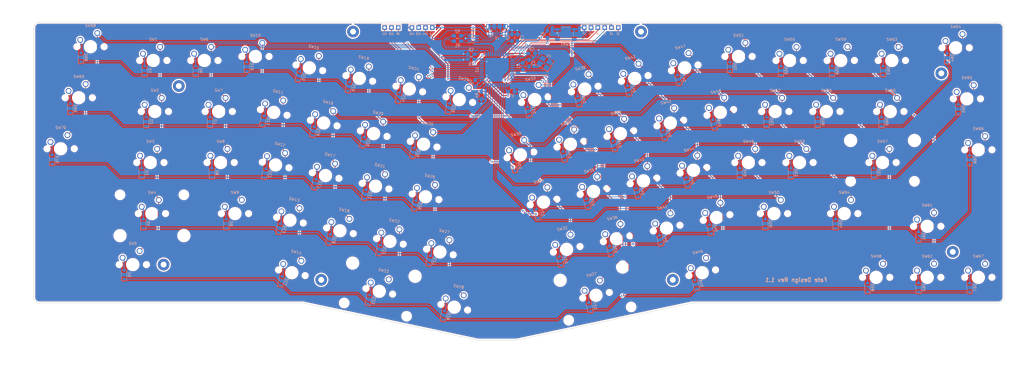
<source format=kicad_pcb>
(kicad_pcb (version 20171130) (host pcbnew "(5.1.4)-1")
  (title_block (rev 1.1))
  (layers (0 F.Cu signal) (31 B.Cu signal) (34 B.Paste user) (35 F.Paste user) (36 B.SilkS user) (37 F.SilkS user) (38 B.Mask user) (39 F.Mask user) (44 Edge.Cuts user))
  (net 0 "")
  (net 1 GND)
  (net 2 XTAL1)
  (net 3 XTAL2)
  (net 4 VCC)
  (net 5 "Net-(C4-Pad1)")
  (net 6 "Net-(D1-Pad2)")
  (net 7 /row0)
  (net 8 /row1)
  (net 9 "Net-(D2-Pad2)")
  (net 10 "Net-(D3-Pad2)")
  (net 11 /row2)
  (net 12 /row3)
  (net 13 "Net-(D4-Pad2)")
  (net 14 "Net-(D5-Pad2)")
  (net 15 /row4)
  (net 16 "Net-(D6-Pad2)")
  (net 17 "Net-(D7-Pad2)")
  (net 18 "Net-(D8-Pad2)")
  (net 19 "Net-(D9-Pad2)")
  (net 20 "Net-(D10-Pad2)")
  (net 21 "Net-(D11-Pad2)")
  (net 22 "Net-(D12-Pad2)")
  (net 23 "Net-(D13-Pad2)")
  (net 24 "Net-(D14-Pad2)")
  (net 25 "Net-(D15-Pad2)")
  (net 26 "Net-(D16-Pad2)")
  (net 27 "Net-(D17-Pad2)")
  (net 28 "Net-(D18-Pad2)")
  (net 29 "Net-(D19-Pad2)")
  (net 30 "Net-(D20-Pad2)")
  (net 31 "Net-(D21-Pad2)")
  (net 32 "Net-(D22-Pad2)")
  (net 33 "Net-(D23-Pad2)")
  (net 34 "Net-(D24-Pad2)")
  (net 35 "Net-(D25-Pad2)")
  (net 36 "Net-(D26-Pad2)")
  (net 37 "Net-(D27-Pad2)")
  (net 38 "Net-(D28-Pad2)")
  (net 39 "Net-(D29-Pad2)")
  (net 40 "Net-(D30-Pad2)")
  (net 41 "Net-(D31-Pad2)")
  (net 42 "Net-(D32-Pad2)")
  (net 43 "Net-(D33-Pad2)")
  (net 44 "Net-(D34-Pad2)")
  (net 45 "Net-(D35-Pad2)")
  (net 46 "Net-(D36-Pad2)")
  (net 47 "Net-(D37-Pad2)")
  (net 48 "Net-(D38-Pad2)")
  (net 49 "Net-(D39-Pad2)")
  (net 50 "Net-(D40-Pad2)")
  (net 51 "Net-(D41-Pad2)")
  (net 52 "Net-(D42-Pad2)")
  (net 53 "Net-(D43-Pad2)")
  (net 54 "Net-(D44-Pad2)")
  (net 55 "Net-(D45-Pad2)")
  (net 56 "Net-(D46-Pad2)")
  (net 57 "Net-(D47-Pad2)")
  (net 58 "Net-(D48-Pad2)")
  (net 59 "Net-(D49-Pad2)")
  (net 60 "Net-(D50-Pad2)")
  (net 61 "Net-(D51-Pad2)")
  (net 62 "Net-(D52-Pad2)")
  (net 63 "Net-(D53-Pad2)")
  (net 64 "Net-(D54-Pad2)")
  (net 65 "Net-(D55-Pad2)")
  (net 66 "Net-(D56-Pad2)")
  (net 67 "Net-(D57-Pad2)")
  (net 68 "Net-(D58-Pad2)")
  (net 69 "Net-(D59-Pad2)")
  (net 70 "Net-(D60-Pad2)")
  (net 71 "Net-(D61-Pad2)")
  (net 72 "Net-(D62-Pad2)")
  (net 73 "Net-(D63-Pad2)")
  (net 74 "Net-(D64-Pad2)")
  (net 75 "Net-(D65-Pad2)")
  (net 76 "Net-(D66-Pad2)")
  (net 77 "Net-(D67-Pad2)")
  (net 78 "Net-(J1-Pad3)")
  (net 79 "Net-(J1-Pad4)")
  (net 80 "Net-(J1-Pad2)")
  (net 81 /MISO)
  (net 82 /SCK)
  (net 83 /MOSI)
  (net 84 /~RES~)
  (net 85 /PF5)
  (net 86 /PF6)
  (net 87 /PF7)
  (net 88 D+)
  (net 89 D-)
  (net 90 "Net-(R4-Pad1)")
  (net 91 /col0)
  (net 92 /col1)
  (net 93 /col2)
  (net 94 /col3)
  (net 95 /col4)
  (net 96 /col5)
  (net 97 /col6)
  (net 98 /col9)
  (net 99 /col10)
  (net 100 /col11)
  (net 101 /col12)
  (net 102 /col13)
  (net 103 "Net-(U1-Pad3)")
  (net 104 "Net-(U1-Pad1)")
  (net 105 "Net-(U2-Pad42)")
  (net 106 /col7)
  (net 107 /col14)
  (net 108 "Net-(D68-Pad2)")
  (net 109 "Net-(D69-Pad2)")
  (net 110 "Net-(D70-Pad2)")
  (module Diodes_SMD:D_SOD-123 (layer B.Cu) (at -37.703125 36.909375 90)
    (fp_text reference D70 (at 0 2 90) (layer B.SilkS) (effects (justify mirror)))
    (fp_text value D)
    (pad 2 smd rect (at 1.65 0 90) (size 0.9 1.2) (layers B.Cu B.Paste B.Mask) (net 110 "Net-(D70-Pad2)"))
    (pad 1 smd rect (at -1.65 0 90) (size 0.9 1.2) (layers B.Cu B.Paste B.Mask) (net 11 /row2))
  )
  (module Diodes_SMD:D_SOD-123 (layer B.Cu) (at -30.95625 17.859375 90)
    (fp_text reference D69 (at 0 2 90) (layer B.SilkS) (effects (justify mirror)))
    (fp_text value D)
    (pad 1 smd rect (at -1.65 0 90) (size 0.9 1.2) (layers B.Cu B.Paste B.Mask) (net 8 /row1))
    (pad 2 smd rect (at 1.65 0 90) (size 0.9 1.2) (layers B.Cu B.Paste B.Mask) (net 109 "Net-(D69-Pad2)"))
  )
  (module MX_Switch:SW_Cherry_MX_1.00u_PCB (layer F.Cu) (at -44.053125 23.415625)
    (fp_text reference SW70 (at 9.525 1.651) (layer B.SilkS))
    (fp_text value SW_Push)
    (pad "" np_thru_hole circle (at 14.605 9.525) (size 1.7 1.7) (drill 1.7) (layers *.Cu *.Mask))
    (pad "" np_thru_hole circle (at 4.445 9.525) (size 1.7 1.7) (drill 1.7) (layers *.Cu *.Mask))
    (pad "" np_thru_hole circle (at 9.525 9.525) (size 4 4) (drill 4) (layers *.Cu *.Mask))
    (pad 2 thru_hole circle (at 5.715 6.985) (size 2.2 2.2) (drill 1.5) (layers *.Cu *.Mask) (net 110 "Net-(D70-Pad2)"))
    (pad 1 thru_hole circle (at 12.065 4.445) (size 2.2 2.2) (drill 1.5) (layers *.Cu *.Mask) (net 91 /col0))
  )
  (module MX_Switch:SW_Cherry_MX_1.00u_PCB (layer F.Cu) (at -37.30625 4.365625)
    (fp_text reference SW69 (at 9.525 1.651) (layer B.SilkS))
    (fp_text value SW_Push)
    (pad 1 thru_hole circle (at 12.065 4.445) (size 2.2 2.2) (drill 1.5) (layers *.Cu *.Mask) (net 91 /col0))
    (pad 2 thru_hole circle (at 5.715 6.985) (size 2.2 2.2) (drill 1.5) (layers *.Cu *.Mask) (net 109 "Net-(D69-Pad2)"))
    (pad "" np_thru_hole circle (at 9.525 9.525) (size 4 4) (drill 4) (layers *.Cu *.Mask))
    (pad "" np_thru_hole circle (at 4.445 9.525) (size 1.7 1.7) (drill 1.7) (layers *.Cu *.Mask))
    (pad "" np_thru_hole circle (at 14.605 9.525) (size 1.7 1.7) (drill 1.7) (layers *.Cu *.Mask))
  )
  (module Diodes_SMD:D_SOD-123 (layer B.Cu) (at -26.9875 -1.190625 90)
    (fp_text reference D68 (at 0 2 90) (layer B.SilkS) (effects (justify mirror)))
    (fp_text value D)
    (pad 2 smd rect (at 1.65 0 90) (size 0.9 1.2) (layers B.Cu B.Paste B.Mask) (net 108 "Net-(D68-Pad2)"))
    (pad 1 smd rect (at -1.65 0 90) (size 0.9 1.2) (layers B.Cu B.Paste B.Mask) (net 7 /row0))
  )
  (module MX_Switch:SW_Cherry_MX_1.00u_PCB (layer F.Cu) (at -32.940625 -14.684375)
    (fp_text reference SW68 (at 9.525 1.651) (layer B.SilkS))
    (fp_text value SW_Push)
    (pad "" np_thru_hole circle (at 14.605 9.525) (size 1.7 1.7) (drill 1.7) (layers *.Cu *.Mask))
    (pad "" np_thru_hole circle (at 4.445 9.525) (size 1.7 1.7) (drill 1.7) (layers *.Cu *.Mask))
    (pad "" np_thru_hole circle (at 9.525 9.525) (size 4 4) (drill 4) (layers *.Cu *.Mask))
    (pad 2 thru_hole circle (at 5.715 6.985) (size 2.2 2.2) (drill 1.5) (layers *.Cu *.Mask) (net 108 "Net-(D68-Pad2)"))
    (pad 1 thru_hole circle (at 12.065 4.445) (size 2.2 2.2) (drill 1.5) (layers *.Cu *.Mask) (net 91 /col0))
  )
  (module MX_Switch:SW_Cherry_MX_2.25u_PCB_ReversedStabilizers (layer F.Cu) (at 250.485 28.575)
    (fp_text reference SW57 (at 21.43125 1.651) (layer B.SilkS))
    (fp_text value SW_Push)
    (pad "" np_thru_hole circle (at 33.33125 16.525) (size 3.05 3.05) (drill 3.05) (layers *.Cu *.Mask))
    (pad "" np_thru_hole circle (at 9.53125 16.525) (size 3.05 3.05) (drill 3.05) (layers *.Cu *.Mask))
    (pad "" np_thru_hole circle (at 9.53125 1.285) (size 4 4) (drill 4) (layers *.Cu *.Mask))
    (pad "" np_thru_hole circle (at 33.33125 1.285) (size 4 4) (drill 4) (layers *.Cu *.Mask))
    (pad "" np_thru_hole circle (at 26.51125 9.525) (size 1.7 1.7) (drill 1.7) (layers *.Cu *.Mask))
    (pad "" np_thru_hole circle (at 16.35125 9.525) (size 1.7 1.7) (drill 1.7) (layers *.Cu *.Mask))
    (pad "" np_thru_hole circle (at 21.43125 9.525) (size 4 4) (drill 4) (layers *.Cu *.Mask))
    (pad 2 thru_hole circle (at 17.62125 6.985) (size 2.2 2.2) (drill 1.5) (layers *.Cu *.Mask) (net 67 "Net-(D57-Pad2)"))
    (pad 1 thru_hole circle (at 23.97125 4.445) (size 2.2 2.2) (drill 1.5) (layers *.Cu *.Mask) (net 102 /col13))
  )
  (module MX_Switch:SW_Cherry_MX_2.75u_PCB_ReversedStabilizers (layer F.Cu) (at 137.477553 83.780669 12)
    (fp_text reference SW37 (at 26.19375 1.651 12) (layer B.SilkS))
    (fp_text value SW_Push)
    (pad "" np_thru_hole circle (at 38.09375 16.525 12) (size 3.05 3.05) (drill 3.05) (layers *.Cu *.Mask))
    (pad "" np_thru_hole circle (at 14.29375 16.525 12) (size 3.05 3.05) (drill 3.05) (layers *.Cu *.Mask))
    (pad "" np_thru_hole circle (at 14.29375 1.285 12) (size 4 4) (drill 4) (layers *.Cu *.Mask))
    (pad "" np_thru_hole circle (at 38.09375 1.285 12) (size 4 4) (drill 4) (layers *.Cu *.Mask))
    (pad "" np_thru_hole circle (at 31.27375 9.525 12) (size 1.7 1.7) (drill 1.7) (layers *.Cu *.Mask))
    (pad "" np_thru_hole circle (at 21.11375 9.525 12) (size 1.7 1.7) (drill 1.7) (layers *.Cu *.Mask))
    (pad "" np_thru_hole circle (at 26.19375 9.525 12) (size 4 4) (drill 4) (layers *.Cu *.Mask))
    (pad 2 thru_hole circle (at 22.38375 6.985 12) (size 2.2 2.2) (drill 1.5) (layers *.Cu *.Mask) (net 47 "Net-(D37-Pad2)"))
    (pad 1 thru_hole circle (at 28.73375 4.445 12) (size 2.2 2.2) (drill 1.5) (layers *.Cu *.Mask) (net 82 /SCK))
  )
  (module MX_Switch:SW_Cherry_MX_2.00u_PCB_ReversedStabilizers (layer F.Cu) (at 67.619436 72.889368 348)
    (fp_text reference SW23 (at 19.05 1.651 348) (layer B.SilkS))
    (fp_text value SW_Push)
    (pad "" np_thru_hole circle (at 30.95 16.525 348) (size 3.05 3.05) (drill 3.05) (layers *.Cu *.Mask))
    (pad "" np_thru_hole circle (at 7.15 16.525 348) (size 3.05 3.05) (drill 3.05) (layers *.Cu *.Mask))
    (pad "" np_thru_hole circle (at 7.15 1.285 348) (size 4 4) (drill 4) (layers *.Cu *.Mask))
    (pad "" np_thru_hole circle (at 30.95 1.285 348) (size 4 4) (drill 4) (layers *.Cu *.Mask))
    (pad "" np_thru_hole circle (at 24.13 9.525 348) (size 1.7 1.7) (drill 1.7) (layers *.Cu *.Mask))
    (pad "" np_thru_hole circle (at 13.97 9.525 348) (size 1.7 1.7) (drill 1.7) (layers *.Cu *.Mask))
    (pad "" np_thru_hole circle (at 19.05 9.525 348) (size 4 4) (drill 4) (layers *.Cu *.Mask))
    (pad 2 thru_hole circle (at 15.24 6.985 348) (size 2.2 2.2) (drill 1.5) (layers *.Cu *.Mask) (net 33 "Net-(D23-Pad2)"))
    (pad 1 thru_hole circle (at 21.59 4.445 348) (size 2.2 2.2) (drill 1.5) (layers *.Cu *.Mask) (net 96 /col5))
  )
  (module MX_Switch:SW_Cherry_MX_2.25u_PCB (layer F.Cu) (at -21.9275 47.625)
    (fp_text reference SW4 (at 21.43125 1.651) (layer B.SilkS))
    (fp_text value SW_Push)
    (pad "" np_thru_hole circle (at 33.33125 2.525) (size 3.05 3.05) (drill 3.05) (layers *.Cu *.Mask))
    (pad "" np_thru_hole circle (at 9.53125 2.525) (size 3.05 3.05) (drill 3.05) (layers *.Cu *.Mask))
    (pad "" np_thru_hole circle (at 9.53125 17.765) (size 4 4) (drill 4) (layers *.Cu *.Mask))
    (pad "" np_thru_hole circle (at 33.33125 17.765) (size 4 4) (drill 4) (layers *.Cu *.Mask))
    (pad "" np_thru_hole circle (at 26.51125 9.525) (size 1.7 1.7) (drill 1.7) (layers *.Cu *.Mask))
    (pad "" np_thru_hole circle (at 16.35125 9.525) (size 1.7 1.7) (drill 1.7) (layers *.Cu *.Mask))
    (pad "" np_thru_hole circle (at 21.43125 9.525) (size 4 4) (drill 4) (layers *.Cu *.Mask))
    (pad 2 thru_hole circle (at 17.62125 6.985) (size 2.2 2.2) (drill 1.5) (layers *.Cu *.Mask) (net 13 "Net-(D4-Pad2)"))
    (pad 1 thru_hole circle (at 23.97125 4.445) (size 2.2 2.2) (drill 1.5) (layers *.Cu *.Mask) (net 92 /col1))
  )
  (module MX_Switch:SW_Cherry_MX_1.75u_PCB (layer F.Cu) (at -17.7525 28.575)
    (fp_text reference SW3 (at 16.66875 1.651) (layer B.SilkS))
    (fp_text value SW_Push)
    (pad "" np_thru_hole circle (at 21.74875 9.525) (size 1.7 1.7) (drill 1.7) (layers *.Cu *.Mask))
    (pad "" np_thru_hole circle (at 11.58875 9.525) (size 1.7 1.7) (drill 1.7) (layers *.Cu *.Mask))
    (pad "" np_thru_hole circle (at 16.66875 9.525) (size 4 4) (drill 4) (layers *.Cu *.Mask))
    (pad 2 thru_hole circle (at 12.85875 6.985) (size 2.2 2.2) (drill 1.5) (layers *.Cu *.Mask) (net 10 "Net-(D3-Pad2)"))
    (pad 1 thru_hole circle (at 19.20875 4.445) (size 2.2 2.2) (drill 1.5) (layers *.Cu *.Mask) (net 92 /col1))
  )
  (module MX_Switch:SW_Cherry_MX_1.75u_PCB (layer F.Cu) (at 240.960019 47.624998)
    (fp_text reference SW54 (at 16.66875 1.651) (layer B.SilkS))
    (fp_text value SW_Push)
    (pad "" np_thru_hole circle (at 21.74875 9.525) (size 1.7 1.7) (drill 1.7) (layers *.Cu *.Mask))
    (pad "" np_thru_hole circle (at 11.58875 9.525) (size 1.7 1.7) (drill 1.7) (layers *.Cu *.Mask))
    (pad "" np_thru_hole circle (at 16.66875 9.525) (size 4 4) (drill 4) (layers *.Cu *.Mask))
    (pad 2 thru_hole circle (at 12.85875 6.985) (size 2.2 2.2) (drill 1.5) (layers *.Cu *.Mask) (net 64 "Net-(D54-Pad2)"))
    (pad 1 thru_hole circle (at 19.20875 4.445) (size 2.2 2.2) (drill 1.5) (layers *.Cu *.Mask) (net 101 /col12))
  )
  (module MX_Switch:SW_Cherry_MX_1.50u_PCB (layer F.Cu) (at -13.6875 9.525)
    (fp_text reference SW2 (at 14.2875 1.651) (layer B.SilkS))
    (fp_text value SW_Push)
    (pad "" np_thru_hole circle (at 19.3675 9.525) (size 1.7 1.7) (drill 1.7) (layers *.Cu *.Mask))
    (pad "" np_thru_hole circle (at 9.2075 9.525) (size 1.7 1.7) (drill 1.7) (layers *.Cu *.Mask))
    (pad "" np_thru_hole circle (at 14.2875 9.525) (size 4 4) (drill 4) (layers *.Cu *.Mask))
    (pad 2 thru_hole circle (at 10.4775 6.985) (size 2.2 2.2) (drill 1.5) (layers *.Cu *.Mask) (net 9 "Net-(D2-Pad2)"))
    (pad 1 thru_hole circle (at 16.8275 4.445) (size 2.2 2.2) (drill 1.5) (layers *.Cu *.Mask) (net 92 /col1))
  )
  (module MX_Switch:SW_Cherry_MX_1.50u_PCB (layer F.Cu) (at -21.9175 66.675)
    (fp_text reference SW5 (at 14.2875 1.651) (layer B.SilkS))
    (fp_text value SW_Push)
    (pad "" np_thru_hole circle (at 19.3675 9.525) (size 1.7 1.7) (drill 1.7) (layers *.Cu *.Mask))
    (pad "" np_thru_hole circle (at 9.2075 9.525) (size 1.7 1.7) (drill 1.7) (layers *.Cu *.Mask))
    (pad "" np_thru_hole circle (at 14.2875 9.525) (size 4 4) (drill 4) (layers *.Cu *.Mask))
    (pad 2 thru_hole circle (at 10.4775 6.985) (size 2.2 2.2) (drill 1.5) (layers *.Cu *.Mask) (net 14 "Net-(D5-Pad2)"))
    (pad 1 thru_hole circle (at 16.8275 4.445) (size 2.2 2.2) (drill 1.5) (layers *.Cu *.Mask) (net 92 /col1))
  )
  (module MX_Switch:SW_Cherry_MX_1.50u_PCB (layer F.Cu) (at 39.668873 66.948295 348)
    (fp_text reference SW14 (at 14.2875 1.651 348) (layer B.SilkS))
    (fp_text value SW_Push)
    (pad "" np_thru_hole circle (at 19.3675 9.525 348) (size 1.7 1.7) (drill 1.7) (layers *.Cu *.Mask))
    (pad "" np_thru_hole circle (at 9.2075 9.525 348) (size 1.7 1.7) (drill 1.7) (layers *.Cu *.Mask))
    (pad "" np_thru_hole circle (at 14.2875 9.525 348) (size 4 4) (drill 4) (layers *.Cu *.Mask))
    (pad 2 thru_hole circle (at 10.4775 6.985 348) (size 2.2 2.2) (drill 1.5) (layers *.Cu *.Mask) (net 24 "Net-(D14-Pad2)"))
    (pad 1 thru_hole circle (at 16.8275 4.445 348) (size 2.2 2.2) (drill 1.5) (layers *.Cu *.Mask) (net 94 /col3))
  )
  (module MX_Switch:SW_Cherry_MX_1.50u_PCB (layer F.Cu) (at 188.720259 72.888708 12)
    (fp_text reference SW46 (at 14.2875 1.651 12) (layer B.SilkS))
    (fp_text value SW_Push)
    (pad "" np_thru_hole circle (at 19.3675 9.525 12) (size 1.7 1.7) (drill 1.7) (layers *.Cu *.Mask))
    (pad "" np_thru_hole circle (at 9.2075 9.525 12) (size 1.7 1.7) (drill 1.7) (layers *.Cu *.Mask))
    (pad "" np_thru_hole circle (at 14.2875 9.525 12) (size 4 4) (drill 4) (layers *.Cu *.Mask))
    (pad 2 thru_hole circle (at 10.4775 6.985 12) (size 2.2 2.2) (drill 1.5) (layers *.Cu *.Mask) (net 56 "Net-(D46-Pad2)"))
    (pad 1 thru_hole circle (at 16.8275 4.445 12) (size 2.2 2.2) (drill 1.5) (layers *.Cu *.Mask) (net 99 /col10))
  )
  (module MX_Switch:SW_Cherry_MX_1.50u_PCB (layer F.Cu) (at 260.5025 9.525)
    (fp_text reference SW60 (at 14.2875 1.651) (layer B.SilkS))
    (fp_text value SW_Push)
    (pad "" np_thru_hole circle (at 19.3675 9.525) (size 1.7 1.7) (drill 1.7) (layers *.Cu *.Mask))
    (pad "" np_thru_hole circle (at 9.2075 9.525) (size 1.7 1.7) (drill 1.7) (layers *.Cu *.Mask))
    (pad "" np_thru_hole circle (at 14.2875 9.525) (size 4 4) (drill 4) (layers *.Cu *.Mask))
    (pad 2 thru_hole circle (at 10.4775 6.985) (size 2.2 2.2) (drill 1.5) (layers *.Cu *.Mask) (net 70 "Net-(D60-Pad2)"))
    (pad 1 thru_hole circle (at 16.8275 4.445) (size 2.2 2.2) (drill 1.5) (layers *.Cu *.Mask) (net 107 /col14))
  )
  (module MX_Switch:SW_Cherry_MX_1.00u_PCB (layer F.Cu) (at -9.525 -9.525)
    (fp_text reference SW1 (at 9.525 1.651) (layer B.SilkS))
    (fp_text value SW_Push)
    (pad 1 thru_hole circle (at 12.065 4.445) (size 2.2 2.2) (drill 1.5) (layers *.Cu *.Mask) (net 92 /col1))
    (pad 2 thru_hole circle (at 5.715 6.985) (size 2.2 2.2) (drill 1.5) (layers *.Cu *.Mask) (net 6 "Net-(D1-Pad2)"))
    (pad "" np_thru_hole circle (at 9.525 9.525) (size 4 4) (drill 4) (layers *.Cu *.Mask))
    (pad "" np_thru_hole circle (at 4.445 9.525) (size 1.7 1.7) (drill 1.7) (layers *.Cu *.Mask))
    (pad "" np_thru_hole circle (at 14.605 9.525) (size 1.7 1.7) (drill 1.7) (layers *.Cu *.Mask))
  )
  (module MX_Switch:SW_Cherry_MX_1.00u_PCB (layer F.Cu) (at 9.525 -9.525)
    (fp_text reference SW6 (at 9.525 1.651) (layer B.SilkS))
    (fp_text value SW_Push)
    (pad 1 thru_hole circle (at 12.065 4.445) (size 2.2 2.2) (drill 1.5) (layers *.Cu *.Mask) (net 93 /col2))
    (pad 2 thru_hole circle (at 5.715 6.985) (size 2.2 2.2) (drill 1.5) (layers *.Cu *.Mask) (net 16 "Net-(D6-Pad2)"))
    (pad "" np_thru_hole circle (at 9.525 9.525) (size 4 4) (drill 4) (layers *.Cu *.Mask))
    (pad "" np_thru_hole circle (at 4.445 9.525) (size 1.7 1.7) (drill 1.7) (layers *.Cu *.Mask))
    (pad "" np_thru_hole circle (at 14.605 9.525) (size 1.7 1.7) (drill 1.7) (layers *.Cu *.Mask))
  )
  (module MX_Switch:SW_Cherry_MX_1.00u_PCB (layer F.Cu) (at 14.885 9.525)
    (fp_text reference SW7 (at 9.525 1.651) (layer B.SilkS))
    (fp_text value SW_Push)
    (pad 1 thru_hole circle (at 12.065 4.445) (size 2.2 2.2) (drill 1.5) (layers *.Cu *.Mask) (net 93 /col2))
    (pad 2 thru_hole circle (at 5.715 6.985) (size 2.2 2.2) (drill 1.5) (layers *.Cu *.Mask) (net 17 "Net-(D7-Pad2)"))
    (pad "" np_thru_hole circle (at 9.525 9.525) (size 4 4) (drill 4) (layers *.Cu *.Mask))
    (pad "" np_thru_hole circle (at 4.445 9.525) (size 1.7 1.7) (drill 1.7) (layers *.Cu *.Mask))
    (pad "" np_thru_hole circle (at 14.605 9.525) (size 1.7 1.7) (drill 1.7) (layers *.Cu *.Mask))
  )
  (module MX_Switch:SW_Cherry_MX_1.00u_PCB (layer F.Cu) (at 15.585 28.575)
    (fp_text reference SW8 (at 9.525 1.651) (layer B.SilkS))
    (fp_text value SW_Push)
    (pad 1 thru_hole circle (at 12.065 4.445) (size 2.2 2.2) (drill 1.5) (layers *.Cu *.Mask) (net 93 /col2))
    (pad 2 thru_hole circle (at 5.715 6.985) (size 2.2 2.2) (drill 1.5) (layers *.Cu *.Mask) (net 18 "Net-(D8-Pad2)"))
    (pad "" np_thru_hole circle (at 9.525 9.525) (size 4 4) (drill 4) (layers *.Cu *.Mask))
    (pad "" np_thru_hole circle (at 4.445 9.525) (size 1.7 1.7) (drill 1.7) (layers *.Cu *.Mask))
    (pad "" np_thru_hole circle (at 14.605 9.525) (size 1.7 1.7) (drill 1.7) (layers *.Cu *.Mask))
  )
  (module MX_Switch:SW_Cherry_MX_1.00u_PCB (layer F.Cu) (at 20.935 47.625)
    (fp_text reference SW9 (at 9.525 1.651) (layer B.SilkS))
    (fp_text value SW_Push)
    (pad 1 thru_hole circle (at 12.065 4.445) (size 2.2 2.2) (drill 1.5) (layers *.Cu *.Mask) (net 93 /col2))
    (pad 2 thru_hole circle (at 5.715 6.985) (size 2.2 2.2) (drill 1.5) (layers *.Cu *.Mask) (net 19 "Net-(D9-Pad2)"))
    (pad "" np_thru_hole circle (at 9.525 9.525) (size 4 4) (drill 4) (layers *.Cu *.Mask))
    (pad "" np_thru_hole circle (at 4.445 9.525) (size 1.7 1.7) (drill 1.7) (layers *.Cu *.Mask))
    (pad "" np_thru_hole circle (at 14.605 9.525) (size 1.7 1.7) (drill 1.7) (layers *.Cu *.Mask))
  )
  (module MX_Switch:SW_Cherry_MX_1.00u_PCB (layer F.Cu) (at 28.575 -11.025385)
    (fp_text reference SW10 (at 9.525 1.651) (layer B.SilkS))
    (fp_text value SW_Push)
    (pad 1 thru_hole circle (at 12.065 4.445) (size 2.2 2.2) (drill 1.5) (layers *.Cu *.Mask) (net 94 /col3))
    (pad 2 thru_hole circle (at 5.715 6.985) (size 2.2 2.2) (drill 1.5) (layers *.Cu *.Mask) (net 20 "Net-(D10-Pad2)"))
    (pad "" np_thru_hole circle (at 9.525 9.525) (size 4 4) (drill 4) (layers *.Cu *.Mask))
    (pad "" np_thru_hole circle (at 4.445 9.525) (size 1.7 1.7) (drill 1.7) (layers *.Cu *.Mask))
    (pad "" np_thru_hole circle (at 14.605 9.525) (size 1.7 1.7) (drill 1.7) (layers *.Cu *.Mask))
  )
  (module MX_Switch:SW_Cherry_MX_1.00u_PCB (layer F.Cu) (at 37.575851 8.076624 348)
    (fp_text reference SW11 (at 9.525 1.651 348) (layer B.SilkS))
    (fp_text value SW_Push)
    (pad 1 thru_hole circle (at 12.065 4.445 348) (size 2.2 2.2) (drill 1.5) (layers *.Cu *.Mask) (net 94 /col3))
    (pad 2 thru_hole circle (at 5.715 6.985 348) (size 2.2 2.2) (drill 1.5) (layers *.Cu *.Mask) (net 21 "Net-(D11-Pad2)"))
    (pad "" np_thru_hole circle (at 9.525 9.525 348) (size 4 4) (drill 4) (layers *.Cu *.Mask))
    (pad "" np_thru_hole circle (at 4.445 9.525 348) (size 1.7 1.7) (drill 1.7) (layers *.Cu *.Mask))
    (pad "" np_thru_hole circle (at 14.605 9.525 348) (size 1.7 1.7) (drill 1.7) (layers *.Cu *.Mask))
  )
  (module MX_Switch:SW_Cherry_MX_1.00u_PCB (layer F.Cu) (at 38.273518 27.700517 348)
    (fp_text reference SW12 (at 9.525 1.651 348) (layer B.SilkS))
    (fp_text value SW_Push)
    (pad 1 thru_hole circle (at 12.065 4.445 348) (size 2.2 2.2) (drill 1.5) (layers *.Cu *.Mask) (net 94 /col3))
    (pad 2 thru_hole circle (at 5.715 6.985 348) (size 2.2 2.2) (drill 1.5) (layers *.Cu *.Mask) (net 22 "Net-(D12-Pad2)"))
    (pad "" np_thru_hole circle (at 9.525 9.525 348) (size 4 4) (drill 4) (layers *.Cu *.Mask))
    (pad "" np_thru_hole circle (at 4.445 9.525 348) (size 1.7 1.7) (drill 1.7) (layers *.Cu *.Mask))
    (pad "" np_thru_hole circle (at 14.605 9.525 348) (size 1.7 1.7) (drill 1.7) (layers *.Cu *.Mask))
  )
  (module MX_Switch:SW_Cherry_MX_1.00u_PCB (layer F.Cu) (at 43.6296 48.314586 348)
    (fp_text reference SW13 (at 9.525 1.651 348) (layer B.SilkS))
    (fp_text value SW_Push)
    (pad 1 thru_hole circle (at 12.065 4.445 348) (size 2.2 2.2) (drill 1.5) (layers *.Cu *.Mask) (net 94 /col3))
    (pad 2 thru_hole circle (at 5.715 6.985 348) (size 2.2 2.2) (drill 1.5) (layers *.Cu *.Mask) (net 23 "Net-(D13-Pad2)"))
    (pad "" np_thru_hole circle (at 9.525 9.525 348) (size 4 4) (drill 4) (layers *.Cu *.Mask))
    (pad "" np_thru_hole circle (at 4.445 9.525 348) (size 1.7 1.7) (drill 1.7) (layers *.Cu *.Mask))
    (pad "" np_thru_hole circle (at 14.605 9.525 348) (size 1.7 1.7) (drill 1.7) (layers *.Cu *.Mask))
  )
  (module MX_Switch:SW_Cherry_MX_1.00u_PCB (layer F.Cu) (at 50.853509 -8.576719 348)
    (fp_text reference SW15 (at 9.525 1.651 348) (layer B.SilkS))
    (fp_text value SW_Push)
    (pad 1 thru_hole circle (at 12.065 4.445 348) (size 2.2 2.2) (drill 1.5) (layers *.Cu *.Mask) (net 95 /col4))
    (pad 2 thru_hole circle (at 5.715 6.985 348) (size 2.2 2.2) (drill 1.5) (layers *.Cu *.Mask) (net 25 "Net-(D15-Pad2)"))
    (pad "" np_thru_hole circle (at 9.525 9.525 348) (size 4 4) (drill 4) (layers *.Cu *.Mask))
    (pad "" np_thru_hole circle (at 4.445 9.525 348) (size 1.7 1.7) (drill 1.7) (layers *.Cu *.Mask))
    (pad "" np_thru_hole circle (at 14.605 9.525 348) (size 1.7 1.7) (drill 1.7) (layers *.Cu *.Mask))
  )
  (module MX_Switch:SW_Cherry_MX_1.00u_PCB (layer F.Cu) (at 56.209561 12.03735 348)
    (fp_text reference SW16 (at 9.525 1.651 348) (layer B.SilkS))
    (fp_text value SW_Push)
    (pad 1 thru_hole circle (at 12.065 4.445 348) (size 2.2 2.2) (drill 1.5) (layers *.Cu *.Mask) (net 95 /col4))
    (pad 2 thru_hole circle (at 5.715 6.985 348) (size 2.2 2.2) (drill 1.5) (layers *.Cu *.Mask) (net 26 "Net-(D16-Pad2)"))
    (pad "" np_thru_hole circle (at 9.525 9.525 348) (size 4 4) (drill 4) (layers *.Cu *.Mask))
    (pad "" np_thru_hole circle (at 4.445 9.525 348) (size 1.7 1.7) (drill 1.7) (layers *.Cu *.Mask))
    (pad "" np_thru_hole circle (at 14.605 9.525 348) (size 1.7 1.7) (drill 1.7) (layers *.Cu *.Mask))
  )
  (module MX_Switch:SW_Cherry_MX_1.00u_PCB (layer F.Cu) (at 56.907228 31.661244 348)
    (fp_text reference SW17 (at 9.525 1.651 348) (layer B.SilkS))
    (fp_text value SW_Push)
    (pad 1 thru_hole circle (at 12.065 4.445 348) (size 2.2 2.2) (drill 1.5) (layers *.Cu *.Mask) (net 95 /col4))
    (pad 2 thru_hole circle (at 5.715 6.985 348) (size 2.2 2.2) (drill 1.5) (layers *.Cu *.Mask) (net 27 "Net-(D17-Pad2)"))
    (pad "" np_thru_hole circle (at 9.525 9.525 348) (size 4 4) (drill 4) (layers *.Cu *.Mask))
    (pad "" np_thru_hole circle (at 4.445 9.525 348) (size 1.7 1.7) (drill 1.7) (layers *.Cu *.Mask))
    (pad "" np_thru_hole circle (at 14.605 9.525 348) (size 1.7 1.7) (drill 1.7) (layers *.Cu *.Mask))
  )
  (module MX_Switch:SW_Cherry_MX_1.00u_PCB (layer F.Cu) (at 62.26331 52.275312 348)
    (fp_text reference SW18 (at 9.525 1.651 348) (layer B.SilkS))
    (fp_text value SW_Push)
    (pad 1 thru_hole circle (at 12.065 4.445 348) (size 2.2 2.2) (drill 1.5) (layers *.Cu *.Mask) (net 95 /col4))
    (pad 2 thru_hole circle (at 5.715 6.985 348) (size 2.2 2.2) (drill 1.5) (layers *.Cu *.Mask) (net 28 "Net-(D18-Pad2)"))
    (pad "" np_thru_hole circle (at 9.525 9.525 348) (size 4 4) (drill 4) (layers *.Cu *.Mask))
    (pad "" np_thru_hole circle (at 4.445 9.525 348) (size 1.7 1.7) (drill 1.7) (layers *.Cu *.Mask))
    (pad "" np_thru_hole circle (at 14.605 9.525 348) (size 1.7 1.7) (drill 1.7) (layers *.Cu *.Mask))
  )
  (module MX_Switch:SW_Cherry_MX_1.00u_PCB (layer F.Cu) (at 69.48722 -4.616001 348)
    (fp_text reference SW19 (at 9.525 1.651 348) (layer B.SilkS))
    (fp_text value SW_Push)
    (pad 1 thru_hole circle (at 12.065 4.445 348) (size 2.2 2.2) (drill 1.5) (layers *.Cu *.Mask) (net 96 /col5))
    (pad 2 thru_hole circle (at 5.715 6.985 348) (size 2.2 2.2) (drill 1.5) (layers *.Cu *.Mask) (net 29 "Net-(D19-Pad2)"))
    (pad "" np_thru_hole circle (at 9.525 9.525 348) (size 4 4) (drill 4) (layers *.Cu *.Mask))
    (pad "" np_thru_hole circle (at 4.445 9.525 348) (size 1.7 1.7) (drill 1.7) (layers *.Cu *.Mask))
    (pad "" np_thru_hole circle (at 14.605 9.525 348) (size 1.7 1.7) (drill 1.7) (layers *.Cu *.Mask))
  )
  (module MX_Switch:SW_Cherry_MX_1.00u_PCB (layer F.Cu) (at 74.843271 15.998077 348)
    (fp_text reference SW20 (at 9.525 1.651 348) (layer B.SilkS))
    (fp_text value SW_Push)
    (pad 1 thru_hole circle (at 12.065 4.445 348) (size 2.2 2.2) (drill 1.5) (layers *.Cu *.Mask) (net 96 /col5))
    (pad 2 thru_hole circle (at 5.715 6.985 348) (size 2.2 2.2) (drill 1.5) (layers *.Cu *.Mask) (net 30 "Net-(D20-Pad2)"))
    (pad "" np_thru_hole circle (at 9.525 9.525 348) (size 4 4) (drill 4) (layers *.Cu *.Mask))
    (pad "" np_thru_hole circle (at 4.445 9.525 348) (size 1.7 1.7) (drill 1.7) (layers *.Cu *.Mask))
    (pad "" np_thru_hole circle (at 14.605 9.525 348) (size 1.7 1.7) (drill 1.7) (layers *.Cu *.Mask))
  )
  (module MX_Switch:SW_Cherry_MX_1.00u_PCB (layer F.Cu) (at 75.540938 35.621971 348)
    (fp_text reference SW21 (at 9.525 1.651 348) (layer B.SilkS))
    (fp_text value SW_Push)
    (pad 1 thru_hole circle (at 12.065 4.445 348) (size 2.2 2.2) (drill 1.5) (layers *.Cu *.Mask) (net 96 /col5))
    (pad 2 thru_hole circle (at 5.715 6.985 348) (size 2.2 2.2) (drill 1.5) (layers *.Cu *.Mask) (net 31 "Net-(D21-Pad2)"))
    (pad "" np_thru_hole circle (at 9.525 9.525 348) (size 4 4) (drill 4) (layers *.Cu *.Mask))
    (pad "" np_thru_hole circle (at 4.445 9.525 348) (size 1.7 1.7) (drill 1.7) (layers *.Cu *.Mask))
    (pad "" np_thru_hole circle (at 14.605 9.525 348) (size 1.7 1.7) (drill 1.7) (layers *.Cu *.Mask))
  )
  (module MX_Switch:SW_Cherry_MX_1.00u_PCB (layer F.Cu) (at 80.897019 56.236039 348)
    (fp_text reference SW22 (at 9.525 1.651 348) (layer B.SilkS))
    (fp_text value SW_Push)
    (pad 1 thru_hole circle (at 12.065 4.445 348) (size 2.2 2.2) (drill 1.5) (layers *.Cu *.Mask) (net 96 /col5))
    (pad 2 thru_hole circle (at 5.715 6.985 348) (size 2.2 2.2) (drill 1.5) (layers *.Cu *.Mask) (net 32 "Net-(D22-Pad2)"))
    (pad "" np_thru_hole circle (at 9.525 9.525 348) (size 4 4) (drill 4) (layers *.Cu *.Mask))
    (pad "" np_thru_hole circle (at 4.445 9.525 348) (size 1.7 1.7) (drill 1.7) (layers *.Cu *.Mask))
    (pad "" np_thru_hole circle (at 14.605 9.525 348) (size 1.7 1.7) (drill 1.7) (layers *.Cu *.Mask))
  )
  (module MX_Switch:SW_Cherry_MX_1.00u_PCB (layer F.Cu) (at 88.120932 -0.655283 348)
    (fp_text reference SW24 (at 9.525 1.651 348) (layer B.SilkS))
    (fp_text value SW_Push)
    (pad 1 thru_hole circle (at 12.065 4.445 348) (size 2.2 2.2) (drill 1.5) (layers *.Cu *.Mask) (net 97 /col6))
    (pad 2 thru_hole circle (at 5.715 6.985 348) (size 2.2 2.2) (drill 1.5) (layers *.Cu *.Mask) (net 34 "Net-(D24-Pad2)"))
    (pad "" np_thru_hole circle (at 9.525 9.525 348) (size 4 4) (drill 4) (layers *.Cu *.Mask))
    (pad "" np_thru_hole circle (at 4.445 9.525 348) (size 1.7 1.7) (drill 1.7) (layers *.Cu *.Mask))
    (pad "" np_thru_hole circle (at 14.605 9.525 348) (size 1.7 1.7) (drill 1.7) (layers *.Cu *.Mask))
  )
  (module MX_Switch:SW_Cherry_MX_1.00u_PCB (layer F.Cu) (at 93.476981 19.958804 348)
    (fp_text reference SW25 (at 9.525 1.651 348) (layer B.SilkS))
    (fp_text value SW_Push)
    (pad 1 thru_hole circle (at 12.065 4.445 348) (size 2.2 2.2) (drill 1.5) (layers *.Cu *.Mask) (net 97 /col6))
    (pad 2 thru_hole circle (at 5.715 6.985 348) (size 2.2 2.2) (drill 1.5) (layers *.Cu *.Mask) (net 35 "Net-(D25-Pad2)"))
    (pad "" np_thru_hole circle (at 9.525 9.525 348) (size 4 4) (drill 4) (layers *.Cu *.Mask))
    (pad "" np_thru_hole circle (at 4.445 9.525 348) (size 1.7 1.7) (drill 1.7) (layers *.Cu *.Mask))
    (pad "" np_thru_hole circle (at 14.605 9.525 348) (size 1.7 1.7) (drill 1.7) (layers *.Cu *.Mask))
  )
  (module MX_Switch:SW_Cherry_MX_1.00u_PCB (layer F.Cu) (at 94.174648 39.582698 348)
    (fp_text reference SW26 (at 9.525 1.651 348) (layer B.SilkS))
    (fp_text value SW_Push)
    (pad 1 thru_hole circle (at 12.065 4.445 348) (size 2.2 2.2) (drill 1.5) (layers *.Cu *.Mask) (net 97 /col6))
    (pad 2 thru_hole circle (at 5.715 6.985 348) (size 2.2 2.2) (drill 1.5) (layers *.Cu *.Mask) (net 36 "Net-(D26-Pad2)"))
    (pad "" np_thru_hole circle (at 9.525 9.525 348) (size 4 4) (drill 4) (layers *.Cu *.Mask))
    (pad "" np_thru_hole circle (at 4.445 9.525 348) (size 1.7 1.7) (drill 1.7) (layers *.Cu *.Mask))
    (pad "" np_thru_hole circle (at 14.605 9.525 348) (size 1.7 1.7) (drill 1.7) (layers *.Cu *.Mask))
  )
  (module MX_Switch:SW_Cherry_MX_1.00u_PCB (layer F.Cu) (at 99.530729 60.196766 348)
    (fp_text reference SW27 (at 9.525 1.651 348) (layer B.SilkS))
    (fp_text value SW_Push)
    (pad 1 thru_hole circle (at 12.065 4.445 348) (size 2.2 2.2) (drill 1.5) (layers *.Cu *.Mask) (net 97 /col6))
    (pad 2 thru_hole circle (at 5.715 6.985 348) (size 2.2 2.2) (drill 1.5) (layers *.Cu *.Mask) (net 37 "Net-(D27-Pad2)"))
    (pad "" np_thru_hole circle (at 9.525 9.525 348) (size 4 4) (drill 4) (layers *.Cu *.Mask))
    (pad "" np_thru_hole circle (at 4.445 9.525 348) (size 1.7 1.7) (drill 1.7) (layers *.Cu *.Mask))
    (pad "" np_thru_hole circle (at 14.605 9.525 348) (size 1.7 1.7) (drill 1.7) (layers *.Cu *.Mask))
  )
  (module MX_Switch:SW_Cherry_MX_1.00u_PCB (layer F.Cu) (at 104.886866 80.810795 348)
    (fp_text reference SW28 (at 9.525 1.651 348) (layer B.SilkS))
    (fp_text value SW_Push)
    (pad 1 thru_hole circle (at 12.065 4.445 348) (size 2.2 2.2) (drill 1.5) (layers *.Cu *.Mask) (net 97 /col6))
    (pad 2 thru_hole circle (at 5.715 6.985 348) (size 2.2 2.2) (drill 1.5) (layers *.Cu *.Mask) (net 38 "Net-(D28-Pad2)"))
    (pad "" np_thru_hole circle (at 9.525 9.525 348) (size 4 4) (drill 4) (layers *.Cu *.Mask))
    (pad "" np_thru_hole circle (at 4.445 9.525 348) (size 1.7 1.7) (drill 1.7) (layers *.Cu *.Mask))
    (pad "" np_thru_hole circle (at 14.605 9.525 348) (size 1.7 1.7) (drill 1.7) (layers *.Cu *.Mask))
  )
  (module MX_Switch:SW_Cherry_MX_1.00u_PCB (layer F.Cu) (at 106.754644 3.305434 348)
    (fp_text reference SW29 (at 9.525 1.651 348) (layer B.SilkS))
    (fp_text value SW_Push)
    (pad 1 thru_hole circle (at 12.065 4.445 348) (size 2.2 2.2) (drill 1.5) (layers *.Cu *.Mask) (net 106 /col7))
    (pad 2 thru_hole circle (at 5.715 6.985 348) (size 2.2 2.2) (drill 1.5) (layers *.Cu *.Mask) (net 39 "Net-(D29-Pad2)"))
    (pad "" np_thru_hole circle (at 9.525 9.525 348) (size 4 4) (drill 4) (layers *.Cu *.Mask))
    (pad "" np_thru_hole circle (at 4.445 9.525 348) (size 1.7 1.7) (drill 1.7) (layers *.Cu *.Mask))
    (pad "" np_thru_hole circle (at 14.605 9.525 348) (size 1.7 1.7) (drill 1.7) (layers *.Cu *.Mask))
  )
  (module MX_Switch:SW_Cherry_MX_1.00u_PCB (layer F.Cu) (at 125.595423 27.879527 12)
    (fp_text reference SW30 (at 9.525 1.651 12) (layer B.SilkS))
    (fp_text value SW_Push)
    (pad 1 thru_hole circle (at 12.065 4.445 12) (size 2.2 2.2) (drill 1.5) (layers *.Cu *.Mask) (net 106 /col7))
    (pad 2 thru_hole circle (at 5.715 6.985 12) (size 2.2 2.2) (drill 1.5) (layers *.Cu *.Mask) (net 40 "Net-(D30-Pad2)"))
    (pad "" np_thru_hole circle (at 9.525 9.525 12) (size 4 4) (drill 4) (layers *.Cu *.Mask))
    (pad "" np_thru_hole circle (at 4.445 9.525 12) (size 1.7 1.7) (drill 1.7) (layers *.Cu *.Mask))
    (pad "" np_thru_hole circle (at 14.605 9.525 12) (size 1.7 1.7) (drill 1.7) (layers *.Cu *.Mask))
  )
  (module MX_Switch:SW_Cherry_MX_1.00u_PCB (layer F.Cu) (at 134.214544 45.523079 12)
    (fp_text reference SW31 (at 9.525 1.651 12) (layer B.SilkS))
    (fp_text value SW_Push)
    (pad 1 thru_hole circle (at 12.065 4.445 12) (size 2.2 2.2) (drill 1.5) (layers *.Cu *.Mask) (net 106 /col7))
    (pad 2 thru_hole circle (at 5.715 6.985 12) (size 2.2 2.2) (drill 1.5) (layers *.Cu *.Mask) (net 41 "Net-(D31-Pad2)"))
    (pad "" np_thru_hole circle (at 9.525 9.525 12) (size 4 4) (drill 4) (layers *.Cu *.Mask))
    (pad "" np_thru_hole circle (at 4.445 9.525 12) (size 1.7 1.7) (drill 1.7) (layers *.Cu *.Mask))
    (pad "" np_thru_hole circle (at 14.605 9.525 12) (size 1.7 1.7) (drill 1.7) (layers *.Cu *.Mask))
  )
  (module MX_Switch:SW_Cherry_MX_1.00u_PCB (layer F.Cu) (at 142.833665 63.166631 12)
    (fp_text reference SW32 (at 9.525 1.651 12) (layer B.SilkS))
    (fp_text value SW_Push)
    (pad 1 thru_hole circle (at 12.065 4.445 12) (size 2.2 2.2) (drill 1.5) (layers *.Cu *.Mask) (net 106 /col7))
    (pad 2 thru_hole circle (at 5.715 6.985 12) (size 2.2 2.2) (drill 1.5) (layers *.Cu *.Mask) (net 42 "Net-(D32-Pad2)"))
    (pad "" np_thru_hole circle (at 9.525 9.525 12) (size 4 4) (drill 4) (layers *.Cu *.Mask))
    (pad "" np_thru_hole circle (at 4.445 9.525 12) (size 1.7 1.7) (drill 1.7) (layers *.Cu *.Mask))
    (pad "" np_thru_hole circle (at 14.605 9.525 12) (size 1.7 1.7) (drill 1.7) (layers *.Cu *.Mask))
  )
  (module MX_Switch:SW_Cherry_MX_1.00u_PCB (layer F.Cu) (at 130.95165 7.265428 12)
    (fp_text reference SW33 (at 9.525 1.651 12) (layer B.SilkS))
    (fp_text value SW_Push)
    (pad 1 thru_hole circle (at 12.065 4.445 12) (size 2.2 2.2) (drill 1.5) (layers *.Cu *.Mask) (net 82 /SCK))
    (pad 2 thru_hole circle (at 5.715 6.985 12) (size 2.2 2.2) (drill 1.5) (layers *.Cu *.Mask) (net 43 "Net-(D33-Pad2)"))
    (pad "" np_thru_hole circle (at 9.525 9.525 12) (size 4 4) (drill 4) (layers *.Cu *.Mask))
    (pad "" np_thru_hole circle (at 4.445 9.525 12) (size 1.7 1.7) (drill 1.7) (layers *.Cu *.Mask))
    (pad "" np_thru_hole circle (at 14.605 9.525 12) (size 1.7 1.7) (drill 1.7) (layers *.Cu *.Mask))
  )
  (module MX_Switch:SW_Cherry_MX_1.00u_PCB (layer F.Cu) (at 144.229134 23.918809 12)
    (fp_text reference SW34 (at 9.525 1.651 12) (layer B.SilkS))
    (fp_text value SW_Push)
    (pad 1 thru_hole circle (at 12.065 4.445 12) (size 2.2 2.2) (drill 1.5) (layers *.Cu *.Mask) (net 82 /SCK))
    (pad 2 thru_hole circle (at 5.715 6.985 12) (size 2.2 2.2) (drill 1.5) (layers *.Cu *.Mask) (net 44 "Net-(D34-Pad2)"))
    (pad "" np_thru_hole circle (at 9.525 9.525 12) (size 4 4) (drill 4) (layers *.Cu *.Mask))
    (pad "" np_thru_hole circle (at 4.445 9.525 12) (size 1.7 1.7) (drill 1.7) (layers *.Cu *.Mask))
    (pad "" np_thru_hole circle (at 14.605 9.525 12) (size 1.7 1.7) (drill 1.7) (layers *.Cu *.Mask))
  )
  (module MX_Switch:SW_Cherry_MX_1.00u_PCB (layer F.Cu) (at 152.848255 41.562361 12)
    (fp_text reference SW35 (at 9.525 1.651 12) (layer B.SilkS))
    (fp_text value SW_Push)
    (pad 1 thru_hole circle (at 12.065 4.445 12) (size 2.2 2.2) (drill 1.5) (layers *.Cu *.Mask) (net 82 /SCK))
    (pad 2 thru_hole circle (at 5.715 6.985 12) (size 2.2 2.2) (drill 1.5) (layers *.Cu *.Mask) (net 45 "Net-(D35-Pad2)"))
    (pad "" np_thru_hole circle (at 9.525 9.525 12) (size 4 4) (drill 4) (layers *.Cu *.Mask))
    (pad "" np_thru_hole circle (at 4.445 9.525 12) (size 1.7 1.7) (drill 1.7) (layers *.Cu *.Mask))
    (pad "" np_thru_hole circle (at 14.605 9.525 12) (size 1.7 1.7) (drill 1.7) (layers *.Cu *.Mask))
  )
  (module MX_Switch:SW_Cherry_MX_1.00u_PCB (layer F.Cu) (at 161.467377 59.205913 12)
    (fp_text reference SW36 (at 9.525 1.651 12) (layer B.SilkS))
    (fp_text value SW_Push)
    (pad 1 thru_hole circle (at 12.065 4.445 12) (size 2.2 2.2) (drill 1.5) (layers *.Cu *.Mask) (net 82 /SCK))
    (pad 2 thru_hole circle (at 5.715 6.985 12) (size 2.2 2.2) (drill 1.5) (layers *.Cu *.Mask) (net 46 "Net-(D36-Pad2)"))
    (pad "" np_thru_hole circle (at 9.525 9.525 12) (size 4 4) (drill 4) (layers *.Cu *.Mask))
    (pad "" np_thru_hole circle (at 4.445 9.525 12) (size 1.7 1.7) (drill 1.7) (layers *.Cu *.Mask))
    (pad "" np_thru_hole circle (at 14.605 9.525 12) (size 1.7 1.7) (drill 1.7) (layers *.Cu *.Mask))
  )
  (module MX_Switch:SW_Cherry_MX_1.00u_PCB (layer F.Cu) (at 149.585362 3.30471 12)
    (fp_text reference SW38 (at 9.525 1.651 12) (layer B.SilkS))
    (fp_text value SW_Push)
    (pad 1 thru_hole circle (at 12.065 4.445 12) (size 2.2 2.2) (drill 1.5) (layers *.Cu *.Mask) (net 98 /col9))
    (pad 2 thru_hole circle (at 5.715 6.985 12) (size 2.2 2.2) (drill 1.5) (layers *.Cu *.Mask) (net 48 "Net-(D38-Pad2)"))
    (pad "" np_thru_hole circle (at 9.525 9.525 12) (size 4 4) (drill 4) (layers *.Cu *.Mask))
    (pad "" np_thru_hole circle (at 4.445 9.525 12) (size 1.7 1.7) (drill 1.7) (layers *.Cu *.Mask))
    (pad "" np_thru_hole circle (at 14.605 9.525 12) (size 1.7 1.7) (drill 1.7) (layers *.Cu *.Mask))
  )
  (module MX_Switch:SW_Cherry_MX_1.00u_PCB (layer F.Cu) (at 162.862846 19.958092 12)
    (fp_text reference SW39 (at 9.525 1.651 12) (layer B.SilkS))
    (fp_text value SW_Push)
    (pad 1 thru_hole circle (at 12.065 4.445 12) (size 2.2 2.2) (drill 1.5) (layers *.Cu *.Mask) (net 98 /col9))
    (pad 2 thru_hole circle (at 5.715 6.985 12) (size 2.2 2.2) (drill 1.5) (layers *.Cu *.Mask) (net 49 "Net-(D39-Pad2)"))
    (pad "" np_thru_hole circle (at 9.525 9.525 12) (size 4 4) (drill 4) (layers *.Cu *.Mask))
    (pad "" np_thru_hole circle (at 4.445 9.525 12) (size 1.7 1.7) (drill 1.7) (layers *.Cu *.Mask))
    (pad "" np_thru_hole circle (at 14.605 9.525 12) (size 1.7 1.7) (drill 1.7) (layers *.Cu *.Mask))
  )
  (module MX_Switch:SW_Cherry_MX_1.00u_PCB (layer F.Cu) (at 171.481967 37.601644 12)
    (fp_text reference SW40 (at 9.525 1.651 12) (layer B.SilkS))
    (fp_text value SW_Push)
    (pad 1 thru_hole circle (at 12.065 4.445 12) (size 2.2 2.2) (drill 1.5) (layers *.Cu *.Mask) (net 98 /col9))
    (pad 2 thru_hole circle (at 5.715 6.985 12) (size 2.2 2.2) (drill 1.5) (layers *.Cu *.Mask) (net 50 "Net-(D40-Pad2)"))
    (pad "" np_thru_hole circle (at 9.525 9.525 12) (size 4 4) (drill 4) (layers *.Cu *.Mask))
    (pad "" np_thru_hole circle (at 4.445 9.525 12) (size 1.7 1.7) (drill 1.7) (layers *.Cu *.Mask))
    (pad "" np_thru_hole circle (at 14.605 9.525 12) (size 1.7 1.7) (drill 1.7) (layers *.Cu *.Mask))
  )
  (module MX_Switch:SW_Cherry_MX_1.00u_PCB (layer F.Cu) (at 180.101088 55.245196 12)
    (fp_text reference SW41 (at 9.525 1.651 12) (layer B.SilkS))
    (fp_text value SW_Push)
    (pad 1 thru_hole circle (at 12.065 4.445 12) (size 2.2 2.2) (drill 1.5) (layers *.Cu *.Mask) (net 98 /col9))
    (pad 2 thru_hole circle (at 5.715 6.985 12) (size 2.2 2.2) (drill 1.5) (layers *.Cu *.Mask) (net 51 "Net-(D41-Pad2)"))
    (pad "" np_thru_hole circle (at 9.525 9.525 12) (size 4 4) (drill 4) (layers *.Cu *.Mask))
    (pad "" np_thru_hole circle (at 4.445 9.525 12) (size 1.7 1.7) (drill 1.7) (layers *.Cu *.Mask))
    (pad "" np_thru_hole circle (at 14.605 9.525 12) (size 1.7 1.7) (drill 1.7) (layers *.Cu *.Mask))
  )
  (module MX_Switch:SW_Cherry_MX_1.00u_PCB (layer F.Cu) (at 168.219074 -0.656007 12)
    (fp_text reference SW42 (at 9.525 1.651 12) (layer B.SilkS))
    (fp_text value SW_Push)
    (pad 1 thru_hole circle (at 12.065 4.445 12) (size 2.2 2.2) (drill 1.5) (layers *.Cu *.Mask) (net 99 /col10))
    (pad 2 thru_hole circle (at 5.715 6.985 12) (size 2.2 2.2) (drill 1.5) (layers *.Cu *.Mask) (net 52 "Net-(D42-Pad2)"))
    (pad "" np_thru_hole circle (at 9.525 9.525 12) (size 4 4) (drill 4) (layers *.Cu *.Mask))
    (pad "" np_thru_hole circle (at 4.445 9.525 12) (size 1.7 1.7) (drill 1.7) (layers *.Cu *.Mask))
    (pad "" np_thru_hole circle (at 14.605 9.525 12) (size 1.7 1.7) (drill 1.7) (layers *.Cu *.Mask))
  )
  (module MX_Switch:SW_Cherry_MX_1.00u_PCB (layer F.Cu) (at 181.496558 15.997374 12)
    (fp_text reference SW43 (at 9.525 1.651 12) (layer B.SilkS))
    (fp_text value SW_Push)
    (pad 1 thru_hole circle (at 12.065 4.445 12) (size 2.2 2.2) (drill 1.5) (layers *.Cu *.Mask) (net 99 /col10))
    (pad 2 thru_hole circle (at 5.715 6.985 12) (size 2.2 2.2) (drill 1.5) (layers *.Cu *.Mask) (net 53 "Net-(D43-Pad2)"))
    (pad "" np_thru_hole circle (at 9.525 9.525 12) (size 4 4) (drill 4) (layers *.Cu *.Mask))
    (pad "" np_thru_hole circle (at 4.445 9.525 12) (size 1.7 1.7) (drill 1.7) (layers *.Cu *.Mask))
    (pad "" np_thru_hole circle (at 14.605 9.525 12) (size 1.7 1.7) (drill 1.7) (layers *.Cu *.Mask))
  )
  (module MX_Switch:SW_Cherry_MX_1.00u_PCB (layer F.Cu) (at 190.115679 33.640926 12)
    (fp_text reference SW44 (at 9.525 1.651 12) (layer B.SilkS))
    (fp_text value SW_Push)
    (pad 1 thru_hole circle (at 12.065 4.445 12) (size 2.2 2.2) (drill 1.5) (layers *.Cu *.Mask) (net 99 /col10))
    (pad 2 thru_hole circle (at 5.715 6.985 12) (size 2.2 2.2) (drill 1.5) (layers *.Cu *.Mask) (net 54 "Net-(D44-Pad2)"))
    (pad "" np_thru_hole circle (at 9.525 9.525 12) (size 4 4) (drill 4) (layers *.Cu *.Mask))
    (pad "" np_thru_hole circle (at 4.445 9.525 12) (size 1.7 1.7) (drill 1.7) (layers *.Cu *.Mask))
    (pad "" np_thru_hole circle (at 14.605 9.525 12) (size 1.7 1.7) (drill 1.7) (layers *.Cu *.Mask))
  )
  (module MX_Switch:SW_Cherry_MX_1.00u_PCB (layer F.Cu) (at 198.7348 51.284478 12)
    (fp_text reference SW45 (at 9.525 1.651 12) (layer B.SilkS))
    (fp_text value SW_Push)
    (pad 1 thru_hole circle (at 12.065 4.445 12) (size 2.2 2.2) (drill 1.5) (layers *.Cu *.Mask) (net 99 /col10))
    (pad 2 thru_hole circle (at 5.715 6.985 12) (size 2.2 2.2) (drill 1.5) (layers *.Cu *.Mask) (net 55 "Net-(D45-Pad2)"))
    (pad "" np_thru_hole circle (at 9.525 9.525 12) (size 4 4) (drill 4) (layers *.Cu *.Mask))
    (pad "" np_thru_hole circle (at 4.445 9.525 12) (size 1.7 1.7) (drill 1.7) (layers *.Cu *.Mask))
    (pad "" np_thru_hole circle (at 14.605 9.525 12) (size 1.7 1.7) (drill 1.7) (layers *.Cu *.Mask))
  )
  (module MX_Switch:SW_Cherry_MX_1.00u_PCB (layer F.Cu) (at 186.852785 -4.616725 12)
    (fp_text reference SW47 (at 9.525 1.651 12) (layer B.SilkS))
    (fp_text value SW_Push)
    (pad 1 thru_hole circle (at 12.065 4.445 12) (size 2.2 2.2) (drill 1.5) (layers *.Cu *.Mask) (net 100 /col11))
    (pad 2 thru_hole circle (at 5.715 6.985 12) (size 2.2 2.2) (drill 1.5) (layers *.Cu *.Mask) (net 57 "Net-(D47-Pad2)"))
    (pad "" np_thru_hole circle (at 9.525 9.525 12) (size 4 4) (drill 4) (layers *.Cu *.Mask))
    (pad "" np_thru_hole circle (at 4.445 9.525 12) (size 1.7 1.7) (drill 1.7) (layers *.Cu *.Mask))
    (pad "" np_thru_hole circle (at 14.605 9.525 12) (size 1.7 1.7) (drill 1.7) (layers *.Cu *.Mask))
  )
  (module MX_Switch:SW_Cherry_MX_1.00u_PCB (layer F.Cu) (at 200.13027 12.036656 12)
    (fp_text reference SW48 (at 9.525 1.651 12) (layer B.SilkS))
    (fp_text value SW_Push)
    (pad 1 thru_hole circle (at 12.065 4.445 12) (size 2.2 2.2) (drill 1.5) (layers *.Cu *.Mask) (net 100 /col11))
    (pad 2 thru_hole circle (at 5.715 6.985 12) (size 2.2 2.2) (drill 1.5) (layers *.Cu *.Mask) (net 58 "Net-(D48-Pad2)"))
    (pad "" np_thru_hole circle (at 9.525 9.525 12) (size 4 4) (drill 4) (layers *.Cu *.Mask))
    (pad "" np_thru_hole circle (at 4.445 9.525 12) (size 1.7 1.7) (drill 1.7) (layers *.Cu *.Mask))
    (pad "" np_thru_hole circle (at 14.605 9.525 12) (size 1.7 1.7) (drill 1.7) (layers *.Cu *.Mask))
  )
  (module MX_Switch:SW_Cherry_MX_1.00u_PCB (layer F.Cu) (at 212.385 28.575)
    (fp_text reference SW49 (at 9.525 1.651) (layer B.SilkS))
    (fp_text value SW_Push)
    (pad 1 thru_hole circle (at 12.065 4.445) (size 2.2 2.2) (drill 1.5) (layers *.Cu *.Mask) (net 100 /col11))
    (pad 2 thru_hole circle (at 5.715 6.985) (size 2.2 2.2) (drill 1.5) (layers *.Cu *.Mask) (net 59 "Net-(D49-Pad2)"))
    (pad "" np_thru_hole circle (at 9.525 9.525) (size 4 4) (drill 4) (layers *.Cu *.Mask))
    (pad "" np_thru_hole circle (at 4.445 9.525) (size 1.7 1.7) (drill 1.7) (layers *.Cu *.Mask))
    (pad "" np_thru_hole circle (at 14.605 9.525) (size 1.7 1.7) (drill 1.7) (layers *.Cu *.Mask))
  )
  (module MX_Switch:SW_Cherry_MX_1.00u_PCB (layer F.Cu) (at 221.910019 47.624998)
    (fp_text reference SW50 (at 9.525 1.651) (layer B.SilkS))
    (fp_text value SW_Push)
    (pad 1 thru_hole circle (at 12.065 4.445) (size 2.2 2.2) (drill 1.5) (layers *.Cu *.Mask) (net 100 /col11))
    (pad 2 thru_hole circle (at 5.715 6.985) (size 2.2 2.2) (drill 1.5) (layers *.Cu *.Mask) (net 60 "Net-(D50-Pad2)"))
    (pad "" np_thru_hole circle (at 9.525 9.525) (size 4 4) (drill 4) (layers *.Cu *.Mask))
    (pad "" np_thru_hole circle (at 4.445 9.525) (size 1.7 1.7) (drill 1.7) (layers *.Cu *.Mask))
    (pad "" np_thru_hole circle (at 14.605 9.525) (size 1.7 1.7) (drill 1.7) (layers *.Cu *.Mask))
  )
  (module MX_Switch:SW_Cherry_MX_1.00u_PCB (layer F.Cu) (at 208.705 -11.025385)
    (fp_text reference SW51 (at 9.525 1.651) (layer B.SilkS))
    (fp_text value SW_Push)
    (pad 1 thru_hole circle (at 12.065 4.445) (size 2.2 2.2) (drill 1.5) (layers *.Cu *.Mask) (net 101 /col12))
    (pad 2 thru_hole circle (at 5.715 6.985) (size 2.2 2.2) (drill 1.5) (layers *.Cu *.Mask) (net 61 "Net-(D51-Pad2)"))
    (pad "" np_thru_hole circle (at 9.525 9.525) (size 4 4) (drill 4) (layers *.Cu *.Mask))
    (pad "" np_thru_hole circle (at 4.445 9.525) (size 1.7 1.7) (drill 1.7) (layers *.Cu *.Mask))
    (pad "" np_thru_hole circle (at 14.605 9.525) (size 1.7 1.7) (drill 1.7) (layers *.Cu *.Mask))
  )
  (module MX_Switch:SW_Cherry_MX_1.00u_PCB (layer F.Cu) (at 222.395 9.525)
    (fp_text reference SW52 (at 9.525 1.651) (layer B.SilkS))
    (fp_text value SW_Push)
    (pad 1 thru_hole circle (at 12.065 4.445) (size 2.2 2.2) (drill 1.5) (layers *.Cu *.Mask) (net 101 /col12))
    (pad 2 thru_hole circle (at 5.715 6.985) (size 2.2 2.2) (drill 1.5) (layers *.Cu *.Mask) (net 62 "Net-(D52-Pad2)"))
    (pad "" np_thru_hole circle (at 9.525 9.525) (size 4 4) (drill 4) (layers *.Cu *.Mask))
    (pad "" np_thru_hole circle (at 4.445 9.525) (size 1.7 1.7) (drill 1.7) (layers *.Cu *.Mask))
    (pad "" np_thru_hole circle (at 14.605 9.525) (size 1.7 1.7) (drill 1.7) (layers *.Cu *.Mask))
  )
  (module MX_Switch:SW_Cherry_MX_1.00u_PCB (layer F.Cu) (at 231.435 28.575)
    (fp_text reference SW53 (at 9.525 1.651) (layer B.SilkS))
    (fp_text value SW_Push)
    (pad 1 thru_hole circle (at 12.065 4.445) (size 2.2 2.2) (drill 1.5) (layers *.Cu *.Mask) (net 101 /col12))
    (pad 2 thru_hole circle (at 5.715 6.985) (size 2.2 2.2) (drill 1.5) (layers *.Cu *.Mask) (net 63 "Net-(D53-Pad2)"))
    (pad "" np_thru_hole circle (at 9.525 9.525) (size 4 4) (drill 4) (layers *.Cu *.Mask))
    (pad "" np_thru_hole circle (at 4.445 9.525) (size 1.7 1.7) (drill 1.7) (layers *.Cu *.Mask))
    (pad "" np_thru_hole circle (at 14.605 9.525) (size 1.7 1.7) (drill 1.7) (layers *.Cu *.Mask))
  )
  (module MX_Switch:SW_Cherry_MX_1.00u_PCB (layer F.Cu) (at 227.755 -9.525)
    (fp_text reference SW55 (at 9.525 1.651) (layer B.SilkS))
    (fp_text value SW_Push)
    (pad 1 thru_hole circle (at 12.065 4.445) (size 2.2 2.2) (drill 1.5) (layers *.Cu *.Mask) (net 102 /col13))
    (pad 2 thru_hole circle (at 5.715 6.985) (size 2.2 2.2) (drill 1.5) (layers *.Cu *.Mask) (net 65 "Net-(D55-Pad2)"))
    (pad "" np_thru_hole circle (at 9.525 9.525) (size 4 4) (drill 4) (layers *.Cu *.Mask))
    (pad "" np_thru_hole circle (at 4.445 9.525) (size 1.7 1.7) (drill 1.7) (layers *.Cu *.Mask))
    (pad "" np_thru_hole circle (at 14.605 9.525) (size 1.7 1.7) (drill 1.7) (layers *.Cu *.Mask))
  )
  (module MX_Switch:SW_Cherry_MX_1.00u_PCB (layer F.Cu) (at 241.445 9.525)
    (fp_text reference SW56 (at 9.525 1.651) (layer B.SilkS))
    (fp_text value SW_Push)
    (pad 1 thru_hole circle (at 12.065 4.445) (size 2.2 2.2) (drill 1.5) (layers *.Cu *.Mask) (net 102 /col13))
    (pad 2 thru_hole circle (at 5.715 6.985) (size 2.2 2.2) (drill 1.5) (layers *.Cu *.Mask) (net 66 "Net-(D56-Pad2)"))
    (pad "" np_thru_hole circle (at 9.525 9.525) (size 4 4) (drill 4) (layers *.Cu *.Mask))
    (pad "" np_thru_hole circle (at 4.445 9.525) (size 1.7 1.7) (drill 1.7) (layers *.Cu *.Mask))
    (pad "" np_thru_hole circle (at 14.605 9.525) (size 1.7 1.7) (drill 1.7) (layers *.Cu *.Mask))
  )
  (module MX_Switch:SW_Cherry_MX_1.00u_PCB (layer F.Cu) (at 260.009949 71.437503)
    (fp_text reference SW58 (at 9.525 1.651) (layer B.SilkS))
    (fp_text value SW_Push)
    (pad 1 thru_hole circle (at 12.065 4.445) (size 2.2 2.2) (drill 1.5) (layers *.Cu *.Mask) (net 102 /col13))
    (pad 2 thru_hole circle (at 5.715 6.985) (size 2.2 2.2) (drill 1.5) (layers *.Cu *.Mask) (net 68 "Net-(D58-Pad2)"))
    (pad "" np_thru_hole circle (at 9.525 9.525) (size 4 4) (drill 4) (layers *.Cu *.Mask))
    (pad "" np_thru_hole circle (at 4.445 9.525) (size 1.7 1.7) (drill 1.7) (layers *.Cu *.Mask))
    (pad "" np_thru_hole circle (at 14.605 9.525) (size 1.7 1.7) (drill 1.7) (layers *.Cu *.Mask))
  )
  (module MX_Switch:SW_Cherry_MX_1.00u_PCB (layer F.Cu) (at 246.805 -9.525)
    (fp_text reference SW59 (at 9.525 1.651) (layer B.SilkS))
    (fp_text value SW_Push)
    (pad 1 thru_hole circle (at 12.065 4.445) (size 2.2 2.2) (drill 1.5) (layers *.Cu *.Mask) (net 107 /col14))
    (pad 2 thru_hole circle (at 5.715 6.985) (size 2.2 2.2) (drill 1.5) (layers *.Cu *.Mask) (net 69 "Net-(D59-Pad2)"))
    (pad "" np_thru_hole circle (at 9.525 9.525) (size 4 4) (drill 4) (layers *.Cu *.Mask))
    (pad "" np_thru_hole circle (at 4.445 9.525) (size 1.7 1.7) (drill 1.7) (layers *.Cu *.Mask))
    (pad "" np_thru_hole circle (at 14.605 9.525) (size 1.7 1.7) (drill 1.7) (layers *.Cu *.Mask))
  )
  (module MX_Switch:SW_Cherry_MX_1.00u_PCB (layer F.Cu) (at 279.059949 52.387503)
    (fp_text reference SW61 (at 9.525 1.651) (layer B.SilkS))
    (fp_text value SW_Push)
    (pad 1 thru_hole circle (at 12.065 4.445) (size 2.2 2.2) (drill 1.5) (layers *.Cu *.Mask) (net 107 /col14))
    (pad 2 thru_hole circle (at 5.715 6.985) (size 2.2 2.2) (drill 1.5) (layers *.Cu *.Mask) (net 71 "Net-(D61-Pad2)"))
    (pad "" np_thru_hole circle (at 9.525 9.525) (size 4 4) (drill 4) (layers *.Cu *.Mask))
    (pad "" np_thru_hole circle (at 4.445 9.525) (size 1.7 1.7) (drill 1.7) (layers *.Cu *.Mask))
    (pad "" np_thru_hole circle (at 14.605 9.525) (size 1.7 1.7) (drill 1.7) (layers *.Cu *.Mask))
  )
  (module MX_Switch:SW_Cherry_MX_1.00u_PCB (layer F.Cu) (at 279.059949 71.437503)
    (fp_text reference SW62 (at 9.525 1.651) (layer B.SilkS))
    (fp_text value SW_Push)
    (pad 1 thru_hole circle (at 12.065 4.445) (size 2.2 2.2) (drill 1.5) (layers *.Cu *.Mask) (net 107 /col14))
    (pad 2 thru_hole circle (at 5.715 6.985) (size 2.2 2.2) (drill 1.5) (layers *.Cu *.Mask) (net 72 "Net-(D62-Pad2)"))
    (pad "" np_thru_hole circle (at 9.525 9.525) (size 4 4) (drill 4) (layers *.Cu *.Mask))
    (pad "" np_thru_hole circle (at 4.445 9.525) (size 1.7 1.7) (drill 1.7) (layers *.Cu *.Mask))
    (pad "" np_thru_hole circle (at 14.605 9.525) (size 1.7 1.7) (drill 1.7) (layers *.Cu *.Mask))
  )
  (module MX_Switch:SW_Cherry_MX_1.00u_PCB (layer F.Cu) (at 265.855 -9.525)
    (fp_text reference SW63 (at 9.525 1.651) (layer B.SilkS))
    (fp_text value SW_Push)
    (pad 1 thru_hole circle (at 12.065 4.445) (size 2.2 2.2) (drill 1.5) (layers *.Cu *.Mask) (net 81 /MISO))
    (pad 2 thru_hole circle (at 5.715 6.985) (size 2.2 2.2) (drill 1.5) (layers *.Cu *.Mask) (net 73 "Net-(D63-Pad2)"))
    (pad "" np_thru_hole circle (at 9.525 9.525) (size 4 4) (drill 4) (layers *.Cu *.Mask))
    (pad "" np_thru_hole circle (at 4.445 9.525) (size 1.7 1.7) (drill 1.7) (layers *.Cu *.Mask))
    (pad "" np_thru_hole circle (at 14.605 9.525) (size 1.7 1.7) (drill 1.7) (layers *.Cu *.Mask))
  )
  (module MX_Switch:SW_Cherry_MX_1.00u_PCB (layer F.Cu) (at 289.667542 -14.287491)
    (fp_text reference SW64 (at 9.525 1.651) (layer B.SilkS))
    (fp_text value SW_Push)
    (pad 1 thru_hole circle (at 12.065 4.445) (size 2.2 2.2) (drill 1.5) (layers *.Cu *.Mask) (net 81 /MISO))
    (pad 2 thru_hole circle (at 5.715 6.985) (size 2.2 2.2) (drill 1.5) (layers *.Cu *.Mask) (net 74 "Net-(D64-Pad2)"))
    (pad "" np_thru_hole circle (at 9.525 9.525) (size 4 4) (drill 4) (layers *.Cu *.Mask))
    (pad "" np_thru_hole circle (at 4.445 9.525) (size 1.7 1.7) (drill 1.7) (layers *.Cu *.Mask))
    (pad "" np_thru_hole circle (at 14.605 9.525) (size 1.7 1.7) (drill 1.7) (layers *.Cu *.Mask))
  )
  (module MX_Switch:SW_Cherry_MX_1.00u_PCB (layer F.Cu) (at 293.84 4.762516)
    (fp_text reference SW65 (at 9.525 1.651) (layer B.SilkS))
    (fp_text value SW_Push)
    (pad 1 thru_hole circle (at 12.065 4.445) (size 2.2 2.2) (drill 1.5) (layers *.Cu *.Mask) (net 81 /MISO))
    (pad 2 thru_hole circle (at 5.715 6.985) (size 2.2 2.2) (drill 1.5) (layers *.Cu *.Mask) (net 75 "Net-(D65-Pad2)"))
    (pad "" np_thru_hole circle (at 9.525 9.525) (size 4 4) (drill 4) (layers *.Cu *.Mask))
    (pad "" np_thru_hole circle (at 4.445 9.525) (size 1.7 1.7) (drill 1.7) (layers *.Cu *.Mask))
    (pad "" np_thru_hole circle (at 14.605 9.525) (size 1.7 1.7) (drill 1.7) (layers *.Cu *.Mask))
  )
  (module MX_Switch:SW_Cherry_MX_1.00u_PCB (layer F.Cu) (at 298.109949 23.812519)
    (fp_text reference SW66 (at 9.525 1.651) (layer B.SilkS))
    (fp_text value SW_Push)
    (pad 1 thru_hole circle (at 12.065 4.445) (size 2.2 2.2) (drill 1.5) (layers *.Cu *.Mask) (net 81 /MISO))
    (pad 2 thru_hole circle (at 5.715 6.985) (size 2.2 2.2) (drill 1.5) (layers *.Cu *.Mask) (net 76 "Net-(D66-Pad2)"))
    (pad "" np_thru_hole circle (at 9.525 9.525) (size 4 4) (drill 4) (layers *.Cu *.Mask))
    (pad "" np_thru_hole circle (at 4.445 9.525) (size 1.7 1.7) (drill 1.7) (layers *.Cu *.Mask))
    (pad "" np_thru_hole circle (at 14.605 9.525) (size 1.7 1.7) (drill 1.7) (layers *.Cu *.Mask))
  )
  (module MX_Switch:SW_Cherry_MX_1.00u_PCB (layer F.Cu) (at 298.109949 71.437503)
    (fp_text reference SW67 (at 9.525 1.651) (layer B.SilkS))
    (fp_text value SW_Push)
    (pad 1 thru_hole circle (at 12.065 4.445) (size 2.2 2.2) (drill 1.5) (layers *.Cu *.Mask) (net 81 /MISO))
    (pad 2 thru_hole circle (at 5.715 6.985) (size 2.2 2.2) (drill 1.5) (layers *.Cu *.Mask) (net 77 "Net-(D67-Pad2)"))
    (pad "" np_thru_hole circle (at 9.525 9.525) (size 4 4) (drill 4) (layers *.Cu *.Mask))
    (pad "" np_thru_hole circle (at 4.445 9.525) (size 1.7 1.7) (drill 1.7) (layers *.Cu *.Mask))
    (pad "" np_thru_hole circle (at 14.605 9.525) (size 1.7 1.7) (drill 1.7) (layers *.Cu *.Mask))
  )
  (module Mounting_Holes:MountingHole_2.2mm_M2_Pad (layer F.Cu) (at 193.720266 81.88872)
    (fp_text reference H6)
    (fp_text value MountingHole)
    (pad 1 thru_hole circle (at 0 0) (size 4.4 4.4) (drill 2.2) (layers *.Cu *.Mask))
  )
  (module Mounting_Holes:MountingHole_2.2mm_M2_Pad (layer F.Cu) (at 298.109949 71.437503)
    (fp_text reference H8)
    (fp_text value MountingHole)
    (pad 1 thru_hole circle (at 0 0) (size 4.4 4.4) (drill 2.2) (layers *.Cu *.Mask))
  )
  (module Capacitors_SMD:C_0805_HandSoldering (layer B.Cu) (at 137.826 2.174 270)
    (fp_text reference C1 (at 0 1.75 270) (layer B.SilkS) (effects (justify mirror)))
    (fp_text value 22pF)
    (pad 1 smd rect (at -1.25 0 270) (size 1.5 1.25) (layers B.Cu B.Paste B.Mask) (net 1 GND))
    (pad 2 smd rect (at 1.25 0 270) (size 1.5 1.25) (layers B.Cu B.Paste B.Mask) (net 2 XTAL1))
  )
  (module Capacitors_SMD:C_0805_HandSoldering (layer B.Cu) (at 140.112 1.031 90)
    (fp_text reference C2 (at 0 1.75 90) (layer B.SilkS) (effects (justify mirror)))
    (fp_text value 22pF)
    (pad 1 smd rect (at -1.25 0 90) (size 1.5 1.25) (layers B.Cu B.Paste B.Mask) (net 3 XTAL2))
    (pad 2 smd rect (at 1.25 0 90) (size 1.5 1.25) (layers B.Cu B.Paste B.Mask) (net 1 GND))
  )
  (module Capacitors_SMD:C_0805_HandSoldering (layer B.Cu) (at 135.794 -8.494 90)
    (fp_text reference C3 (at 0 1.75 90) (layer B.SilkS) (effects (justify mirror)))
    (fp_text value 10uF)
    (pad 1 smd rect (at -1.25 0 90) (size 1.5 1.25) (layers B.Cu B.Paste B.Mask) (net 4 VCC))
    (pad 2 smd rect (at 1.25 0 90) (size 1.5 1.25) (layers B.Cu B.Paste B.Mask) (net 1 GND))
  )
  (module Capacitors_SMD:C_0805_HandSoldering (layer B.Cu) (at 133.762 -8.494 90)
    (fp_text reference C4 (at 0 -1.75 90) (layer B.SilkS) (effects (justify mirror)))
    (fp_text value "1uF (±10%)")
    (pad 1 smd rect (at -1.25 0 90) (size 1.5 1.25) (layers B.Cu B.Paste B.Mask) (net 5 "Net-(C4-Pad1)"))
    (pad 2 smd rect (at 1.25 0 90) (size 1.5 1.25) (layers B.Cu B.Paste B.Mask) (net 1 GND))
  )
  (module Capacitors_SMD:C_0805_HandSoldering (layer B.Cu) (at 118.542 -2.398 180)
    (fp_text reference C5 (at 0 1.75 180) (layer B.SilkS) (effects (justify mirror)))
    (fp_text value 1uF)
    (pad 1 smd rect (at -1.25 0 180) (size 1.5 1.25) (layers B.Cu B.Paste B.Mask) (net 4 VCC))
    (pad 2 smd rect (at 1.25 0 180) (size 1.5 1.25) (layers B.Cu B.Paste B.Mask) (net 1 GND))
  )
  (module Capacitors_SMD:C_0805_HandSoldering (layer B.Cu) (at 118.542 -0.366 180)
    (fp_text reference C6 (at 0 -1.75 180) (layer B.SilkS) (effects (justify mirror)))
    (fp_text value 0.1uF)
    (pad 1 smd rect (at -1.25 0 180) (size 1.5 1.25) (layers B.Cu B.Paste B.Mask) (net 4 VCC))
    (pad 2 smd rect (at 1.25 0 180) (size 1.5 1.25) (layers B.Cu B.Paste B.Mask) (net 1 GND))
  )
  (module Capacitors_SMD:C_0805_HandSoldering (layer B.Cu) (at 133.508 11.572)
    (fp_text reference C7 (at 0 1.75) (layer B.SilkS) (effects (justify mirror)))
    (fp_text value 0.1uF)
    (pad 1 smd rect (at -1.25 0) (size 1.5 1.25) (layers B.Cu B.Paste B.Mask) (net 4 VCC))
    (pad 2 smd rect (at 1.25 0) (size 1.5 1.25) (layers B.Cu B.Paste B.Mask) (net 1 GND))
  )
  (module Capacitors_SMD:C_0805_HandSoldering (layer B.Cu) (at 120.046 8.524 90)
    (fp_text reference C8 (at 0.5 -1.75 90) (layer B.SilkS) (effects (justify mirror)))
    (fp_text value 0.1uF)
    (pad 1 smd rect (at -1.25 0 90) (size 1.5 1.25) (layers B.Cu B.Paste B.Mask) (net 4 VCC))
    (pad 2 smd rect (at 1.25 0 90) (size 1.5 1.25) (layers B.Cu B.Paste B.Mask) (net 1 GND))
  )
  (module Capacitors_SMD:C_0805_HandSoldering (layer B.Cu) (at 141.108 -2.652)
    (fp_text reference C9 (at 0 -1.75) (layer B.SilkS) (effects (justify mirror)))
    (fp_text value 0.1uF)
    (pad 1 smd rect (at -1.25 0) (size 1.5 1.25) (layers B.Cu B.Paste B.Mask) (net 4 VCC))
    (pad 2 smd rect (at 1.25 0) (size 1.5 1.25) (layers B.Cu B.Paste B.Mask) (net 1 GND))
  )
  (module Diodes_SMD:D_SOD-123 (layer B.Cu) (at -3.225 3.775 90)
    (fp_text reference D1 (at 0 2 90) (layer B.SilkS) (effects (justify mirror)))
    (fp_text value D)
    (pad 1 smd rect (at -1.65 0 90) (size 0.9 1.2) (layers B.Cu B.Paste B.Mask) (net 7 /row0))
    (pad 2 smd rect (at 1.65 0 90) (size 0.9 1.2) (layers B.Cu B.Paste B.Mask) (net 6 "Net-(D1-Pad2)"))
  )
  (module Diodes_SMD:D_SOD-123 (layer B.Cu) (at -2.625 22.825 90)
    (fp_text reference D2 (at 0 2 90) (layer B.SilkS) (effects (justify mirror)))
    (fp_text value D)
    (pad 1 smd rect (at -1.65 0 90) (size 0.9 1.2) (layers B.Cu B.Paste B.Mask) (net 8 /row1))
    (pad 2 smd rect (at 1.65 0 90) (size 0.9 1.2) (layers B.Cu B.Paste B.Mask) (net 9 "Net-(D2-Pad2)"))
  )
  (module Diodes_SMD:D_SOD-123 (layer B.Cu) (at -4.30875 41.875 90)
    (fp_text reference D3 (at 0 2 90) (layer B.SilkS) (effects (justify mirror)))
    (fp_text value D)
    (pad 1 smd rect (at -1.65 0 90) (size 0.9 1.2) (layers B.Cu B.Paste B.Mask) (net 11 /row2))
    (pad 2 smd rect (at 1.65 0 90) (size 0.9 1.2) (layers B.Cu B.Paste B.Mask) (net 10 "Net-(D3-Pad2)"))
  )
  (module Diodes_SMD:D_SOD-123 (layer B.Cu) (at -3.72125 60.925 90)
    (fp_text reference D4 (at 0 2 90) (layer B.SilkS) (effects (justify mirror)))
    (fp_text value D)
    (pad 1 smd rect (at -1.65 0 90) (size 0.9 1.2) (layers B.Cu B.Paste B.Mask) (net 12 /row3))
    (pad 2 smd rect (at 1.65 0 90) (size 0.9 1.2) (layers B.Cu B.Paste B.Mask) (net 13 "Net-(D4-Pad2)"))
  )
  (module Diodes_SMD:D_SOD-123 (layer B.Cu) (at -10.855 79.975 90)
    (fp_text reference D5 (at 0 2 90) (layer B.SilkS) (effects (justify mirror)))
    (fp_text value D)
    (pad 1 smd rect (at -1.65 0 90) (size 0.9 1.2) (layers B.Cu B.Paste B.Mask) (net 15 /row4))
    (pad 2 smd rect (at 1.65 0 90) (size 0.9 1.2) (layers B.Cu B.Paste B.Mask) (net 14 "Net-(D5-Pad2)"))
  )
  (module Diodes_SMD:D_SOD-123 (layer B.Cu) (at 15.825 3.775 90)
    (fp_text reference D6 (at 0 2 90) (layer B.SilkS) (effects (justify mirror)))
    (fp_text value D)
    (pad 1 smd rect (at -1.65 0 90) (size 0.9 1.2) (layers B.Cu B.Paste B.Mask) (net 7 /row0))
    (pad 2 smd rect (at 1.65 0 90) (size 0.9 1.2) (layers B.Cu B.Paste B.Mask) (net 16 "Net-(D6-Pad2)"))
  )
  (module Diodes_SMD:D_SOD-123 (layer B.Cu) (at 21.185 22.825 90)
    (fp_text reference D7 (at 0 2 90) (layer B.SilkS) (effects (justify mirror)))
    (fp_text value D)
    (pad 1 smd rect (at -1.65 0 90) (size 0.9 1.2) (layers B.Cu B.Paste B.Mask) (net 8 /row1))
    (pad 2 smd rect (at 1.65 0 90) (size 0.9 1.2) (layers B.Cu B.Paste B.Mask) (net 17 "Net-(D7-Pad2)"))
  )
  (module Diodes_SMD:D_SOD-123 (layer B.Cu) (at 21.885 41.875 90)
    (fp_text reference D8 (at 0 2 90) (layer B.SilkS) (effects (justify mirror)))
    (fp_text value D)
    (pad 1 smd rect (at -1.65 0 90) (size 0.9 1.2) (layers B.Cu B.Paste B.Mask) (net 11 /row2))
    (pad 2 smd rect (at 1.65 0 90) (size 0.9 1.2) (layers B.Cu B.Paste B.Mask) (net 18 "Net-(D8-Pad2)"))
  )
  (module Diodes_SMD:D_SOD-123 (layer B.Cu) (at 27.235 60.925 90)
    (fp_text reference D9 (at 0 2 90) (layer B.SilkS) (effects (justify mirror)))
    (fp_text value D)
    (pad 1 smd rect (at -1.65 0 90) (size 0.9 1.2) (layers B.Cu B.Paste B.Mask) (net 12 /row3))
    (pad 2 smd rect (at 1.65 0 90) (size 0.9 1.2) (layers B.Cu B.Paste B.Mask) (net 19 "Net-(D9-Pad2)"))
  )
  (module Diodes_SMD:D_SOD-123 (layer B.Cu) (at 34.875 2.274615 90)
    (fp_text reference D10 (at 0 2 90) (layer B.SilkS) (effects (justify mirror)))
    (fp_text value D)
    (pad 1 smd rect (at -1.65 0 90) (size 0.9 1.2) (layers B.Cu B.Paste B.Mask) (net 7 /row0))
    (pad 2 smd rect (at 1.65 0 90) (size 0.9 1.2) (layers B.Cu B.Paste B.Mask) (net 20 "Net-(D10-Pad2)"))
  )
  (module Diodes_SMD:D_SOD-123 (layer B.Cu) (at 40.975851 22.396624 78)
    (fp_text reference D11 (at 0 2 78) (layer B.SilkS) (effects (justify mirror)))
    (fp_text value D)
    (pad 1 smd rect (at -1.65 0 78) (size 0.9 1.2) (layers B.Cu B.Paste B.Mask) (net 8 /row1))
    (pad 2 smd rect (at 1.65 0 78) (size 0.9 1.2) (layers B.Cu B.Paste B.Mask) (net 21 "Net-(D11-Pad2)"))
  )
  (module Diodes_SMD:D_SOD-123 (layer B.Cu) (at 41.673518 42.020517 78)
    (fp_text reference D12 (at 0 2 78) (layer B.SilkS) (effects (justify mirror)))
    (fp_text value D)
    (pad 1 smd rect (at -1.65 0 78) (size 0.9 1.2) (layers B.Cu B.Paste B.Mask) (net 11 /row2))
    (pad 2 smd rect (at 1.65 0 78) (size 0.9 1.2) (layers B.Cu B.Paste B.Mask) (net 22 "Net-(D12-Pad2)"))
  )
  (module Diodes_SMD:D_SOD-123 (layer B.Cu) (at 47.0296 62.634586 78)
    (fp_text reference D13 (at 0 2 78) (layer B.SilkS) (effects (justify mirror)))
    (fp_text value D)
    (pad 1 smd rect (at -1.65 0 78) (size 0.9 1.2) (layers B.Cu B.Paste B.Mask) (net 12 /row3))
    (pad 2 smd rect (at 1.65 0 78) (size 0.9 1.2) (layers B.Cu B.Paste B.Mask) (net 23 "Net-(D13-Pad2)"))
  )
  (module Diodes_SMD:D_SOD-123 (layer B.Cu) (at 47.727301 82.258474 78)
    (fp_text reference D14 (at 0 2 78) (layer B.SilkS) (effects (justify mirror)))
    (fp_text value D)
    (pad 1 smd rect (at -1.65 0 78) (size 0.9 1.2) (layers B.Cu B.Paste B.Mask) (net 15 /row4))
    (pad 2 smd rect (at 1.65 0 78) (size 0.9 1.2) (layers B.Cu B.Paste B.Mask) (net 24 "Net-(D14-Pad2)"))
  )
  (module Diodes_SMD:D_SOD-123 (layer B.Cu) (at 54.253509 5.743281 78)
    (fp_text reference D15 (at 0 2 78) (layer B.SilkS) (effects (justify mirror)))
    (fp_text value D)
    (pad 1 smd rect (at -1.65 0 78) (size 0.9 1.2) (layers B.Cu B.Paste B.Mask) (net 7 /row0))
    (pad 2 smd rect (at 1.65 0 78) (size 0.9 1.2) (layers B.Cu B.Paste B.Mask) (net 25 "Net-(D15-Pad2)"))
  )
  (module Diodes_SMD:D_SOD-123 (layer B.Cu) (at 59.609561 26.35735 78)
    (fp_text reference D16 (at 0 2 78) (layer B.SilkS) (effects (justify mirror)))
    (fp_text value D)
    (pad 1 smd rect (at -1.65 0 78) (size 0.9 1.2) (layers B.Cu B.Paste B.Mask) (net 8 /row1))
    (pad 2 smd rect (at 1.65 0 78) (size 0.9 1.2) (layers B.Cu B.Paste B.Mask) (net 26 "Net-(D16-Pad2)"))
  )
  (module Diodes_SMD:D_SOD-123 (layer B.Cu) (at 60.307228 45.981244 78)
    (fp_text reference D17 (at 0 2 78) (layer B.SilkS) (effects (justify mirror)))
    (fp_text value D)
    (pad 1 smd rect (at -1.65 0 78) (size 0.9 1.2) (layers B.Cu B.Paste B.Mask) (net 11 /row2))
    (pad 2 smd rect (at 1.65 0 78) (size 0.9 1.2) (layers B.Cu B.Paste B.Mask) (net 27 "Net-(D17-Pad2)"))
  )
  (module Diodes_SMD:D_SOD-123 (layer B.Cu) (at 65.66331 66.595312 78)
    (fp_text reference D18 (at 0 2 78) (layer B.SilkS) (effects (justify mirror)))
    (fp_text value D)
    (pad 1 smd rect (at -1.65 0 78) (size 0.9 1.2) (layers B.Cu B.Paste B.Mask) (net 12 /row3))
    (pad 2 smd rect (at 1.65 0 78) (size 0.9 1.2) (layers B.Cu B.Paste B.Mask) (net 28 "Net-(D18-Pad2)"))
  )
  (module Diodes_SMD:D_SOD-123 (layer B.Cu) (at 72.88722 9.703999 78)
    (fp_text reference D19 (at 0 2 78) (layer B.SilkS) (effects (justify mirror)))
    (fp_text value D)
    (pad 1 smd rect (at -1.65 0 78) (size 0.9 1.2) (layers B.Cu B.Paste B.Mask) (net 7 /row0))
    (pad 2 smd rect (at 1.65 0 78) (size 0.9 1.2) (layers B.Cu B.Paste B.Mask) (net 29 "Net-(D19-Pad2)"))
  )
  (module Diodes_SMD:D_SOD-123 (layer B.Cu) (at 78.243271 30.318077 78)
    (fp_text reference D20 (at 0 2 78) (layer B.SilkS) (effects (justify mirror)))
    (fp_text value D)
    (pad 1 smd rect (at -1.65 0 78) (size 0.9 1.2) (layers B.Cu B.Paste B.Mask) (net 8 /row1))
    (pad 2 smd rect (at 1.65 0 78) (size 0.9 1.2) (layers B.Cu B.Paste B.Mask) (net 30 "Net-(D20-Pad2)"))
  )
  (module Diodes_SMD:D_SOD-123 (layer B.Cu) (at 78.940938 49.941971 78)
    (fp_text reference D21 (at 0 2 78) (layer B.SilkS) (effects (justify mirror)))
    (fp_text value D)
    (pad 1 smd rect (at -1.65 0 78) (size 0.9 1.2) (layers B.Cu B.Paste B.Mask) (net 11 /row2))
    (pad 2 smd rect (at 1.65 0 78) (size 0.9 1.2) (layers B.Cu B.Paste B.Mask) (net 31 "Net-(D21-Pad2)"))
  )
  (module Diodes_SMD:D_SOD-123 (layer B.Cu) (at 84.297019 70.556039 78)
    (fp_text reference D22 (at 0 2 78) (layer B.SilkS) (effects (justify mirror)))
    (fp_text value D)
    (pad 1 smd rect (at -1.65 0 78) (size 0.9 1.2) (layers B.Cu B.Paste B.Mask) (net 12 /row3))
    (pad 2 smd rect (at 1.65 0 78) (size 0.9 1.2) (layers B.Cu B.Paste B.Mask) (net 32 "Net-(D22-Pad2)"))
  )
  (module Diodes_SMD:D_SOD-123 (layer B.Cu) (at 80.336293 89.189749 78)
    (fp_text reference D23 (at 0 2 78) (layer B.SilkS) (effects (justify mirror)))
    (fp_text value D)
    (pad 1 smd rect (at -1.65 0 78) (size 0.9 1.2) (layers B.Cu B.Paste B.Mask) (net 15 /row4))
    (pad 2 smd rect (at 1.65 0 78) (size 0.9 1.2) (layers B.Cu B.Paste B.Mask) (net 33 "Net-(D23-Pad2)"))
  )
  (module Diodes_SMD:D_SOD-123 (layer B.Cu) (at 91.520932 13.664717 78)
    (fp_text reference D24 (at 0 2 78) (layer B.SilkS) (effects (justify mirror)))
    (fp_text value D)
    (pad 1 smd rect (at -1.65 0 78) (size 0.9 1.2) (layers B.Cu B.Paste B.Mask) (net 7 /row0))
    (pad 2 smd rect (at 1.65 0 78) (size 0.9 1.2) (layers B.Cu B.Paste B.Mask) (net 34 "Net-(D24-Pad2)"))
  )
  (module Diodes_SMD:D_SOD-123 (layer B.Cu) (at 96.876981 34.278804 78)
    (fp_text reference D25 (at 0 2 78) (layer B.SilkS) (effects (justify mirror)))
    (fp_text value D)
    (pad 1 smd rect (at -1.65 0 78) (size 0.9 1.2) (layers B.Cu B.Paste B.Mask) (net 8 /row1))
    (pad 2 smd rect (at 1.65 0 78) (size 0.9 1.2) (layers B.Cu B.Paste B.Mask) (net 35 "Net-(D25-Pad2)"))
  )
  (module Diodes_SMD:D_SOD-123 (layer B.Cu) (at 97.574648 53.902698 78)
    (fp_text reference D26 (at 0 2 78) (layer B.SilkS) (effects (justify mirror)))
    (fp_text value D)
    (pad 1 smd rect (at -1.65 0 78) (size 0.9 1.2) (layers B.Cu B.Paste B.Mask) (net 11 /row2))
    (pad 2 smd rect (at 1.65 0 78) (size 0.9 1.2) (layers B.Cu B.Paste B.Mask) (net 36 "Net-(D26-Pad2)"))
  )
  (module Diodes_SMD:D_SOD-123 (layer B.Cu) (at 102.930729 74.516766 78)
    (fp_text reference D27 (at 0 2 78) (layer B.SilkS) (effects (justify mirror)))
    (fp_text value D)
    (pad 1 smd rect (at -1.65 0 78) (size 0.9 1.2) (layers B.Cu B.Paste B.Mask) (net 12 /row3))
    (pad 2 smd rect (at 1.65 0 78) (size 0.9 1.2) (layers B.Cu B.Paste B.Mask) (net 37 "Net-(D27-Pad2)"))
  )
  (module Diodes_SMD:D_SOD-123 (layer B.Cu) (at 108.286866 95.130795 78)
    (fp_text reference D28 (at 0 2 78) (layer B.SilkS) (effects (justify mirror)))
    (fp_text value D)
    (pad 1 smd rect (at -1.65 0 78) (size 0.9 1.2) (layers B.Cu B.Paste B.Mask) (net 15 /row4))
    (pad 2 smd rect (at 1.65 0 78) (size 0.9 1.2) (layers B.Cu B.Paste B.Mask) (net 38 "Net-(D28-Pad2)"))
  )
  (module Diodes_SMD:D_SOD-123 (layer B.Cu) (at 110.154644 17.625434 78)
    (fp_text reference D29 (at 0 2 78) (layer B.SilkS) (effects (justify mirror)))
    (fp_text value D)
    (pad 1 smd rect (at -1.65 0 78) (size 0.9 1.2) (layers B.Cu B.Paste B.Mask) (net 7 /row0))
    (pad 2 smd rect (at 1.65 0 78) (size 0.9 1.2) (layers B.Cu B.Paste B.Mask) (net 39 "Net-(D29-Pad2)"))
  )
  (module Diodes_SMD:D_SOD-123 (layer B.Cu) (at 134.523423 39.579527 102)
    (fp_text reference D30 (at 0 2 102) (layer B.SilkS) (effects (justify mirror)))
    (fp_text value D)
    (pad 1 smd rect (at -1.65 0 102) (size 0.9 1.2) (layers B.Cu B.Paste B.Mask) (net 8 /row1))
    (pad 2 smd rect (at 1.65 0 102) (size 0.9 1.2) (layers B.Cu B.Paste B.Mask) (net 40 "Net-(D30-Pad2)"))
  )
  (module Diodes_SMD:D_SOD-123 (layer B.Cu) (at 143.142544 57.223079 102)
    (fp_text reference D31 (at 0 2 102) (layer B.SilkS) (effects (justify mirror)))
    (fp_text value D)
    (pad 1 smd rect (at -1.65 0 102) (size 0.9 1.2) (layers B.Cu B.Paste B.Mask) (net 11 /row2))
    (pad 2 smd rect (at 1.65 0 102) (size 0.9 1.2) (layers B.Cu B.Paste B.Mask) (net 41 "Net-(D31-Pad2)"))
  )
  (module Diodes_SMD:D_SOD-123 (layer B.Cu) (at 151.761665 74.866631 102)
    (fp_text reference D32 (at 0 2 102) (layer B.SilkS) (effects (justify mirror)))
    (fp_text value D)
    (pad 1 smd rect (at -1.65 0 102) (size 0.9 1.2) (layers B.Cu B.Paste B.Mask) (net 12 /row3))
    (pad 2 smd rect (at 1.65 0 102) (size 0.9 1.2) (layers B.Cu B.Paste B.Mask) (net 42 "Net-(D32-Pad2)"))
  )
  (module Diodes_SMD:D_SOD-123 (layer B.Cu) (at 139.87965 18.965428 102)
    (fp_text reference D33 (at 0 2 102) (layer B.SilkS) (effects (justify mirror)))
    (fp_text value D)
    (pad 1 smd rect (at -1.65 0 102) (size 0.9 1.2) (layers B.Cu B.Paste B.Mask) (net 7 /row0))
    (pad 2 smd rect (at 1.65 0 102) (size 0.9 1.2) (layers B.Cu B.Paste B.Mask) (net 43 "Net-(D33-Pad2)"))
  )
  (module Diodes_SMD:D_SOD-123 (layer B.Cu) (at 153.157134 35.618809 102)
    (fp_text reference D34 (at 0 2 102) (layer B.SilkS) (effects (justify mirror)))
    (fp_text value D)
    (pad 1 smd rect (at -1.65 0 102) (size 0.9 1.2) (layers B.Cu B.Paste B.Mask) (net 8 /row1))
    (pad 2 smd rect (at 1.65 0 102) (size 0.9 1.2) (layers B.Cu B.Paste B.Mask) (net 44 "Net-(D34-Pad2)"))
  )
  (module Diodes_SMD:D_SOD-123 (layer B.Cu) (at 161.776255 53.262361 102)
    (fp_text reference D35 (at 0 2 102) (layer B.SilkS) (effects (justify mirror)))
    (fp_text value D)
    (pad 1 smd rect (at -1.65 0 102) (size 0.9 1.2) (layers B.Cu B.Paste B.Mask) (net 11 /row2))
    (pad 2 smd rect (at 1.65 0 102) (size 0.9 1.2) (layers B.Cu B.Paste B.Mask) (net 45 "Net-(D35-Pad2)"))
  )
  (module Diodes_SMD:D_SOD-123 (layer B.Cu) (at 170.395377 70.905913 102)
    (fp_text reference D36 (at 0 2 102) (layer B.SilkS) (effects (justify mirror)))
    (fp_text value D)
    (pad 1 smd rect (at -1.65 0 102) (size 0.9 1.2) (layers B.Cu B.Paste B.Mask) (net 12 /row3))
    (pad 2 smd rect (at 1.65 0 102) (size 0.9 1.2) (layers B.Cu B.Paste B.Mask) (net 46 "Net-(D36-Pad2)"))
  )
  (module Diodes_SMD:D_SOD-123 (layer B.Cu) (at 162.710066 92.015038 102)
    (fp_text reference D37 (at 0 2 102) (layer B.SilkS) (effects (justify mirror)))
    (fp_text value D)
    (pad 1 smd rect (at -1.65 0 102) (size 0.9 1.2) (layers B.Cu B.Paste B.Mask) (net 15 /row4))
    (pad 2 smd rect (at 1.65 0 102) (size 0.9 1.2) (layers B.Cu B.Paste B.Mask) (net 47 "Net-(D37-Pad2)"))
  )
  (module Diodes_SMD:D_SOD-123 (layer B.Cu) (at 158.513362 15.00471 102)
    (fp_text reference D38 (at 0 2 102) (layer B.SilkS) (effects (justify mirror)))
    (fp_text value D)
    (pad 1 smd rect (at -1.65 0 102) (size 0.9 1.2) (layers B.Cu B.Paste B.Mask) (net 7 /row0))
    (pad 2 smd rect (at 1.65 0 102) (size 0.9 1.2) (layers B.Cu B.Paste B.Mask) (net 48 "Net-(D38-Pad2)"))
  )
  (module Diodes_SMD:D_SOD-123 (layer B.Cu) (at 171.790846 31.658092 102)
    (fp_text reference D39 (at 0 2 102) (layer B.SilkS) (effects (justify mirror)))
    (fp_text value D)
    (pad 1 smd rect (at -1.65 0 102) (size 0.9 1.2) (layers B.Cu B.Paste B.Mask) (net 8 /row1))
    (pad 2 smd rect (at 1.65 0 102) (size 0.9 1.2) (layers B.Cu B.Paste B.Mask) (net 49 "Net-(D39-Pad2)"))
  )
  (module Diodes_SMD:D_SOD-123 (layer B.Cu) (at 180.409967 49.301644 102)
    (fp_text reference D40 (at 0 2 102) (layer B.SilkS) (effects (justify mirror)))
    (fp_text value D)
    (pad 1 smd rect (at -1.65 0 102) (size 0.9 1.2) (layers B.Cu B.Paste B.Mask) (net 11 /row2))
    (pad 2 smd rect (at 1.65 0 102) (size 0.9 1.2) (layers B.Cu B.Paste B.Mask) (net 50 "Net-(D40-Pad2)"))
  )
  (module Diodes_SMD:D_SOD-123 (layer B.Cu) (at 189.029088 66.945196 102)
    (fp_text reference D41 (at 0 2 102) (layer B.SilkS) (effects (justify mirror)))
    (fp_text value D)
    (pad 1 smd rect (at -1.65 0 102) (size 0.9 1.2) (layers B.Cu B.Paste B.Mask) (net 12 /row3))
    (pad 2 smd rect (at 1.65 0 102) (size 0.9 1.2) (layers B.Cu B.Paste B.Mask) (net 51 "Net-(D41-Pad2)"))
  )
  (module Diodes_SMD:D_SOD-123 (layer B.Cu) (at 177.147074 11.043993 102)
    (fp_text reference D42 (at 0 2 102) (layer B.SilkS) (effects (justify mirror)))
    (fp_text value D)
    (pad 1 smd rect (at -1.65 0 102) (size 0.9 1.2) (layers B.Cu B.Paste B.Mask) (net 7 /row0))
    (pad 2 smd rect (at 1.65 0 102) (size 0.9 1.2) (layers B.Cu B.Paste B.Mask) (net 52 "Net-(D42-Pad2)"))
  )
  (module Diodes_SMD:D_SOD-123 (layer B.Cu) (at 190.424558 27.697374 102)
    (fp_text reference D43 (at 0 2 102) (layer B.SilkS) (effects (justify mirror)))
    (fp_text value D)
    (pad 1 smd rect (at -1.65 0 102) (size 0.9 1.2) (layers B.Cu B.Paste B.Mask) (net 8 /row1))
    (pad 2 smd rect (at 1.65 0 102) (size 0.9 1.2) (layers B.Cu B.Paste B.Mask) (net 53 "Net-(D43-Pad2)"))
  )
  (module Diodes_SMD:D_SOD-123 (layer B.Cu) (at 199.043679 45.340926 102)
    (fp_text reference D44 (at 0 2 102) (layer B.SilkS) (effects (justify mirror)))
    (fp_text value D)
    (pad 1 smd rect (at -1.65 0 102) (size 0.9 1.2) (layers B.Cu B.Paste B.Mask) (net 11 /row2))
    (pad 2 smd rect (at 1.65 0 102) (size 0.9 1.2) (layers B.Cu B.Paste B.Mask) (net 54 "Net-(D44-Pad2)"))
  )
  (module Diodes_SMD:D_SOD-123 (layer B.Cu) (at 207.6628 62.984478 102)
    (fp_text reference D45 (at 0 2 102) (layer B.SilkS) (effects (justify mirror)))
    (fp_text value D)
    (pad 1 smd rect (at -1.65 0 102) (size 0.9 1.2) (layers B.Cu B.Paste B.Mask) (net 12 /row3))
    (pad 2 smd rect (at 1.65 0 102) (size 0.9 1.2) (layers B.Cu B.Paste B.Mask) (net 55 "Net-(D45-Pad2)"))
  )
  (module Diodes_SMD:D_SOD-123 (layer B.Cu) (at 202.306702 83.598526 102)
    (fp_text reference D46 (at 0 2 102) (layer B.SilkS) (effects (justify mirror)))
    (fp_text value D)
    (pad 1 smd rect (at -1.65 0 102) (size 0.9 1.2) (layers B.Cu B.Paste B.Mask) (net 15 /row4))
    (pad 2 smd rect (at 1.65 0 102) (size 0.9 1.2) (layers B.Cu B.Paste B.Mask) (net 56 "Net-(D46-Pad2)"))
  )
  (module Diodes_SMD:D_SOD-123 (layer B.Cu) (at 195.780785 7.083275 102)
    (fp_text reference D47 (at 0 2 102) (layer B.SilkS) (effects (justify mirror)))
    (fp_text value D)
    (pad 1 smd rect (at -1.65 0 102) (size 0.9 1.2) (layers B.Cu B.Paste B.Mask) (net 7 /row0))
    (pad 2 smd rect (at 1.65 0 102) (size 0.9 1.2) (layers B.Cu B.Paste B.Mask) (net 57 "Net-(D47-Pad2)"))
  )
  (module Diodes_SMD:D_SOD-123 (layer B.Cu) (at 209.05827 23.736656 102)
    (fp_text reference D48 (at 0 2 102) (layer B.SilkS) (effects (justify mirror)))
    (fp_text value D)
    (pad 1 smd rect (at -1.65 0 102) (size 0.9 1.2) (layers B.Cu B.Paste B.Mask) (net 8 /row1))
    (pad 2 smd rect (at 1.65 0 102) (size 0.9 1.2) (layers B.Cu B.Paste B.Mask) (net 58 "Net-(D48-Pad2)"))
  )
  (module Diodes_SMD:D_SOD-123 (layer B.Cu) (at 218.685 41.875 90)
    (fp_text reference D49 (at 0 2 90) (layer B.SilkS) (effects (justify mirror)))
    (fp_text value D)
    (pad 1 smd rect (at -1.65 0 90) (size 0.9 1.2) (layers B.Cu B.Paste B.Mask) (net 11 /row2))
    (pad 2 smd rect (at 1.65 0 90) (size 0.9 1.2) (layers B.Cu B.Paste B.Mask) (net 59 "Net-(D49-Pad2)"))
  )
  (module Diodes_SMD:D_SOD-123 (layer B.Cu) (at 228.210019 60.924998 90)
    (fp_text reference D50 (at 0 2 90) (layer B.SilkS) (effects (justify mirror)))
    (fp_text value D)
    (pad 1 smd rect (at -1.65 0 90) (size 0.9 1.2) (layers B.Cu B.Paste B.Mask) (net 12 /row3))
    (pad 2 smd rect (at 1.65 0 90) (size 0.9 1.2) (layers B.Cu B.Paste B.Mask) (net 60 "Net-(D50-Pad2)"))
  )
  (module Diodes_SMD:D_SOD-123 (layer B.Cu) (at 215.005 2.274615 90)
    (fp_text reference D51 (at 0 2 90) (layer B.SilkS) (effects (justify mirror)))
    (fp_text value D)
    (pad 1 smd rect (at -1.65 0 90) (size 0.9 1.2) (layers B.Cu B.Paste B.Mask) (net 7 /row0))
    (pad 2 smd rect (at 1.65 0 90) (size 0.9 1.2) (layers B.Cu B.Paste B.Mask) (net 61 "Net-(D51-Pad2)"))
  )
  (module Diodes_SMD:D_SOD-123 (layer B.Cu) (at 228.695 22.825 90)
    (fp_text reference D52 (at 0 2 90) (layer B.SilkS) (effects (justify mirror)))
    (fp_text value D)
    (pad 1 smd rect (at -1.65 0 90) (size 0.9 1.2) (layers B.Cu B.Paste B.Mask) (net 8 /row1))
    (pad 2 smd rect (at 1.65 0 90) (size 0.9 1.2) (layers B.Cu B.Paste B.Mask) (net 62 "Net-(D52-Pad2)"))
  )
  (module Diodes_SMD:D_SOD-123 (layer B.Cu) (at 237.735 41.875 90)
    (fp_text reference D53 (at 0 2 90) (layer B.SilkS) (effects (justify mirror)))
    (fp_text value D)
    (pad 1 smd rect (at -1.65 0 90) (size 0.9 1.2) (layers B.Cu B.Paste B.Mask) (net 11 /row2))
    (pad 2 smd rect (at 1.65 0 90) (size 0.9 1.2) (layers B.Cu B.Paste B.Mask) (net 63 "Net-(D53-Pad2)"))
  )
  (module Diodes_SMD:D_SOD-123 (layer B.Cu) (at 254.403769 60.924998 90)
    (fp_text reference D54 (at 0 2 90) (layer B.SilkS) (effects (justify mirror)))
    (fp_text value D)
    (pad 1 smd rect (at -1.65 0 90) (size 0.9 1.2) (layers B.Cu B.Paste B.Mask) (net 12 /row3))
    (pad 2 smd rect (at 1.65 0 90) (size 0.9 1.2) (layers B.Cu B.Paste B.Mask) (net 64 "Net-(D54-Pad2)"))
  )
  (module Diodes_SMD:D_SOD-123 (layer B.Cu) (at 234.055 3.775 90)
    (fp_text reference D55 (at 0 2 90) (layer B.SilkS) (effects (justify mirror)))
    (fp_text value D)
    (pad 1 smd rect (at -1.65 0 90) (size 0.9 1.2) (layers B.Cu B.Paste B.Mask) (net 7 /row0))
    (pad 2 smd rect (at 1.65 0 90) (size 0.9 1.2) (layers B.Cu B.Paste B.Mask) (net 65 "Net-(D55-Pad2)"))
  )
  (module Diodes_SMD:D_SOD-123 (layer B.Cu) (at 247.745 22.825 90)
    (fp_text reference D56 (at 0 2 90) (layer B.SilkS) (effects (justify mirror)))
    (fp_text value D)
    (pad 1 smd rect (at -1.65 0 90) (size 0.9 1.2) (layers B.Cu B.Paste B.Mask) (net 8 /row1))
    (pad 2 smd rect (at 1.65 0 90) (size 0.9 1.2) (layers B.Cu B.Paste B.Mask) (net 66 "Net-(D56-Pad2)"))
  )
  (module Diodes_SMD:D_SOD-123 (layer B.Cu) (at 268.69125 41.875 90)
    (fp_text reference D57 (at 0 2 90) (layer B.SilkS) (effects (justify mirror)))
    (fp_text value D)
    (pad 1 smd rect (at -1.65 0 90) (size 0.9 1.2) (layers B.Cu B.Paste B.Mask) (net 11 /row2))
    (pad 2 smd rect (at 1.65 0 90) (size 0.9 1.2) (layers B.Cu B.Paste B.Mask) (net 67 "Net-(D57-Pad2)"))
  )
  (module Diodes_SMD:D_SOD-123 (layer B.Cu) (at 266.309949 84.737503 90)
    (fp_text reference D58 (at 0 2 90) (layer B.SilkS) (effects (justify mirror)))
    (fp_text value D)
    (pad 1 smd rect (at -1.65 0 90) (size 0.9 1.2) (layers B.Cu B.Paste B.Mask) (net 15 /row4))
    (pad 2 smd rect (at 1.65 0 90) (size 0.9 1.2) (layers B.Cu B.Paste B.Mask) (net 68 "Net-(D58-Pad2)"))
  )
  (module Diodes_SMD:D_SOD-123 (layer B.Cu) (at 253.105 3.775 90)
    (fp_text reference D59 (at 0 2 90) (layer B.SilkS) (effects (justify mirror)))
    (fp_text value D)
    (pad 1 smd rect (at -1.65 0 90) (size 0.9 1.2) (layers B.Cu B.Paste B.Mask) (net 7 /row0))
    (pad 2 smd rect (at 1.65 0 90) (size 0.9 1.2) (layers B.Cu B.Paste B.Mask) (net 69 "Net-(D59-Pad2)"))
  )
  (module Diodes_SMD:D_SOD-123 (layer B.Cu) (at 271.565 22.825 90)
    (fp_text reference D60 (at 0 2 90) (layer B.SilkS) (effects (justify mirror)))
    (fp_text value D)
    (pad 1 smd rect (at -1.65 0 90) (size 0.9 1.2) (layers B.Cu B.Paste B.Mask) (net 8 /row1))
    (pad 2 smd rect (at 1.65 0 90) (size 0.9 1.2) (layers B.Cu B.Paste B.Mask) (net 70 "Net-(D60-Pad2)"))
  )
  (module Diodes_SMD:D_SOD-123 (layer B.Cu) (at 285.359949 65.687503 90)
    (fp_text reference D61 (at 0 2 90) (layer B.SilkS) (effects (justify mirror)))
    (fp_text value D)
    (pad 1 smd rect (at -1.65 0 90) (size 0.9 1.2) (layers B.Cu B.Paste B.Mask) (net 12 /row3))
    (pad 2 smd rect (at 1.65 0 90) (size 0.9 1.2) (layers B.Cu B.Paste B.Mask) (net 71 "Net-(D61-Pad2)"))
  )
  (module Diodes_SMD:D_SOD-123 (layer B.Cu) (at 285.359949 84.737503 90)
    (fp_text reference D62 (at 0 2 90) (layer B.SilkS) (effects (justify mirror)))
    (fp_text value D)
    (pad 1 smd rect (at -1.65 0 90) (size 0.9 1.2) (layers B.Cu B.Paste B.Mask) (net 15 /row4))
    (pad 2 smd rect (at 1.65 0 90) (size 0.9 1.2) (layers B.Cu B.Paste B.Mask) (net 72 "Net-(D62-Pad2)"))
  )
  (module Diodes_SMD:D_SOD-123 (layer B.Cu) (at 272.155 3.775 90)
    (fp_text reference D63 (at 0 2 90) (layer B.SilkS) (effects (justify mirror)))
    (fp_text value D)
    (pad 1 smd rect (at -1.65 0 90) (size 0.9 1.2) (layers B.Cu B.Paste B.Mask) (net 7 /row0))
    (pad 2 smd rect (at 1.65 0 90) (size 0.9 1.2) (layers B.Cu B.Paste B.Mask) (net 73 "Net-(D63-Pad2)"))
  )
  (module Diodes_SMD:D_SOD-123 (layer B.Cu) (at 295.967542 -0.987491 90)
    (fp_text reference D64 (at 0 2 90) (layer B.SilkS) (effects (justify mirror)))
    (fp_text value D)
    (pad 1 smd rect (at -1.65 0 90) (size 0.9 1.2) (layers B.Cu B.Paste B.Mask) (net 8 /row1))
    (pad 2 smd rect (at 1.65 0 90) (size 0.9 1.2) (layers B.Cu B.Paste B.Mask) (net 74 "Net-(D64-Pad2)"))
  )
  (module Diodes_SMD:D_SOD-123 (layer B.Cu) (at 300.14 18.062516 90)
    (fp_text reference D65 (at 0 2 90) (layer B.SilkS) (effects (justify mirror)))
    (fp_text value D)
    (pad 1 smd rect (at -1.65 0 90) (size 0.9 1.2) (layers B.Cu B.Paste B.Mask) (net 11 /row2))
    (pad 2 smd rect (at 1.65 0 90) (size 0.9 1.2) (layers B.Cu B.Paste B.Mask) (net 75 "Net-(D65-Pad2)"))
  )
  (module Diodes_SMD:D_SOD-123 (layer B.Cu) (at 304.409949 37.112519 90)
    (fp_text reference D66 (at 0 2 90) (layer B.SilkS) (effects (justify mirror)))
    (fp_text value D)
    (pad 1 smd rect (at -1.65 0 90) (size 0.9 1.2) (layers B.Cu B.Paste B.Mask) (net 12 /row3))
    (pad 2 smd rect (at 1.65 0 90) (size 0.9 1.2) (layers B.Cu B.Paste B.Mask) (net 76 "Net-(D66-Pad2)"))
  )
  (module Diodes_SMD:D_SOD-123 (layer B.Cu) (at 304.409949 84.737503 90)
    (fp_text reference D67 (at 0 2 90) (layer B.SilkS) (effects (justify mirror)))
    (fp_text value D)
    (pad 1 smd rect (at -1.65 0 90) (size 0.9 1.2) (layers B.Cu B.Paste B.Mask) (net 15 /row4))
    (pad 2 smd rect (at 1.65 0 90) (size 0.9 1.2) (layers B.Cu B.Paste B.Mask) (net 77 "Net-(D67-Pad2)"))
  )
  (module Connectors_USB:USB_Micro-B_Molex-105017-0001 (layer B.Cu) (at 128.169855 -12.362)
    (fp_text reference J1 (at 0 4) (layer B.SilkS) (effects (justify mirror)))
    (fp_text value USB_B_Micro)
    (pad 6 smd rect (at 1 -0.35) (size 1.5 1.9) (layers B.Cu B.Paste B.Mask) (net 1 GND))
    (pad 6 thru_hole circle (at -2.5 2.35) (size 1.45 1.45) (drill 0.85) (layers *.Cu *.Mask) (net 1 GND))
    (pad 2 smd rect (at -0.65 2.35) (size 0.4 1.35) (layers B.Cu B.Paste B.Mask) (net 80 "Net-(J1-Pad2)"))
    (pad 1 smd rect (at -1.3 2.35) (size 0.4 1.35) (layers B.Cu B.Paste B.Mask) (net 4 VCC))
    (pad 5 smd rect (at 1.3 2.35) (size 0.4 1.35) (layers B.Cu B.Paste B.Mask) (net 1 GND))
    (pad 4 smd rect (at 0.65 2.35) (size 0.4 1.35) (layers B.Cu B.Paste B.Mask) (net 79 "Net-(J1-Pad4)"))
    (pad 3 smd rect (at 0 2.35) (size 0.4 1.35) (layers B.Cu B.Paste B.Mask) (net 78 "Net-(J1-Pad3)"))
    (pad 6 thru_hole circle (at 2.5 2.35) (size 1.45 1.45) (drill 0.85) (layers *.Cu *.Mask) (net 1 GND))
    (pad 6 smd rect (at -1 -0.35) (size 1.5 1.9) (layers B.Cu B.Paste B.Mask) (net 1 GND))
    (pad 6 thru_hole oval (at -3.5 -0.35 180) (size 1.2 1.9) (drill oval 0.6 1.3) (layers *.Cu *.Mask) (net 1 GND))
    (pad 6 thru_hole oval (at 3.5 -0.35) (size 1.2 1.9) (drill oval 0.6 1.3) (layers *.Cu *.Mask) (net 1 GND))
    (pad 6 smd rect (at 2.9 -0.35) (size 1.2 1.9) (layers B.Cu B.Mask) (net 1 GND))
    (pad 6 smd rect (at -2.9 -0.35) (size 1.2 1.9) (layers B.Cu B.Mask) (net 1 GND))
  )
  (module Pin_Headers:Pin_Header_Straight_1x01_Pitch2.54mm (layer B.Cu) (at 173.386 -12.304)
    (fp_text reference J2 (at 0 2.33) (layer B.SilkS) (effects (font (size 0.7 0.7)) (justify mirror)))
    (fp_text value MISO)
    (pad 1 thru_hole rect (at 0 0) (size 1.7 1.7) (drill 1) (layers *.Cu *.Mask) (net 81 /MISO))
  )
  (module Pin_Headers:Pin_Header_Straight_1x01_Pitch2.54mm (layer B.Cu) (at 170.846 -12.304)
    (fp_text reference J3 (at 0 2.33) (layer B.SilkS) (effects (font (size 0.7 0.7)) (justify mirror)))
    (fp_text value VCC)
    (pad 1 thru_hole rect (at 0 0) (size 1.7 1.7) (drill 1) (layers *.Cu *.Mask) (net 4 VCC))
  )
  (module Pin_Headers:Pin_Header_Straight_1x01_Pitch2.54mm (layer B.Cu) (at 168.306 -12.304)
    (fp_text reference J4 (at 0 2.33) (layer B.SilkS) (effects (font (size 0.7 0.7)) (justify mirror)))
    (fp_text value SCK)
    (pad 1 thru_hole rect (at 0 0) (size 1.7 1.7) (drill 1) (layers *.Cu *.Mask) (net 82 /SCK))
  )
  (module Pin_Headers:Pin_Header_Straight_1x01_Pitch2.54mm (layer B.Cu) (at 165.766 -12.304)
    (fp_text reference J5 (at 0 2.33) (layer B.SilkS) (effects (font (size 0.7 0.7)) (justify mirror)))
    (fp_text value MOSI)
    (pad 1 thru_hole rect (at 0 0) (size 1.7 1.7) (drill 1) (layers *.Cu *.Mask) (net 83 /MOSI))
  )
  (module Pin_Headers:Pin_Header_Straight_1x01_Pitch2.54mm (layer B.Cu) (at 163.226 -12.304)
    (fp_text reference J6 (at 0 2.33) (layer B.SilkS) (effects (font (size 0.7 0.7)) (justify mirror)))
    (fp_text value RES)
    (pad 1 thru_hole rect (at 0 0) (size 1.7 1.7) (drill 1) (layers *.Cu *.Mask) (net 84 /~RES~))
  )
  (module Pin_Headers:Pin_Header_Straight_1x01_Pitch2.54mm (layer B.Cu) (at 160.686 -12.304)
    (fp_text reference J7 (at 0 2.33) (layer B.SilkS) (effects (font (size 0.7 0.7)) (justify mirror)))
    (fp_text value GND)
    (pad 1 thru_hole rect (at 0 0) (size 1.7 1.7) (drill 1) (layers *.Cu *.Mask) (net 1 GND))
  )
  (module Pin_Headers:Pin_Header_Straight_1x01_Pitch2.54mm (layer B.Cu) (at 91.344 -12.304)
    (fp_text reference J9 (at 0 2.33) (layer B.SilkS) (effects (font (size 0.7 0.7)) (justify mirror)))
    (fp_text value PF5)
    (pad 1 thru_hole rect (at 0 0) (size 1.7 1.7) (drill 1) (layers *.Cu *.Mask) (net 85 /PF5))
  )
  (module Pin_Headers:Pin_Header_Straight_1x01_Pitch2.54mm (layer B.Cu) (at 88.804 -12.304)
    (fp_text reference J10 (at 0 2.33) (layer B.SilkS) (effects (font (size 0.7 0.7)) (justify mirror)))
    (fp_text value PF6)
    (pad 1 thru_hole rect (at 0 0) (size 1.7 1.7) (drill 1) (layers *.Cu *.Mask) (net 86 /PF6))
  )
  (module Pin_Headers:Pin_Header_Straight_1x01_Pitch2.54mm (layer B.Cu) (at 86.264 -12.304)
    (fp_text reference J11 (at 0 2.33) (layer B.SilkS) (effects (font (size 0.7 0.7)) (justify mirror)))
    (fp_text value PF7)
    (pad 1 thru_hole rect (at 0 0) (size 1.7 1.7) (drill 1) (layers *.Cu *.Mask) (net 87 /PF7))
  )
  (module Resistors_SMD:R_0805_HandSoldering (layer B.Cu) (at 113.442 -7.224)
    (fp_text reference R1 (at 0 1.75) (layer B.SilkS) (effects (justify mirror)))
    (fp_text value 22)
    (pad 2 smd rect (at 1.35 0) (size 1.5 1.3) (layers B.Cu B.Paste B.Mask) (net 78 "Net-(J1-Pad3)"))
    (pad 1 smd rect (at -1.35 0) (size 1.5 1.3) (layers B.Cu B.Paste B.Mask) (net 88 D+))
  )
  (module Resistors_SMD:R_0805_HandSoldering (layer B.Cu) (at 113.442 -9.256)
    (fp_text reference R2 (at 0 -1.75) (layer B.SilkS) (effects (justify mirror)))
    (fp_text value 22)
    (pad 1 smd rect (at -1.35 0) (size 1.5 1.3) (layers B.Cu B.Paste B.Mask) (net 89 D-))
    (pad 2 smd rect (at 1.35 0) (size 1.5 1.3) (layers B.Cu B.Paste B.Mask) (net 80 "Net-(J1-Pad2)"))
  )
  (module Resistors_SMD:R_0805_HandSoldering (layer B.Cu) (at 146.97 -9.764 270)
    (fp_text reference R3 (at 0 1.7 270) (layer B.SilkS) (effects (justify mirror)))
    (fp_text value 10K)
    (pad 1 smd rect (at -1.35 0 270) (size 1.5 1.3) (layers B.Cu B.Paste B.Mask) (net 4 VCC))
    (pad 2 smd rect (at 1.35 0 270) (size 1.5 1.3) (layers B.Cu B.Paste B.Mask) (net 84 /~RES~))
  )
  (module Resistors_SMD:R_0805_HandSoldering (layer B.Cu) (at 122.332 13.016 270)
    (fp_text reference R4 (at 0 1.7 270) (layer B.SilkS) (effects (justify mirror)))
    (fp_text value 10K)
    (pad 1 smd rect (at -1.35 0 270) (size 1.5 1.3) (layers B.Cu B.Paste B.Mask) (net 90 "Net-(R4-Pad1)"))
    (pad 2 smd rect (at 1.35 0 270) (size 1.5 1.3) (layers B.Cu B.Paste B.Mask) (net 1 GND))
  )
  (module Buttons_Switches_SMD:SW_SPST_TL3342 (layer B.Cu) (at 153.828 -9.764 180)
    (fp_text reference SWR1 (at 0 -3.75 180) (layer B.SilkS) (effects (justify mirror)))
    (fp_text value SW_Push)
    (pad 1 smd rect (at -3.15 1.9 180) (size 1.7 1) (layers B.Cu B.Paste B.Mask) (net 1 GND))
    (pad 1 smd rect (at 3.15 1.9 180) (size 1.7 1) (layers B.Cu B.Paste B.Mask) (net 1 GND))
    (pad 2 smd rect (at -3.15 -1.9 180) (size 1.7 1) (layers B.Cu B.Paste B.Mask) (net 84 /~RES~))
    (pad 2 smd rect (at 3.15 -1.9 180) (size 1.7 1) (layers B.Cu B.Paste B.Mask) (net 84 /~RES~))
  )
  (module Crystals:Crystal_SMD_SeikoEpson_FA238-4pin_3.2x2.5mm_HandSoldering (layer B.Cu) (at 145.954 0.904 150)
    (fp_text reference Y1 (at 0 3 150) (layer B.SilkS) (effects (justify mirror)))
    (fp_text value Crystal_GND24)
    (pad 1 smd rect (at -1.45 -1.1 150) (size 2.1 1.8) (layers B.Cu B.Paste B.Mask) (net 2 XTAL1))
    (pad 2 smd rect (at 1.45 -1.1 150) (size 2.1 1.8) (layers B.Cu B.Paste B.Mask) (net 1 GND))
    (pad 3 smd rect (at 1.45 1.1 150) (size 2.1 1.8) (layers B.Cu B.Paste B.Mask) (net 3 XTAL2))
    (pad 4 smd rect (at -1.45 1.1 150) (size 2.1 1.8) (layers B.Cu B.Paste B.Mask) (net 1 GND))
  )
  (module TO_SOT_Packages_SMD:SOT-23-6_Handsoldering (layer B.Cu) (at 119.284 -8.24)
    (fp_text reference U1 (at 0 -2.9) (layer B.SilkS) (effects (justify mirror)))
    (fp_text value USBLC6-2SC6)
    (pad 5 smd rect (at 1.35 0) (size 1.56 0.65) (layers B.Cu B.Paste B.Mask) (net 4 VCC))
    (pad 6 smd rect (at 1.35 0.95) (size 1.56 0.65) (layers B.Cu B.Paste B.Mask) (net 78 "Net-(J1-Pad3)"))
    (pad 4 smd rect (at 1.35 -0.95) (size 1.56 0.65) (layers B.Cu B.Paste B.Mask) (net 80 "Net-(J1-Pad2)"))
    (pad 3 smd rect (at -1.35 -0.95) (size 1.56 0.65) (layers B.Cu B.Paste B.Mask) (net 103 "Net-(U1-Pad3)"))
    (pad 2 smd rect (at -1.35 0) (size 1.56 0.65) (layers B.Cu B.Paste B.Mask) (net 1 GND))
    (pad 1 smd rect (at -1.35 0.95) (size 1.56 0.65) (layers B.Cu B.Paste B.Mask) (net 104 "Net-(U1-Pad1)"))
  )
  (module Housings_QFP:TQFP-44_10x10mm_Pitch0.8mm (layer B.Cu) (at 128.174 3.444 270)
    (fp_text reference U2 (at 0 7.45 270) (layer B.SilkS) (effects (justify mirror)))
    (fp_text value ATmega32U4-AU)
    (pad 1 smd rect (at -5.7 4 270) (size 1.5 0.55) (layers B.Cu B.Paste B.Mask) (net 94 /col3))
    (pad 2 smd rect (at -5.7 3.2 270) (size 1.5 0.55) (layers B.Cu B.Paste B.Mask) (net 4 VCC))
    (pad 3 smd rect (at -5.7 2.4 270) (size 1.5 0.55) (layers B.Cu B.Paste B.Mask) (net 89 D-))
    (pad 4 smd rect (at -5.7 1.6 270) (size 1.5 0.55) (layers B.Cu B.Paste B.Mask) (net 88 D+))
    (pad 5 smd rect (at -5.7 0.8 270) (size 1.5 0.55) (layers B.Cu B.Paste B.Mask) (net 1 GND))
    (pad 6 smd rect (at -5.7 0 270) (size 1.5 0.55) (layers B.Cu B.Paste B.Mask) (net 5 "Net-(C4-Pad1)"))
    (pad 7 smd rect (at -5.7 -0.8 270) (size 1.5 0.55) (layers B.Cu B.Paste B.Mask) (net 4 VCC))
    (pad 8 smd rect (at -5.7 -1.6 270) (size 1.5 0.55) (layers B.Cu B.Paste B.Mask) (net 98 /col9))
    (pad 9 smd rect (at -5.7 -2.4 270) (size 1.5 0.55) (layers B.Cu B.Paste B.Mask) (net 82 /SCK))
    (pad 10 smd rect (at -5.7 -3.2 270) (size 1.5 0.55) (layers B.Cu B.Paste B.Mask) (net 83 /MOSI))
    (pad 11 smd rect (at -5.7 -4 270) (size 1.5 0.55) (layers B.Cu B.Paste B.Mask) (net 81 /MISO))
    (pad 12 smd rect (at -4 -5.7 180) (size 1.5 0.55) (layers B.Cu B.Paste B.Mask) (net 99 /col10))
    (pad 13 smd rect (at -3.2 -5.7 180) (size 1.5 0.55) (layers B.Cu B.Paste B.Mask) (net 84 /~RES~))
    (pad 14 smd rect (at -2.4 -5.7 180) (size 1.5 0.55) (layers B.Cu B.Paste B.Mask) (net 4 VCC))
    (pad 15 smd rect (at -1.6 -5.7 180) (size 1.5 0.55) (layers B.Cu B.Paste B.Mask) (net 1 GND))
    (pad 16 smd rect (at -0.8 -5.7 180) (size 1.5 0.55) (layers B.Cu B.Paste B.Mask) (net 3 XTAL2))
    (pad 17 smd rect (at 0 -5.7 180) (size 1.5 0.55) (layers B.Cu B.Paste B.Mask) (net 2 XTAL1))
    (pad 18 smd rect (at 0.8 -5.7 180) (size 1.5 0.55) (layers B.Cu B.Paste B.Mask) (net 7 /row0))
    (pad 19 smd rect (at 1.6 -5.7 180) (size 1.5 0.55) (layers B.Cu B.Paste B.Mask) (net 8 /row1))
    (pad 20 smd rect (at 2.4 -5.7 180) (size 1.5 0.55) (layers B.Cu B.Paste B.Mask) (net 11 /row2))
    (pad 21 smd rect (at 3.2 -5.7 180) (size 1.5 0.55) (layers B.Cu B.Paste B.Mask) (net 12 /row3))
    (pad 22 smd rect (at 4 -5.7 180) (size 1.5 0.55) (layers B.Cu B.Paste B.Mask) (net 15 /row4))
    (pad 23 smd rect (at 5.7 -4 270) (size 1.5 0.55) (layers B.Cu B.Paste B.Mask) (net 1 GND))
    (pad 24 smd rect (at 5.7 -3.2 270) (size 1.5 0.55) (layers B.Cu B.Paste B.Mask) (net 4 VCC))
    (pad 25 smd rect (at 5.7 -2.4 270) (size 1.5 0.55) (layers B.Cu B.Paste B.Mask) (net 106 /col7))
    (pad 26 smd rect (at 5.7 -1.6 270) (size 1.5 0.55) (layers B.Cu B.Paste B.Mask) (net 107 /col14))
    (pad 27 smd rect (at 5.7 -0.8 270) (size 1.5 0.55) (layers B.Cu B.Paste B.Mask) (net 102 /col13))
    (pad 28 smd rect (at 5.7 0 270) (size 1.5 0.55) (layers B.Cu B.Paste B.Mask) (net 101 /col12))
    (pad 29 smd rect (at 5.7 0.8 270) (size 1.5 0.55) (layers B.Cu B.Paste B.Mask) (net 100 /col11))
    (pad 30 smd rect (at 5.7 1.6 270) (size 1.5 0.55) (layers B.Cu B.Paste B.Mask) (net 97 /col6))
    (pad 31 smd rect (at 5.7 2.4 270) (size 1.5 0.55) (layers B.Cu B.Paste B.Mask) (net 96 /col5))
    (pad 32 smd rect (at 5.7 3.2 270) (size 1.5 0.55) (layers B.Cu B.Paste B.Mask) (net 95 /col4))
    (pad 33 smd rect (at 5.7 4 270) (size 1.5 0.55) (layers B.Cu B.Paste B.Mask) (net 90 "Net-(R4-Pad1)"))
    (pad 34 smd rect (at 4 5.7 180) (size 1.5 0.55) (layers B.Cu B.Paste B.Mask) (net 4 VCC))
    (pad 35 smd rect (at 3.2 5.7 180) (size 1.5 0.55) (layers B.Cu B.Paste B.Mask) (net 1 GND))
    (pad 36 smd rect (at 2.4 5.7 180) (size 1.5 0.55) (layers B.Cu B.Paste B.Mask) (net 87 /PF7))
    (pad 37 smd rect (at 1.6 5.7 180) (size 1.5 0.55) (layers B.Cu B.Paste B.Mask) (net 86 /PF6))
    (pad 38 smd rect (at 0.8 5.7 180) (size 1.5 0.55) (layers B.Cu B.Paste B.Mask) (net 85 /PF5))
    (pad 39 smd rect (at 0 5.7 180) (size 1.5 0.55) (layers B.Cu B.Paste B.Mask) (net 91 /col0))
    (pad 40 smd rect (at -0.8 5.7 180) (size 1.5 0.55) (layers B.Cu B.Paste B.Mask) (net 93 /col2))
    (pad 41 smd rect (at -1.6 5.7 180) (size 1.5 0.55) (layers B.Cu B.Paste B.Mask) (net 92 /col1))
    (pad 42 smd rect (at -2.4 5.7 180) (size 1.5 0.55) (layers B.Cu B.Paste B.Mask) (net 105 "Net-(U2-Pad42)"))
    (pad 43 smd rect (at -3.2 5.7 180) (size 1.5 0.55) (layers B.Cu B.Paste B.Mask) (net 1 GND))
    (pad 44 smd rect (at -4 5.7 180) (size 1.5 0.55) (layers B.Cu B.Paste B.Mask) (net 4 VCC))
  )
  (module Pin_Headers:Pin_Header_Straight_1x01_Pitch2.54mm (layer B.Cu) (at 104.044 -12.304)
    (fp_text reference J12 (at 0 2.33) (layer B.SilkS) (effects (font (size 0.7 0.7)) (justify mirror)))
    (fp_text value VCC)
    (pad 1 thru_hole rect (at 0 0) (size 1.7 1.7) (drill 1) (layers *.Cu *.Mask) (net 4 VCC))
  )
  (module Pin_Headers:Pin_Header_Straight_1x01_Pitch2.54mm (layer B.Cu) (at 98.964 -12.304)
    (fp_text reference J13 (at 0 2.33) (layer B.SilkS) (effects (font (size 0.7 0.7)) (justify mirror)))
    (fp_text value D+)
    (pad 1 thru_hole rect (at 0 0) (size 1.7 1.7) (drill 1) (layers *.Cu *.Mask) (net 78 "Net-(J1-Pad3)"))
  )
  (module Pin_Headers:Pin_Header_Straight_1x01_Pitch2.54mm (layer B.Cu) (at 101.504 -12.304)
    (fp_text reference J14 (at 0 2.33) (layer B.SilkS) (effects (font (size 0.7 0.7)) (justify mirror)))
    (fp_text value D-)
    (pad 1 thru_hole rect (at 0 0) (size 1.7 1.7) (drill 1) (layers *.Cu *.Mask) (net 80 "Net-(J1-Pad2)"))
  )
  (module Pin_Headers:Pin_Header_Straight_1x01_Pitch2.54mm (layer B.Cu) (at 96.424 -12.304)
    (fp_text reference J15 (at 0 2.33) (layer B.SilkS) (effects (font (size 0.7 0.7)) (justify mirror)))
    (fp_text value GND)
    (pad 1 thru_hole rect (at 0 0) (size 1.7 1.7) (drill 1) (layers *.Cu *.Mask) (net 1 GND))
  )
  (module Mounting_Holes:MountingHole_2.2mm_M2_Pad (layer F.Cu) (at 9.525 9.525)
    (fp_text reference H1 hide)
    (fp_text value MountingHole)
    (pad 1 thru_hole circle (at 0 0) (size 4.4 4.4) (drill 2.2) (layers *.Cu *.Mask))
  )
  (module Mounting_Holes:MountingHole_2.2mm_M2_Pad (layer F.Cu) (at 3.8575 76.2)
    (fp_text reference H2)
    (fp_text value MountingHole)
    (pad 1 thru_hole circle (at 0 0) (size 4.4 4.4) (drill 2.2) (layers *.Cu *.Mask))
  )
  (module Mounting_Holes:MountingHole_2.2mm_M2_Pad (layer F.Cu) (at 74.48722 -10.787491)
    (fp_text reference H3)
    (fp_text value MountingHole)
    (pad 1 thru_hole circle (at 0 0) (size 4.4 4.4) (drill 2.2) (layers *.Cu *.Mask))
  )
  (module Mounting_Holes:MountingHole_2.2mm_M2_Pad (layer F.Cu) (at 62.619436 81.889368)
    (fp_text reference H4)
    (fp_text value MountingHole)
    (pad 1 thru_hole circle (at 0 0) (size 4.4 4.4) (drill 2.2) (layers *.Cu *.Mask))
  )
  (module Mounting_Holes:MountingHole_2.2mm_M2_Pad (layer F.Cu) (at 181.852785 -10.787491)
    (fp_text reference H5)
    (fp_text value MountingHole)
    (pad 1 thru_hole circle (at 0 0) (size 4.4 4.4) (drill 2.2) (layers *.Cu *.Mask))
  )
  (module Mounting_Holes:MountingHole_2.2mm_M2_Pad (layer F.Cu) (at 293.84 4.762516)
    (fp_text reference H7)
    (fp_text value MountingHole)
    (pad 1 thru_hole circle (at 0 0) (size 4.4 4.4) (drill 2.2) (layers *.Cu *.Mask))
  )
  (gr_text "Fate Design Rev 1.1" (at 239.68 81.93) (layer B.SilkS) (effects (font (size 1.5 1.5) (thickness 0.3)) (justify mirror)))
  (gr_arc (start 315.159949 88.487503) (end 317.159949 88.487503) (angle 90) (layer Edge.Cuts) (width 0.15))
  (gr_arc (start 315.159949 -12.287491) (end 317.159949 -12.287491) (angle -90) (layer Edge.Cuts) (width 0.15))
  (gr_arc (start -42.549375 -12.287491) (end -44.549375 -12.287491) (angle 90) (layer Edge.Cuts) (width 0.15))
  (gr_arc (start -42.549375 88.487503) (end -44.549375 88.487503) (angle -90) (layer Edge.Cuts) (width 0.15))
  (gr_line (start 135.29 104.405232) (end 200.77 90.487503) (layer Edge.Cuts) (width 0.15))
  (gr_line (start 121.26 104.405232) (end 135.29 104.405232) (layer Edge.Cuts) (width 0.15))
  (gr_line (start 55.7867 90.487503) (end 121.26 104.405232) (layer Edge.Cuts) (width 0.15))
  (gr_line (start 200.77 90.487503) (end 315.159949 90.487503) (layer Edge.Cuts) (width 0.15))
  (gr_line (start -42.549375 90.487503) (end 55.7867 90.487503) (layer Edge.Cuts) (width 0.15))
  (gr_line (start -42.549375 -14.287491) (end 315.159949 -14.287491) (layer Edge.Cuts) (width 0.15))
  (gr_line (start 317.159949 -12.287491) (end 317.159949 88.487503) (layer Edge.Cuts) (width 0.15))
  (gr_line (start -44.549375 -12.287491) (end -44.549375 88.487503) (layer Edge.Cuts) (width 0.15))
  (segment (start 127.374 -3.178502) (end 127.374 -2.256) (width 0.375) (layer B.Cu) (net 1))
  (segment (start 129.469855 -10.012) (end 129.469855 -5.274357) (width 0.375) (layer B.Cu) (net 1))
  (segment (start 129.469855 -5.274357) (end 127.374 -3.178502) (width 0.375) (layer B.Cu) (net 1))
  (segment (start 129.469855 -12.412) (end 129.169855 -12.712) (width 0.375) (layer B.Cu) (net 1))
  (segment (start 129.469855 -10.012) (end 129.469855 -12.412) (width 0.375) (layer B.Cu) (net 1))
  (segment (start 127.169855 -12.712) (end 129.169855 -12.712) (width 0.375) (layer B.Cu) (net 1))
  (segment (start 127.169855 -12.712) (end 125.269855 -12.712) (width 0.375) (layer B.Cu) (net 1))
  (segment (start 131.069855 -12.712) (end 129.169855 -12.712) (width 0.375) (layer B.Cu) (net 1))
  (segment (start 129.469855 -10.012) (end 130.669855 -10.012) (width 0.375) (layer B.Cu) (net 1))
  (segment (start 120.676 6.644) (end 122.474 6.644) (width 0.375) (layer B.Cu) (net 1))
  (segment (start 120.046 7.274) (end 120.676 6.644) (width 0.375) (layer B.Cu) (net 1))
  (segment (start 134.758 11.078) (end 134.758 11.572) (width 0.375) (layer B.Cu) (net 1))
  (segment (start 132.824 9.144) (end 134.758 11.078) (width 0.375) (layer B.Cu) (net 1))
  (segment (start 132.174 9.144) (end 132.824 9.144) (width 0.375) (layer B.Cu) (net 1))
  (segment (start 150.678 -11.664) (end 156.978 -11.664) (width 0.375) (layer B.Cu) (net 1))
  (via (at 150.526 -10.272) (size 0.8) (drill 0.4) (layers F.Cu B.Cu) (net 1))
  (segment (start 150.678 -11.664) (end 150.678 -10.424) (width 0.375) (layer B.Cu) (net 1))
  (segment (start 150.678 -10.424) (end 150.526 -10.272) (width 0.375) (layer B.Cu) (net 1))
  (via (at 135.794 -11.288) (size 0.8) (drill 0.4) (layers F.Cu B.Cu) (net 1))
  (segment (start 135.794 -9.744) (end 135.794 -11.288) (width 0.375) (layer B.Cu) (net 1))
  (via (at 133.762 -11.288) (size 0.8) (drill 0.4) (layers F.Cu B.Cu) (net 1))
  (segment (start 133.762 -9.744) (end 133.762 -11.288) (width 0.375) (layer B.Cu) (net 1))
  (via (at 116.49 -8.24) (size 0.8) (drill 0.4) (layers F.Cu B.Cu) (net 1))
  (segment (start 117.934 -8.24) (end 116.49 -8.24) (width 0.375) (layer B.Cu) (net 1))
  (via (at 122.332 16.144) (size 0.8) (drill 0.4) (layers F.Cu B.Cu) (net 1))
  (segment (start 122.332 14.366) (end 122.332 16.144) (width 0.375) (layer B.Cu) (net 1))
  (via (at 115.728 -2.398) (size 0.8) (drill 0.4) (layers F.Cu B.Cu) (net 1))
  (segment (start 117.292 -2.398) (end 115.728 -2.398) (width 0.375) (layer B.Cu) (net 1))
  (via (at 115.728 -0.366) (size 0.8) (drill 0.4) (layers F.Cu B.Cu) (net 1))
  (segment (start 117.292 -0.366) (end 115.728 -0.366) (width 0.375) (layer B.Cu) (net 1))
  (via (at 136.302 11.572) (size 0.8) (drill 0.4) (layers F.Cu B.Cu) (net 1))
  (segment (start 134.758 11.572) (end 136.302 11.572) (width 0.375) (layer B.Cu) (net 1))
  (via (at 124.364 0.396) (size 0.8) (drill 0.4) (layers F.Cu B.Cu) (net 1))
  (segment (start 122.474 0.244) (end 124.212 0.244) (width 0.375) (layer B.Cu) (net 1))
  (segment (start 124.212 0.244) (end 124.364 0.396) (width 0.375) (layer B.Cu) (net 1))
  (segment (start 138.969 -0.219) (end 137.826 0.924) (width 0.375) (layer B.Cu) (net 1))
  (segment (start 140.112 -0.219) (end 138.969 -0.219) (width 0.375) (layer B.Cu) (net 1))
  (segment (start 145.654779 1.131628) (end 144.148263 1.131628) (width 0.375) (layer B.Cu) (net 1))
  (segment (start 146.110035 0.676372) (end 145.654779 1.131628) (width 0.375) (layer B.Cu) (net 1))
  (segment (start 147.759737 0.676372) (end 146.110035 0.676372) (width 0.375) (layer B.Cu) (net 1))
  (via (at 135.794 1.666) (size 0.8) (drill 0.4) (layers F.Cu B.Cu) (net 1))
  (segment (start 133.874 1.844) (end 135.616 1.844) (width 0.375) (layer B.Cu) (net 1))
  (segment (start 135.616 1.844) (end 135.794 1.666) (width 0.375) (layer B.Cu) (net 1))
  (segment (start 136.536 0.924) (end 135.794 1.666) (width 0.375) (layer B.Cu) (net 1))
  (segment (start 137.826 0.924) (end 136.536 0.924) (width 0.375) (layer B.Cu) (net 1))
  (via (at 143.668 -3.922) (size 0.8) (drill 0.4) (layers F.Cu B.Cu) (net 1))
  (segment (start 142.358 -2.652) (end 142.398 -2.652) (width 0.375) (layer B.Cu) (net 1))
  (segment (start 142.398 -2.652) (end 143.668 -3.922) (width 0.375) (layer B.Cu) (net 1))
  (via (at 124.364 5.476) (size 0.8) (drill 0.4) (layers F.Cu B.Cu) (net 1))
  (segment (start 124.364 5.879) (end 124.364 5.476) (width 0.375) (layer B.Cu) (net 1))
  (segment (start 122.474 6.644) (end 123.599 6.644) (width 0.375) (layer B.Cu) (net 1))
  (segment (start 123.599 6.644) (end 124.364 5.879) (width 0.375) (layer B.Cu) (net 1))
  (segment (start 140.112 -0.219) (end 141.112 -0.219) (width 0.375) (layer B.Cu) (net 1))
  (segment (start 141.112 -0.219) (end 142.275 -1.382) (width 0.375) (layer B.Cu) (net 1))
  (segment (start 142.275 -1.382) (end 143.414 -1.382) (width 0.375) (layer B.Cu) (net 1))
  (segment (start 144.497561 -2.465561) (end 143.414 -1.382) (width 0.375) (layer B.Cu) (net 1))
  (segment (start 145.757034 -2.465561) (end 144.497561 -2.465561) (width 0.375) (layer B.Cu) (net 1))
  (segment (start 147.759737 -0.462858) (end 145.757034 -2.465561) (width 0.375) (layer B.Cu) (net 1))
  (segment (start 147.759737 0.676372) (end 147.759737 -0.462858) (width 0.375) (layer B.Cu) (net 1))
  (segment (start 137.806 3.444) (end 137.826 3.424) (width 0.25) (layer B.Cu) (net 2))
  (segment (start 133.874 3.444) (end 137.806 3.444) (width 0.25) (layer B.Cu) (net 2))
  (segment (start 145.817365 3.424) (end 146.659737 2.581628) (width 0.25) (layer B.Cu) (net 2))
  (segment (start 137.826 3.424) (end 145.817365 3.424) (width 0.25) (layer B.Cu) (net 2))
  (segment (start 136.645998 2.644) (end 137.115998 2.174) (width 0.25) (layer B.Cu) (net 3))
  (segment (start 133.874 2.644) (end 136.645998 2.644) (width 0.25) (layer B.Cu) (net 3))
  (segment (start 139.13 2.174) (end 137.115998 2.174) (width 0.25) (layer B.Cu) (net 3))
  (segment (start 139.237 2.281) (end 139.13 2.174) (width 0.25) (layer B.Cu) (net 3))
  (segment (start 140.112 2.281) (end 139.237 2.281) (width 0.25) (layer B.Cu) (net 3))
  (segment (start 143.041628 -0.773628) (end 145.248263 -0.773628) (width 0.25) (layer B.Cu) (net 3))
  (segment (start 140.112 2.156) (end 143.041628 -0.773628) (width 0.25) (layer B.Cu) (net 3))
  (segment (start 140.112 2.281) (end 140.112 2.156) (width 0.25) (layer B.Cu) (net 3))
  (segment (start 125.135854 -8.899499) (end 121.731353 -12.304) (width 0.375) (layer B.Cu) (net 4))
  (segment (start 126.203856 -8.899499) (end 125.135854 -8.899499) (width 0.375) (layer B.Cu) (net 4))
  (segment (start 126.869855 -10.012) (end 126.869855 -9.565498) (width 0.375) (layer B.Cu) (net 4))
  (segment (start 126.869855 -9.565498) (end 126.203856 -8.899499) (width 0.375) (layer B.Cu) (net 4))
  (segment (start 119.982 -0.556) (end 122.474 -0.556) (width 0.375) (layer B.Cu) (net 4))
  (segment (start 119.792 -0.366) (end 119.982 -0.556) (width 0.375) (layer B.Cu) (net 4))
  (segment (start 120.917 -2.398) (end 122.187 -3.668) (width 0.375) (layer B.Cu) (net 4))
  (segment (start 119.792 -2.398) (end 120.917 -2.398) (width 0.375) (layer B.Cu) (net 4))
  (segment (start 124.974 -3.381) (end 124.974 -2.256) (width 0.375) (layer B.Cu) (net 4))
  (segment (start 124.687 -3.668) (end 124.974 -3.381) (width 0.375) (layer B.Cu) (net 4))
  (segment (start 122.187 -3.668) (end 124.687 -3.668) (width 0.375) (layer B.Cu) (net 4))
  (segment (start 135.375 -5.7) (end 131.52187 -5.7) (width 0.375) (layer B.Cu) (net 4))
  (segment (start 135.794 -7.244) (end 135.794 -6.119) (width 0.375) (layer B.Cu) (net 4))
  (segment (start 135.794 -6.119) (end 135.375 -5.7) (width 0.375) (layer B.Cu) (net 4))
  (segment (start 128.974 -3.15213) (end 128.974 -2.256) (width 0.375) (layer B.Cu) (net 4))
  (segment (start 131.52187 -5.7) (end 128.974 -3.15213) (width 0.375) (layer B.Cu) (net 4))
  (segment (start 119.667 -2.398) (end 119.792 -2.398) (width 0.375) (layer B.Cu) (net 4))
  (segment (start 118.654499 -1.385499) (end 119.667 -2.398) (width 0.375) (layer B.Cu) (net 4))
  (segment (start 119.667 -0.366) (end 119.792 -0.366) (width 0.375) (layer B.Cu) (net 4))
  (segment (start 118.654499 -1.378501) (end 119.667 -0.366) (width 0.375) (layer B.Cu) (net 4))
  (segment (start 118.654499 -1.385499) (end 118.654499 -1.378501) (width 0.375) (layer B.Cu) (net 4))
  (segment (start 131.374 10.688) (end 131.374 9.144) (width 0.375) (layer B.Cu) (net 4))
  (segment (start 132.258 11.572) (end 131.374 10.688) (width 0.375) (layer B.Cu) (net 4))
  (segment (start 122.376 7.444) (end 120.046 9.774) (width 0.375) (layer B.Cu) (net 4))
  (segment (start 122.474 7.444) (end 122.376 7.444) (width 0.375) (layer B.Cu) (net 4))
  (via (at 107.092 -1.382) (size 0.8) (drill 0.4) (layers F.Cu B.Cu) (net 4))
  (segment (start 107.095499 -1.385499) (end 107.092 -1.382) (width 0.375) (layer B.Cu) (net 4))
  (segment (start 118.654499 -1.385499) (end 107.095499 -1.385499) (width 0.375) (layer B.Cu) (net 4))
  (segment (start 104.044 -4.43) (end 107.092 -1.382) (width 0.375) (layer F.Cu) (net 4))
  (via (at 107.6 -12.304) (size 0.8) (drill 0.4) (layers F.Cu B.Cu) (net 4))
  (segment (start 104.044 -8.748) (end 107.6 -12.304) (width 0.375) (layer F.Cu) (net 4))
  (segment (start 104.044 -4.43) (end 104.044 -8.748) (width 0.375) (layer F.Cu) (net 4))
  (segment (start 107.6 -12.304) (end 104.044 -12.304) (width 0.375) (layer B.Cu) (net 4))
  (segment (start 146.97 -11.014) (end 146.97 -11.114) (width 0.375) (layer B.Cu) (net 4))
  (segment (start 135.794 -7.244) (end 143.2 -7.244) (width 0.375) (layer B.Cu) (net 4))
  (segment (start 107.092 -1.382) (end 109.886 1.412) (width 0.375) (layer F.Cu) (net 4))
  (segment (start 143.2 -7.244) (end 144.43 -8.484021) (width 0.375) (layer B.Cu) (net 4))
  (segment (start 144.43 -8.484021) (end 146.97 -11.014) (width 0.375) (layer B.Cu) (net 4))
  (segment (start 170.846 -13.529) (end 170.846 -12.304) (width 0.375) (layer B.Cu) (net 4))
  (segment (start 170.833499 -13.541501) (end 170.846 -13.529) (width 0.375) (layer B.Cu) (net 4))
  (segment (start 148.272501 -13.541501) (end 170.833499 -13.541501) (width 0.375) (layer B.Cu) (net 4))
  (segment (start 146.97 -12.239) (end 148.272501 -13.541501) (width 0.375) (layer B.Cu) (net 4))
  (segment (start 146.97 -11.114) (end 146.97 -12.239) (width 0.375) (layer B.Cu) (net 4))
  (via (at 119.314002 -8.24) (size 0.8) (drill 0.4) (layers F.Cu B.Cu) (net 4))
  (segment (start 120.634 -8.24) (end 119.314002 -8.24) (width 0.375) (layer B.Cu) (net 4))
  (via (at 119.284 -12.304) (size 0.8) (drill 0.4) (layers F.Cu B.Cu) (net 4))
  (segment (start 119.314002 -12.273998) (end 119.284 -12.304) (width 0.375) (layer F.Cu) (net 4))
  (segment (start 119.314002 -8.24) (end 119.314002 -12.273998) (width 0.375) (layer F.Cu) (net 4))
  (segment (start 121.731353 -12.304) (end 119.284 -12.304) (width 0.375) (layer B.Cu) (net 4))
  (segment (start 119.284 -12.304) (end 107.6 -12.304) (width 0.375) (layer B.Cu) (net 4))
  (via (at 109.886 6.746) (size 0.8) (drill 0.4) (layers F.Cu B.Cu) (net 4))
  (segment (start 109.886 1.412) (end 109.886 6.746) (width 0.375) (layer F.Cu) (net 4))
  (segment (start 120.046 9.649) (end 120.046 9.774) (width 0.375) (layer B.Cu) (net 4))
  (segment (start 117.143 6.746) (end 120.046 9.649) (width 0.375) (layer B.Cu) (net 4))
  (segment (start 109.886 6.746) (end 117.143 6.746) (width 0.375) (layer B.Cu) (net 4))
  (segment (start 144.43 -8.484021) (end 137.920519 -8.484021) (width 0.375) (layer F.Cu) (net 4))
  (via (at 144.43 -8.484021) (size 0.8) (drill 0.4) (layers F.Cu B.Cu) (net 4))
  (via (at 138.334 -2.652) (size 0.8) (drill 0.4) (layers F.Cu B.Cu) (net 4))
  (segment (start 138.334 -2.652) (end 139.858 -2.652) (width 0.375) (layer B.Cu) (net 4))
  (segment (start 134.999 1.044) (end 137.171 -1.128) (width 0.375) (layer B.Cu) (net 4))
  (segment (start 133.874 1.044) (end 134.999 1.044) (width 0.375) (layer B.Cu) (net 4))
  (segment (start 138.209 -1.128) (end 137.171 -1.128) (width 0.375) (layer B.Cu) (net 4))
  (segment (start 139.733 -2.652) (end 138.209 -1.128) (width 0.375) (layer B.Cu) (net 4))
  (segment (start 139.858 -2.652) (end 139.733 -2.652) (width 0.375) (layer B.Cu) (net 4))
  (segment (start 120.046 9.774) (end 121.844 9.774) (width 0.375) (layer B.Cu) (net 4))
  (via (at 124.364 7.254) (size 0.8) (drill 0.4) (layers F.Cu B.Cu) (net 4))
  (segment (start 121.844 9.774) (end 124.364 7.254) (width 0.375) (layer B.Cu) (net 4))
  (segment (start 124.364 7.254) (end 126.246498 5.371502) (width 0.375) (layer F.Cu) (net 4))
  (segment (start 138.334 -2.652) (end 132.088498 -2.652) (width 0.375) (layer F.Cu) (net 4))
  (segment (start 132.088498 -2.652) (end 137.920519 -8.484021) (width 0.375) (layer F.Cu) (net 4))
  (via (at 132.238 13.096) (size 0.8) (drill 0.4) (layers F.Cu B.Cu) (net 4))
  (segment (start 132.258 11.572) (end 132.258 13.076) (width 0.375) (layer B.Cu) (net 4))
  (segment (start 132.258 13.076) (end 132.238 13.096) (width 0.375) (layer B.Cu) (net 4))
  (segment (start 130.206 13.096) (end 124.364 7.254) (width 0.375) (layer F.Cu) (net 4))
  (segment (start 132.238 13.096) (end 130.206 13.096) (width 0.375) (layer F.Cu) (net 4))
  (segment (start 126.246498 3.19) (end 126.246498 5.371502) (width 0.375) (layer F.Cu) (net 4))
  (segment (start 126.246498 3.19) (end 132.088498 -2.652) (width 0.375) (layer F.Cu) (net 4))
  (segment (start 132.252684 -7.244) (end 133.762 -7.244) (width 0.375) (layer B.Cu) (net 5))
  (segment (start 128.174 -3.165316) (end 132.252684 -7.244) (width 0.375) (layer B.Cu) (net 5))
  (segment (start 128.174 -2.256) (end 128.174 -3.165316) (width 0.375) (layer B.Cu) (net 5))
  (segment (start -3.225 -1.955) (end -3.81 -2.54) (width 0.375) (layer B.Cu) (net 6))
  (segment (start -3.225 2.125) (end -3.225 -1.955) (width 0.375) (layer B.Cu) (net 6))
  (segment (start 34.875 4.624615) (end 34.875 3.924615) (width 0.25) (layer B.Cu) (net 7))
  (segment (start 34.074615 5.425) (end 34.875 4.624615) (width 0.25) (layer B.Cu) (net 7))
  (segment (start -3.225 5.425) (end 34.074615 5.425) (width 0.25) (layer B.Cu) (net 7))
  (segment (start 50.477845 3.924615) (end 53.910455 7.357225) (width 0.25) (layer B.Cu) (net 7))
  (segment (start 34.875 3.924615) (end 50.477845 3.924615) (width 0.25) (layer B.Cu) (net 7))
  (segment (start 68.583448 7.357225) (end 72.544166 11.317943) (width 0.25) (layer B.Cu) (net 7))
  (segment (start 53.910455 7.357225) (end 68.583448 7.357225) (width 0.25) (layer B.Cu) (net 7))
  (segment (start 87.777212 11.317943) (end 72.544166 11.317943) (width 0.25) (layer B.Cu) (net 7))
  (segment (start 91.177878 14.718609) (end 87.777212 11.317943) (width 0.25) (layer B.Cu) (net 7))
  (segment (start 91.177878 15.278661) (end 91.177878 14.718609) (width 0.25) (layer B.Cu) (net 7))
  (segment (start 105.850873 15.278661) (end 109.81159 19.239378) (width 0.25) (layer B.Cu) (net 7))
  (segment (start 91.177878 15.278661) (end 105.850873 15.278661) (width 0.25) (layer B.Cu) (net 7))
  (segment (start 144.183422 16.618654) (end 140.222704 20.579372) (width 0.25) (layer B.Cu) (net 7))
  (segment (start 162.817133 12.657937) (end 158.856416 16.618654) (width 0.25) (layer B.Cu) (net 7))
  (segment (start 177.490128 12.657937) (end 162.817133 12.657937) (width 0.25) (layer B.Cu) (net 7))
  (segment (start 181.450846 8.697219) (end 177.490128 12.657937) (width 0.25) (layer B.Cu) (net 7))
  (segment (start 196.123839 8.697219) (end 181.450846 8.697219) (width 0.25) (layer B.Cu) (net 7))
  (segment (start 200.896443 3.924615) (end 196.123839 8.697219) (width 0.25) (layer B.Cu) (net 7))
  (segment (start 215.005 3.924615) (end 200.896443 3.924615) (width 0.25) (layer B.Cu) (net 7))
  (segment (start 215.005 4.624615) (end 215.005 3.924615) (width 0.25) (layer B.Cu) (net 7))
  (segment (start 215.805385 5.425) (end 215.005 4.624615) (width 0.25) (layer B.Cu) (net 7))
  (segment (start 272.155 5.425) (end 215.805385 5.425) (width 0.25) (layer B.Cu) (net 7))
  (segment (start 158.856416 16.618654) (end 151.41 16.618654) (width 0.25) (layer B.Cu) (net 7))
  (segment (start 151.41 16.618654) (end 144.183422 16.618654) (width 0.25) (layer B.Cu) (net 7))
  (via (at 151.41 16.618654) (size 0.8) (drill 0.4) (layers F.Cu B.Cu) (net 7))
  (segment (start 150.998654 16.618654) (end 151.41 16.618654) (width 0.25) (layer F.Cu) (net 7))
  (segment (start 150.210039 15.830039) (end 150.998654 16.618654) (width 0.25) (layer F.Cu) (net 7))
  (segment (start 150.210039 12.253276) (end 150.210039 15.830039) (width 0.25) (layer F.Cu) (net 7))
  (segment (start 139.772076 21.03) (end 140.222704 20.579372) (width 0.25) (layer B.Cu) (net 7))
  (segment (start 148.11001 6.020598) (end 148.11001 10.153247) (width 0.25) (layer F.Cu) (net 7))
  (segment (start 146.930412 4.841) (end 148.11001 6.020598) (width 0.25) (layer F.Cu) (net 7))
  (segment (start 150.210039 12.253276) (end 148.11001 10.153247) (width 0.25) (layer F.Cu) (net 7))
  (via (at 131.095 7.381) (size 0.8) (drill 0.4) (layers F.Cu B.Cu) (net 7))
  (segment (start 131.095 6.023) (end 131.095 7.381) (width 0.25) (layer B.Cu) (net 7))
  (segment (start 133.874 4.244) (end 132.874 4.244) (width 0.25) (layer B.Cu) (net 7))
  (segment (start 132.874 4.244) (end 131.095 6.023) (width 0.25) (layer B.Cu) (net 7))
  (segment (start 133.635 4.841) (end 131.095 7.381) (width 0.25) (layer F.Cu) (net 7))
  (segment (start 146.930412 4.841) (end 133.635 4.841) (width 0.25) (layer F.Cu) (net 7))
  (via (at 118.776 20.704397) (size 0.8) (drill 0.4) (layers F.Cu B.Cu) (net 7))
  (segment (start 109.81159 19.239378) (end 117.310981 19.239378) (width 0.25) (layer B.Cu) (net 7))
  (segment (start 117.310981 19.239378) (end 118.776 20.704397) (width 0.25) (layer B.Cu) (net 7))
  (via (at 131.299 20.716) (size 0.8) (drill 0.4) (layers F.Cu B.Cu) (net 7))
  (segment (start 118.776 20.704397) (end 131.287397 20.704397) (width 0.25) (layer F.Cu) (net 7))
  (segment (start 131.287397 20.704397) (end 131.299 20.716) (width 0.25) (layer F.Cu) (net 7))
  (segment (start 140.086076 20.716) (end 140.222704 20.579372) (width 0.25) (layer B.Cu) (net 7))
  (segment (start 131.299 20.716) (end 140.086076 20.716) (width 0.25) (layer B.Cu) (net 7))
  (segment (start -26.9875 0.459375) (end -12.240625 0.459375) (width 0.25) (layer B.Cu) (net 7))
  (segment (start -7.275 5.425) (end -3.225 5.425) (width 0.25) (layer B.Cu) (net 7))
  (segment (start -12.240625 0.459375) (end -7.275 5.425) (width 0.25) (layer B.Cu) (net 7))
  (segment (start 40.168365 24.475) (end 40.632797 24.010568) (width 0.375) (layer B.Cu) (net 8))
  (segment (start -2.625 24.475) (end 40.168365 24.475) (width 0.375) (layer B.Cu) (net 8))
  (segment (start 55.305781 24.010568) (end 59.266507 27.971294) (width 0.375) (layer B.Cu) (net 8))
  (segment (start 40.632797 24.010568) (end 55.305781 24.010568) (width 0.375) (layer B.Cu) (net 8))
  (segment (start 73.93949 27.971294) (end 77.900217 31.932021) (width 0.375) (layer B.Cu) (net 8))
  (segment (start 59.266507 27.971294) (end 73.93949 27.971294) (width 0.375) (layer B.Cu) (net 8))
  (segment (start 92.5732 31.932021) (end 96.533927 35.892748) (width 0.375) (layer B.Cu) (net 8))
  (segment (start 77.900217 31.932021) (end 92.5732 31.932021) (width 0.375) (layer B.Cu) (net 8))
  (segment (start 138.827195 37.232753) (end 134.866477 41.193471) (width 0.25) (layer B.Cu) (net 8))
  (segment (start 153.500188 37.232753) (end 138.827195 37.232753) (width 0.25) (layer B.Cu) (net 8))
  (segment (start 210.276924 24.475) (end 209.401324 25.3506) (width 0.25) (layer B.Cu) (net 8))
  (segment (start 271.565 24.475) (end 210.276924 24.475) (width 0.25) (layer B.Cu) (net 8))
  (segment (start 194.72833 25.3506) (end 190.767612 29.311318) (width 0.25) (layer B.Cu) (net 8))
  (segment (start 209.401324 25.3506) (end 194.72833 25.3506) (width 0.25) (layer B.Cu) (net 8))
  (segment (start 176.094618 29.311318) (end 172.1339 33.272036) (width 0.25) (layer B.Cu) (net 8))
  (segment (start 190.767612 29.311318) (end 176.094618 29.311318) (width 0.25) (layer B.Cu) (net 8))
  (segment (start 157.460905 33.272036) (end 153.500188 37.232753) (width 0.25) (layer B.Cu) (net 8))
  (segment (start 149.760029 12.439676) (end 149.760029 16.017958) (width 0.25) (layer F.Cu) (net 8))
  (segment (start 147.66 10.339647) (end 149.760029 12.439676) (width 0.25) (layer F.Cu) (net 8))
  (segment (start 156.57062 22.828549) (end 158.458549 22.828549) (width 0.25) (layer F.Cu) (net 8))
  (segment (start 149.760029 16.017958) (end 156.57062 22.828549) (width 0.25) (layer F.Cu) (net 8))
  (segment (start 163.02037 27.39037) (end 163.02037 31.917508) (width 0.25) (layer F.Cu) (net 8))
  (segment (start 158.458549 22.828549) (end 163.02037 27.39037) (width 0.25) (layer F.Cu) (net 8))
  (via (at 164.91 33.272036) (size 0.8) (drill 0.4) (layers F.Cu B.Cu) (net 8))
  (segment (start 164.374898 33.272036) (end 164.91 33.272036) (width 0.25) (layer F.Cu) (net 8))
  (segment (start 163.02037 31.917508) (end 164.374898 33.272036) (width 0.25) (layer F.Cu) (net 8))
  (segment (start 172.1339 33.272036) (end 164.91 33.272036) (width 0.25) (layer B.Cu) (net 8))
  (segment (start 164.91 33.272036) (end 157.460905 33.272036) (width 0.25) (layer B.Cu) (net 8))
  (via (at 126.16 37.78) (size 0.8) (drill 0.4) (layers F.Cu B.Cu) (net 8))
  (segment (start 96.533927 35.892748) (end 124.272748 35.892748) (width 0.25) (layer B.Cu) (net 8))
  (segment (start 124.272748 35.892748) (end 126.16 37.78) (width 0.25) (layer B.Cu) (net 8))
  (via (at 134.16 39.78) (size 0.8) (drill 0.4) (layers F.Cu B.Cu) (net 8))
  (segment (start 126.16 37.78) (end 132.16 37.78) (width 0.25) (layer F.Cu) (net 8))
  (segment (start 132.16 37.78) (end 134.16 39.78) (width 0.25) (layer F.Cu) (net 8))
  (segment (start 134.16 40.486994) (end 134.866477 41.193471) (width 0.25) (layer B.Cu) (net 8))
  (segment (start 134.16 39.78) (end 134.16 40.486994) (width 0.25) (layer B.Cu) (net 8))
  (via (at 132.365 7.381) (size 0.8) (drill 0.4) (layers F.Cu B.Cu) (net 8))
  (segment (start 132.365 5.553) (end 132.365 7.381) (width 0.25) (layer B.Cu) (net 8))
  (segment (start 133.874 5.044) (end 132.874 5.044) (width 0.25) (layer B.Cu) (net 8))
  (segment (start 132.874 5.044) (end 132.365 5.553) (width 0.25) (layer B.Cu) (net 8))
  (segment (start 147.66 6.206998) (end 147.66 10.339647) (width 0.25) (layer F.Cu) (net 8))
  (segment (start 146.758001 5.304999) (end 147.66 6.206998) (width 0.25) (layer F.Cu) (net 8))
  (segment (start 134.441001 5.304999) (end 146.758001 5.304999) (width 0.25) (layer F.Cu) (net 8))
  (segment (start 132.365 7.381) (end 134.441001 5.304999) (width 0.25) (layer F.Cu) (net 8))
  (segment (start 279.609 24.475) (end 271.565 24.475) (width 0.25) (layer B.Cu) (net 8))
  (segment (start 297.084 7) (end 279.609 24.475) (width 0.25) (layer B.Cu) (net 8))
  (segment (start 297.084 2.478967) (end 297.084 7) (width 0.25) (layer B.Cu) (net 8))
  (segment (start 295.967542 0.662509) (end 295.967542 1.362509) (width 0.25) (layer B.Cu) (net 8))
  (segment (start 295.967542 1.362509) (end 297.084 2.478967) (width 0.25) (layer B.Cu) (net 8))
  (segment (start -30.95625 19.509375) (end -16.209375 19.509375) (width 0.25) (layer B.Cu) (net 8))
  (segment (start -11.24375 24.475) (end -2.625 24.475) (width 0.25) (layer B.Cu) (net 8))
  (segment (start -16.209375 19.509375) (end -11.24375 24.475) (width 0.25) (layer B.Cu) (net 8))
  (segment (start -2.625 17.095) (end -3.21 16.51) (width 0.375) (layer B.Cu) (net 9))
  (segment (start -2.625 21.175) (end -2.625 17.095) (width 0.375) (layer B.Cu) (net 9))
  (segment (start -4.30875 36.145) (end -4.89375 35.56) (width 0.375) (layer B.Cu) (net 10))
  (segment (start -4.30875 40.225) (end -4.30875 36.145) (width 0.375) (layer B.Cu) (net 10))
  (segment (start 41.221003 43.525) (end 41.330464 43.634461) (width 0.375) (layer B.Cu) (net 11))
  (segment (start -4.30875 43.525) (end 41.221003 43.525) (width 0.375) (layer B.Cu) (net 11))
  (segment (start 56.003447 43.634461) (end 59.964174 47.595188) (width 0.375) (layer B.Cu) (net 11))
  (segment (start 41.330464 43.634461) (end 56.003447 43.634461) (width 0.375) (layer B.Cu) (net 11))
  (segment (start 74.18704 47.145071) (end 78.597884 51.555915) (width 0.375) (layer B.Cu) (net 11))
  (segment (start 60.414291 47.145071) (end 74.18704 47.145071) (width 0.375) (layer B.Cu) (net 11))
  (segment (start 59.964174 47.595188) (end 60.414291 47.145071) (width 0.375) (layer B.Cu) (net 11))
  (segment (start 93.270867 51.555915) (end 97.231594 55.516642) (width 0.375) (layer B.Cu) (net 11))
  (segment (start 78.597884 51.555915) (end 93.270867 51.555915) (width 0.375) (layer B.Cu) (net 11))
  (segment (start 300.14 20.412516) (end 300.14 19.712516) (width 0.25) (layer B.Cu) (net 11))
  (segment (start 277.027516 43.525) (end 300.14 20.412516) (width 0.25) (layer B.Cu) (net 11))
  (segment (start 268.69125 43.525) (end 277.027516 43.525) (width 0.25) (layer B.Cu) (net 11))
  (segment (start 267.84125 43.525) (end 268.69125 43.525) (width 0.25) (layer B.Cu) (net 11))
  (segment (start 267.566249 43.249999) (end 267.84125 43.525) (width 0.25) (layer B.Cu) (net 11))
  (segment (start 238.860001 43.249999) (end 267.566249 43.249999) (width 0.25) (layer B.Cu) (net 11))
  (segment (start 238.585 43.525) (end 238.860001 43.249999) (width 0.25) (layer B.Cu) (net 11))
  (segment (start 237.735 43.525) (end 238.585 43.525) (width 0.25) (layer B.Cu) (net 11))
  (segment (start 237.735 43.525) (end 218.685 43.525) (width 0.25) (layer B.Cu) (net 11))
  (segment (start 202.816603 43.525) (end 199.386733 46.95487) (width 0.25) (layer B.Cu) (net 11))
  (segment (start 218.685 43.525) (end 202.816603 43.525) (width 0.25) (layer B.Cu) (net 11))
  (segment (start 184.713739 46.95487) (end 180.753021 50.915588) (width 0.25) (layer B.Cu) (net 11))
  (segment (start 199.386733 46.95487) (end 184.713739 46.95487) (width 0.25) (layer B.Cu) (net 11))
  (segment (start 166.080026 50.915588) (end 162.119309 54.876305) (width 0.25) (layer B.Cu) (net 11))
  (segment (start 147.446316 54.876305) (end 143.485598 58.837023) (width 0.25) (layer B.Cu) (net 11))
  (segment (start 162.119309 54.876305) (end 147.446316 54.876305) (width 0.25) (layer B.Cu) (net 11))
  (via (at 146.41 6.03) (size 0.8) (drill 0.4) (layers F.Cu B.Cu) (net 11))
  (segment (start 133.874 5.844) (end 146.224 5.844) (width 0.25) (layer B.Cu) (net 11))
  (segment (start 146.224 5.844) (end 146.41 6.03) (width 0.25) (layer B.Cu) (net 11))
  (segment (start 175.199203 50.915588) (end 175.66 50.915588) (width 0.25) (layer F.Cu) (net 11))
  (segment (start 167.91 43.626385) (end 175.199203 50.915588) (width 0.25) (layer F.Cu) (net 11))
  (segment (start 167.91 37.443548) (end 167.91 43.626385) (width 0.25) (layer F.Cu) (net 11))
  (segment (start 158.158559 23.278559) (end 162.57036 27.69036) (width 0.25) (layer F.Cu) (net 11))
  (segment (start 162.57036 32.103908) (end 167.91 37.443548) (width 0.25) (layer F.Cu) (net 11))
  (segment (start 156.38422 23.278559) (end 158.158559 23.278559) (width 0.25) (layer F.Cu) (net 11))
  (segment (start 149.310019 16.204358) (end 156.38422 23.278559) (width 0.25) (layer F.Cu) (net 11))
  (segment (start 175.66 50.915588) (end 166.080026 50.915588) (width 0.25) (layer B.Cu) (net 11))
  (segment (start 162.57036 27.69036) (end 162.57036 32.103908) (width 0.25) (layer F.Cu) (net 11))
  (segment (start 180.753021 50.915588) (end 175.66 50.915588) (width 0.25) (layer B.Cu) (net 11))
  (segment (start 146.41 6.03) (end 147.135001 6.755001) (width 0.25) (layer F.Cu) (net 11))
  (segment (start 147.135001 6.755001) (end 147.135001 10.451058) (width 0.25) (layer F.Cu) (net 11))
  (segment (start 147.135001 10.451058) (end 149.310019 12.626076) (width 0.25) (layer F.Cu) (net 11))
  (segment (start 149.310019 12.626076) (end 149.310019 16.204358) (width 0.25) (layer F.Cu) (net 11))
  (via (at 175.66 50.915588) (size 0.8) (drill 0.4) (layers F.Cu B.Cu) (net 11))
  (via (at 137.91 56.28) (size 0.8) (drill 0.4) (layers F.Cu B.Cu) (net 11))
  (segment (start 97.231594 55.516642) (end 137.146642 55.516642) (width 0.25) (layer B.Cu) (net 11))
  (segment (start 137.146642 55.516642) (end 137.91 56.28) (width 0.25) (layer B.Cu) (net 11))
  (via (at 142.66 57.28) (size 0.8) (drill 0.4) (layers F.Cu B.Cu) (net 11))
  (segment (start 137.91 56.28) (end 138.91 57.28) (width 0.25) (layer F.Cu) (net 11))
  (segment (start 138.91 57.28) (end 142.66 57.28) (width 0.25) (layer F.Cu) (net 11))
  (segment (start 142.66 58.011425) (end 143.485598 58.837023) (width 0.25) (layer B.Cu) (net 11))
  (segment (start 142.66 57.28) (end 142.66 58.011425) (width 0.25) (layer B.Cu) (net 11))
  (segment (start -37.703125 38.559375) (end -17.4 38.559375) (width 0.25) (layer B.Cu) (net 11))
  (segment (start -12.434375 43.525) (end -4.30875 43.525) (width 0.25) (layer B.Cu) (net 11))
  (segment (start -17.4 38.559375) (end -12.434375 43.525) (width 0.25) (layer B.Cu) (net 11))
  (segment (start 45.013016 62.575) (end 46.686546 64.24853) (width 0.375) (layer B.Cu) (net 12))
  (segment (start -3.72125 62.575) (end 45.013016 62.575) (width 0.375) (layer B.Cu) (net 12))
  (segment (start 61.35953 64.24853) (end 65.320256 68.209256) (width 0.375) (layer B.Cu) (net 12))
  (segment (start 46.686546 64.24853) (end 61.35953 64.24853) (width 0.375) (layer B.Cu) (net 12))
  (segment (start 79.993238 68.209256) (end 83.953965 72.169983) (width 0.375) (layer B.Cu) (net 12))
  (segment (start 65.320256 68.209256) (end 79.993238 68.209256) (width 0.375) (layer B.Cu) (net 12))
  (segment (start 98.626948 72.169983) (end 102.587675 76.13071) (width 0.375) (layer B.Cu) (net 12))
  (segment (start 83.953965 72.169983) (end 98.626948 72.169983) (width 0.375) (layer B.Cu) (net 12))
  (segment (start 193.33286 64.598422) (end 189.372142 68.55914) (width 0.25) (layer B.Cu) (net 12))
  (segment (start 208.005854 64.598422) (end 193.33286 64.598422) (width 0.25) (layer B.Cu) (net 12))
  (segment (start 174.699148 68.55914) (end 170.738431 72.519857) (width 0.25) (layer B.Cu) (net 12))
  (segment (start 156.065437 72.519857) (end 152.104719 76.480575) (width 0.25) (layer B.Cu) (net 12))
  (segment (start 170.738431 72.519857) (end 156.065437 72.519857) (width 0.25) (layer B.Cu) (net 12))
  (segment (start 210.029278 62.574998) (end 208.005854 64.598422) (width 0.25) (layer B.Cu) (net 12))
  (segment (start 228.210019 62.574998) (end 210.029278 62.574998) (width 0.25) (layer B.Cu) (net 12))
  (segment (start 254.403769 62.574998) (end 228.210019 62.574998) (width 0.25) (layer B.Cu) (net 12))
  (segment (start 285.359949 66.637503) (end 285.359949 67.337503) (width 0.25) (layer B.Cu) (net 12))
  (segment (start 281.297444 62.574998) (end 285.359949 66.637503) (width 0.25) (layer B.Cu) (net 12))
  (segment (start 254.403769 62.574998) (end 281.297444 62.574998) (width 0.25) (layer B.Cu) (net 12))
  (segment (start 285.359949 67.337503) (end 293.602497 67.337503) (width 0.25) (layer B.Cu) (net 12))
  (segment (start 304.409949 56.530051) (end 304.409949 38.762519) (width 0.25) (layer B.Cu) (net 12))
  (segment (start 293.602497 67.337503) (end 304.409949 56.530051) (width 0.25) (layer B.Cu) (net 12))
  (via (at 146.41 7.78) (size 0.8) (drill 0.4) (layers F.Cu B.Cu) (net 12))
  (segment (start 133.874 6.644) (end 145.274 6.644) (width 0.25) (layer B.Cu) (net 12))
  (segment (start 145.274 6.644) (end 146.41 7.78) (width 0.25) (layer B.Cu) (net 12))
  (via (at 178.91 68.55914) (size 0.8) (drill 0.4) (layers F.Cu B.Cu) (net 12))
  (segment (start 189.372142 68.55914) (end 178.91 68.55914) (width 0.25) (layer B.Cu) (net 12))
  (segment (start 178.91 68.55914) (end 174.699148 68.55914) (width 0.25) (layer B.Cu) (net 12))
  (segment (start 148.860009 12.812476) (end 146.41 10.362467) (width 0.25) (layer F.Cu) (net 12))
  (segment (start 156.19782 23.728569) (end 148.860009 16.390758) (width 0.25) (layer F.Cu) (net 12))
  (segment (start 146.41 10.362467) (end 146.41 7.78) (width 0.25) (layer F.Cu) (net 12))
  (segment (start 157.858569 23.728569) (end 156.19782 23.728569) (width 0.25) (layer F.Cu) (net 12))
  (segment (start 162.12035 27.99035) (end 157.858569 23.728569) (width 0.25) (layer F.Cu) (net 12))
  (segment (start 162.12035 32.290308) (end 162.12035 27.99035) (width 0.25) (layer F.Cu) (net 12))
  (segment (start 167.448784 37.618742) (end 162.12035 32.290308) (width 0.25) (layer F.Cu) (net 12))
  (segment (start 178.91 68.55914) (end 178.908583 68.557723) (width 0.25) (layer F.Cu) (net 12))
  (segment (start 178.908583 64.922218) (end 176.572041 62.585676) (width 0.25) (layer F.Cu) (net 12))
  (segment (start 176.572041 62.585676) (end 176.572041 52.924836) (width 0.25) (layer F.Cu) (net 12))
  (segment (start 148.860009 16.390758) (end 148.860009 12.812476) (width 0.25) (layer F.Cu) (net 12))
  (segment (start 178.908583 68.557723) (end 178.908583 64.922218) (width 0.25) (layer F.Cu) (net 12))
  (segment (start 176.572041 52.924836) (end 167.448784 43.801579) (width 0.25) (layer F.Cu) (net 12))
  (segment (start 167.448784 43.801579) (end 167.448784 37.618742) (width 0.25) (layer F.Cu) (net 12))
  (segment (start 151.754854 76.13071) (end 152.104719 76.480575) (width 0.25) (layer B.Cu) (net 12))
  (segment (start 102.587675 76.13071) (end 151.754854 76.13071) (width 0.25) (layer B.Cu) (net 12))
  (segment (start -3.72125 55.195) (end -4.30625 54.61) (width 0.375) (layer B.Cu) (net 13))
  (segment (start -3.72125 59.275) (end -3.72125 55.195) (width 0.375) (layer B.Cu) (net 13))
  (segment (start -10.855 74.245) (end -11.44 73.66) (width 0.375) (layer B.Cu) (net 14))
  (segment (start -10.855 78.325) (end -10.855 74.245) (width 0.375) (layer B.Cu) (net 14))
  (segment (start 45.136829 81.625) (end 47.384247 83.872418) (width 0.375) (layer B.Cu) (net 15))
  (segment (start -10.855 81.625) (end 45.136829 81.625) (width 0.375) (layer B.Cu) (net 15))
  (segment (start 102.579352 91.380279) (end 107.943812 96.744739) (width 0.375) (layer B.Cu) (net 15))
  (segment (start 80.569825 91.380279) (end 102.579352 91.380279) (width 0.375) (layer B.Cu) (net 15))
  (segment (start 79.993239 90.803693) (end 80.569825 91.380279) (width 0.375) (layer B.Cu) (net 15))
  (segment (start 153.895757 93.628982) (end 150.78 96.744739) (width 0.25) (layer B.Cu) (net 15))
  (segment (start 163.05312 93.628982) (end 153.895757 93.628982) (width 0.25) (layer B.Cu) (net 15))
  (segment (start 107.943812 96.744739) (end 150.78 96.744739) (width 0.25) (layer B.Cu) (net 15))
  (segment (start 202.649756 85.21247) (end 200.091878 87.770348) (width 0.25) (layer B.Cu) (net 15))
  (segment (start 169.373952 93.052396) (end 174.656 87.770348) (width 0.25) (layer B.Cu) (net 15))
  (segment (start 163.629706 93.052396) (end 169.373952 93.052396) (width 0.25) (layer B.Cu) (net 15))
  (segment (start 163.05312 93.628982) (end 163.629706 93.052396) (width 0.25) (layer B.Cu) (net 15))
  (segment (start 266.309949 85.687503) (end 266.309949 86.387503) (width 0.25) (layer B.Cu) (net 15))
  (segment (start 265.834916 85.21247) (end 266.309949 85.687503) (width 0.25) (layer B.Cu) (net 15))
  (segment (start 202.649756 85.21247) (end 265.834916 85.21247) (width 0.25) (layer B.Cu) (net 15))
  (segment (start 304.409949 86.387503) (end 266.309949 86.387503) (width 0.25) (layer B.Cu) (net 15))
  (via (at 145.16 7.78) (size 0.8) (drill 0.4) (layers F.Cu B.Cu) (net 15))
  (segment (start 133.874 7.444) (end 144.824 7.444) (width 0.25) (layer B.Cu) (net 15))
  (segment (start 144.824 7.444) (end 145.16 7.78) (width 0.25) (layer B.Cu) (net 15))
  (segment (start 200.091878 87.770348) (end 174.91 87.770348) (width 0.25) (layer B.Cu) (net 15))
  (via (at 174.91 87.770348) (size 0.8) (drill 0.4) (layers F.Cu B.Cu) (net 15))
  (segment (start 174.91 87.770348) (end 174.656 87.770348) (width 0.25) (layer B.Cu) (net 15))
  (segment (start 145.95999 8.57999) (end 145.16 7.78) (width 0.25) (layer F.Cu) (net 15))
  (segment (start 148.41 16.577159) (end 148.41 12.998877) (width 0.25) (layer F.Cu) (net 15))
  (segment (start 156.01142 24.178579) (end 148.41 16.577159) (width 0.25) (layer F.Cu) (net 15))
  (segment (start 157.484012 24.178579) (end 156.01142 24.178579) (width 0.25) (layer F.Cu) (net 15))
  (segment (start 161.67034 28.364907) (end 157.484012 24.178579) (width 0.25) (layer F.Cu) (net 15))
  (segment (start 145.95999 10.548867) (end 145.95999 8.57999) (width 0.25) (layer F.Cu) (net 15))
  (segment (start 161.67034 32.476708) (end 161.67034 28.364907) (width 0.25) (layer F.Cu) (net 15))
  (segment (start 148.41 12.998877) (end 145.95999 10.548867) (width 0.25) (layer F.Cu) (net 15))
  (segment (start 177.331031 85.349317) (end 177.331031 76.001452) (width 0.25) (layer F.Cu) (net 15))
  (segment (start 174.91 87.770348) (end 177.331031 85.349317) (width 0.25) (layer F.Cu) (net 15))
  (segment (start 166.998774 37.805142) (end 161.67034 32.476708) (width 0.25) (layer F.Cu) (net 15))
  (segment (start 177.331031 76.001452) (end 176.122031 74.792452) (width 0.25) (layer F.Cu) (net 15))
  (segment (start 176.122031 74.792452) (end 176.122031 53.111236) (width 0.25) (layer F.Cu) (net 15))
  (segment (start 176.122031 53.111236) (end 166.998774 43.987979) (width 0.25) (layer F.Cu) (net 15))
  (segment (start 166.998774 43.987979) (end 166.998774 37.805142) (width 0.25) (layer F.Cu) (net 15))
  (segment (start 48.097651 83.872418) (end 51.235233 87.01) (width 0.25) (layer B.Cu) (net 15))
  (segment (start 47.384247 83.872418) (end 48.097651 83.872418) (width 0.25) (layer B.Cu) (net 15))
  (segment (start 76.199546 87.01) (end 79.993239 90.803693) (width 0.25) (layer B.Cu) (net 15))
  (segment (start 51.235233 87.01) (end 76.199546 87.01) (width 0.25) (layer B.Cu) (net 15))
  (segment (start 15.825 -1.955) (end 15.24 -2.54) (width 0.375) (layer B.Cu) (net 16))
  (segment (start 15.825 2.125) (end 15.825 -1.955) (width 0.375) (layer B.Cu) (net 16))
  (segment (start 21.185 17.095) (end 20.6 16.51) (width 0.375) (layer B.Cu) (net 17))
  (segment (start 21.185 21.175) (end 21.185 17.095) (width 0.375) (layer B.Cu) (net 17))
  (segment (start 21.885 36.145) (end 21.3 35.56) (width 0.375) (layer B.Cu) (net 18))
  (segment (start 21.885 40.225) (end 21.885 36.145) (width 0.375) (layer B.Cu) (net 18))
  (segment (start 27.235 55.195) (end 26.65 54.61) (width 0.375) (layer B.Cu) (net 19))
  (segment (start 27.235 59.275) (end 27.235 55.195) (width 0.375) (layer B.Cu) (net 19))
  (segment (start 34.875 -3.455385) (end 34.29 -4.040385) (width 0.375) (layer B.Cu) (net 20))
  (segment (start 34.875 0.624615) (end 34.875 -3.455385) (width 0.375) (layer B.Cu) (net 20))
  (segment (start 41.713701 20.387884) (end 41.318905 20.78268) (width 0.375) (layer B.Cu) (net 21))
  (segment (start 41.713701 16.0972) (end 41.713701 20.387884) (width 0.375) (layer B.Cu) (net 21))
  (segment (start 42.411368 40.011777) (end 42.016572 40.406573) (width 0.375) (layer B.Cu) (net 22))
  (segment (start 42.411368 35.721093) (end 42.411368 40.011777) (width 0.375) (layer B.Cu) (net 22))
  (segment (start 47.76745 60.625846) (end 47.372654 61.020642) (width 0.375) (layer B.Cu) (net 23))
  (segment (start 47.76745 56.335162) (end 47.76745 60.625846) (width 0.375) (layer B.Cu) (net 23))
  (segment (start 48.465151 80.249734) (end 48.070355 80.64453) (width 0.25) (layer B.Cu) (net 24))
  (segment (start 48.465151 75.959051) (end 48.465151 80.249734) (width 0.25) (layer B.Cu) (net 24))
  (segment (start 54.991359 3.734541) (end 54.596563 4.129337) (width 0.25) (layer B.Cu) (net 25))
  (segment (start 54.991359 -0.556143) (end 54.991359 3.734541) (width 0.25) (layer B.Cu) (net 25))
  (segment (start 60.347411 24.34861) (end 59.952615 24.743406) (width 0.375) (layer B.Cu) (net 26))
  (segment (start 60.347411 20.057926) (end 60.347411 24.34861) (width 0.375) (layer B.Cu) (net 26))
  (segment (start 61.045078 43.972504) (end 60.650282 44.3673) (width 0.375) (layer B.Cu) (net 27))
  (segment (start 61.045078 39.68182) (end 61.045078 43.972504) (width 0.375) (layer B.Cu) (net 27))
  (segment (start 66.40116 64.586572) (end 66.006364 64.981368) (width 0.375) (layer B.Cu) (net 28))
  (segment (start 66.40116 60.295888) (end 66.40116 64.586572) (width 0.375) (layer B.Cu) (net 28))
  (segment (start 73.62507 7.695259) (end 73.230274 8.090055) (width 0.375) (layer B.Cu) (net 29))
  (segment (start 73.62507 3.404575) (end 73.62507 7.695259) (width 0.375) (layer B.Cu) (net 29))
  (segment (start 78.981121 28.309337) (end 78.586325 28.704133) (width 0.375) (layer B.Cu) (net 30))
  (segment (start 78.981121 24.018653) (end 78.981121 28.309337) (width 0.375) (layer B.Cu) (net 30))
  (segment (start 79.678788 47.933231) (end 79.283992 48.328027) (width 0.375) (layer B.Cu) (net 31))
  (segment (start 79.678788 43.642547) (end 79.678788 47.933231) (width 0.375) (layer B.Cu) (net 31))
  (segment (start 85.034869 68.547299) (end 84.640073 68.942095) (width 0.375) (layer B.Cu) (net 32))
  (segment (start 85.034869 64.256615) (end 85.034869 68.547299) (width 0.375) (layer B.Cu) (net 32))
  (segment (start 81.074142 87.18101) (end 80.679347 87.575805) (width 0.25) (layer B.Cu) (net 33))
  (segment (start 81.074142 82.890303) (end 81.074142 87.18101) (width 0.25) (layer B.Cu) (net 33))
  (segment (start 92.258782 11.655977) (end 91.863986 12.050773) (width 0.375) (layer B.Cu) (net 34))
  (segment (start 92.258782 7.365293) (end 92.258782 11.655977) (width 0.375) (layer B.Cu) (net 34))
  (segment (start 97.614831 32.270064) (end 97.220035 32.66486) (width 0.375) (layer B.Cu) (net 35))
  (segment (start 97.614831 27.97938) (end 97.614831 32.270064) (width 0.375) (layer B.Cu) (net 35))
  (segment (start 98.312498 51.893958) (end 97.917702 52.288754) (width 0.375) (layer B.Cu) (net 36))
  (segment (start 98.312498 47.603274) (end 98.312498 51.893958) (width 0.375) (layer B.Cu) (net 36))
  (segment (start 103.668579 72.508026) (end 103.273783 72.902822) (width 0.375) (layer B.Cu) (net 37))
  (segment (start 103.668579 68.217342) (end 103.668579 72.508026) (width 0.375) (layer B.Cu) (net 37))
  (segment (start 109.024716 93.122055) (end 108.62992 93.516851) (width 0.25) (layer B.Cu) (net 38))
  (segment (start 109.024716 88.831371) (end 109.024716 93.122055) (width 0.25) (layer B.Cu) (net 38))
  (segment (start 110.892494 15.616694) (end 110.497698 16.01149) (width 0.375) (layer B.Cu) (net 39))
  (segment (start 110.892494 11.32601) (end 110.892494 15.616694) (width 0.375) (layer B.Cu) (net 39))
  (segment (start 134.180369 35.066242) (end 132.6378 33.523673) (width 0.25) (layer B.Cu) (net 40))
  (segment (start 134.180369 37.965583) (end 134.180369 35.066242) (width 0.25) (layer B.Cu) (net 40))
  (segment (start 142.79949 52.709794) (end 141.256921 51.167225) (width 0.25) (layer B.Cu) (net 41))
  (segment (start 142.79949 55.609135) (end 142.79949 52.709794) (width 0.25) (layer B.Cu) (net 41))
  (segment (start 151.418611 70.353346) (end 149.876042 68.810777) (width 0.25) (layer B.Cu) (net 42))
  (segment (start 151.418611 73.252687) (end 151.418611 70.353346) (width 0.25) (layer B.Cu) (net 42))
  (segment (start 139.536596 14.452143) (end 137.994027 12.909574) (width 0.25) (layer B.Cu) (net 43))
  (segment (start 139.536596 17.351484) (end 139.536596 14.452143) (width 0.25) (layer B.Cu) (net 43))
  (segment (start 152.81408 31.105524) (end 151.271511 29.562955) (width 0.25) (layer B.Cu) (net 44))
  (segment (start 152.81408 34.004865) (end 152.81408 31.105524) (width 0.25) (layer B.Cu) (net 44))
  (segment (start 161.433201 48.749076) (end 159.890632 47.206507) (width 0.25) (layer B.Cu) (net 45))
  (segment (start 161.433201 51.648417) (end 161.433201 48.749076) (width 0.25) (layer B.Cu) (net 45))
  (segment (start 170.052323 66.392628) (end 168.509754 64.850059) (width 0.25) (layer B.Cu) (net 46))
  (segment (start 170.052323 69.291969) (end 170.052323 66.392628) (width 0.25) (layer B.Cu) (net 46))
  (segment (start 162.367012 87.501771) (end 160.824428 85.959187) (width 0.25) (layer B.Cu) (net 47))
  (segment (start 162.367012 90.401094) (end 162.367012 87.501771) (width 0.25) (layer B.Cu) (net 47))
  (segment (start 158.170308 10.491425) (end 156.627739 8.948856) (width 0.25) (layer B.Cu) (net 48))
  (segment (start 158.170308 13.390766) (end 158.170308 10.491425) (width 0.25) (layer B.Cu) (net 48))
  (segment (start 171.447792 27.144807) (end 169.905223 25.602238) (width 0.25) (layer B.Cu) (net 49))
  (segment (start 171.447792 30.044148) (end 171.447792 27.144807) (width 0.25) (layer B.Cu) (net 49))
  (segment (start 180.066913 44.788359) (end 178.524344 43.24579) (width 0.25) (layer B.Cu) (net 50))
  (segment (start 180.066913 47.6877) (end 180.066913 44.788359) (width 0.25) (layer B.Cu) (net 50))
  (segment (start 188.686034 62.431911) (end 187.143465 60.889342) (width 0.25) (layer B.Cu) (net 51))
  (segment (start 188.686034 65.331252) (end 188.686034 62.431911) (width 0.25) (layer B.Cu) (net 51))
  (segment (start 176.80402 6.530708) (end 175.261451 4.988139) (width 0.25) (layer B.Cu) (net 52))
  (segment (start 176.80402 9.430049) (end 176.80402 6.530708) (width 0.25) (layer B.Cu) (net 52))
  (segment (start 190.081504 23.184089) (end 188.538935 21.64152) (width 0.25) (layer B.Cu) (net 53))
  (segment (start 190.081504 26.08343) (end 190.081504 23.184089) (width 0.25) (layer B.Cu) (net 53))
  (segment (start 198.700625 40.827641) (end 197.158056 39.285072) (width 0.25) (layer B.Cu) (net 54))
  (segment (start 198.700625 43.726982) (end 198.700625 40.827641) (width 0.25) (layer B.Cu) (net 54))
  (segment (start 207.319746 58.471193) (end 205.777177 56.928624) (width 0.25) (layer B.Cu) (net 55))
  (segment (start 207.319746 61.370534) (end 207.319746 58.471193) (width 0.25) (layer B.Cu) (net 55))
  (segment (start 201.963648 79.085258) (end 200.421064 77.542674) (width 0.25) (layer B.Cu) (net 56))
  (segment (start 201.963648 81.984582) (end 201.963648 79.085258) (width 0.25) (layer B.Cu) (net 56))
  (segment (start 195.437731 2.56999) (end 193.895162 1.027421) (width 0.25) (layer B.Cu) (net 57))
  (segment (start 195.437731 5.469331) (end 195.437731 2.56999) (width 0.25) (layer B.Cu) (net 57))
  (segment (start 208.715216 19.223371) (end 207.172647 17.680802) (width 0.25) (layer B.Cu) (net 58))
  (segment (start 208.715216 22.122712) (end 208.715216 19.223371) (width 0.25) (layer B.Cu) (net 58))
  (segment (start 218.685 36.145) (end 218.1 35.56) (width 0.25) (layer B.Cu) (net 59))
  (segment (start 218.685 40.225) (end 218.685 36.145) (width 0.25) (layer B.Cu) (net 59))
  (segment (start 228.210019 55.194998) (end 227.625019 54.609998) (width 0.25) (layer B.Cu) (net 60))
  (segment (start 228.210019 59.274998) (end 228.210019 55.194998) (width 0.25) (layer B.Cu) (net 60))
  (segment (start 215.005 -3.455385) (end 214.42 -4.040385) (width 0.25) (layer B.Cu) (net 61))
  (segment (start 215.005 0.624615) (end 215.005 -3.455385) (width 0.25) (layer B.Cu) (net 61))
  (segment (start 228.695 17.095) (end 228.11 16.51) (width 0.25) (layer B.Cu) (net 62))
  (segment (start 228.695 21.175) (end 228.695 17.095) (width 0.25) (layer B.Cu) (net 62))
  (segment (start 237.735 36.145) (end 237.15 35.56) (width 0.25) (layer B.Cu) (net 63))
  (segment (start 237.735 40.225) (end 237.735 36.145) (width 0.25) (layer B.Cu) (net 63))
  (segment (start 254.403769 55.194998) (end 253.818769 54.609998) (width 0.25) (layer B.Cu) (net 64))
  (segment (start 254.403769 59.274998) (end 254.403769 55.194998) (width 0.25) (layer B.Cu) (net 64))
  (segment (start 234.055 -1.955) (end 233.47 -2.54) (width 0.25) (layer B.Cu) (net 65))
  (segment (start 234.055 2.125) (end 234.055 -1.955) (width 0.25) (layer B.Cu) (net 65))
  (segment (start 247.745 17.095) (end 247.16 16.51) (width 0.25) (layer B.Cu) (net 66))
  (segment (start 247.745 21.175) (end 247.745 17.095) (width 0.25) (layer B.Cu) (net 66))
  (segment (start 268.69125 36.145) (end 268.10625 35.56) (width 0.25) (layer B.Cu) (net 67))
  (segment (start 268.69125 40.225) (end 268.69125 36.145) (width 0.25) (layer B.Cu) (net 67))
  (segment (start 266.309949 79.007503) (end 265.724949 78.422503) (width 0.25) (layer B.Cu) (net 68))
  (segment (start 266.309949 83.087503) (end 266.309949 79.007503) (width 0.25) (layer B.Cu) (net 68))
  (segment (start 253.105 -1.955) (end 252.52 -2.54) (width 0.25) (layer B.Cu) (net 69))
  (segment (start 253.105 2.125) (end 253.105 -1.955) (width 0.25) (layer B.Cu) (net 69))
  (segment (start 271.565 17.095) (end 270.98 16.51) (width 0.25) (layer B.Cu) (net 70))
  (segment (start 271.565 21.175) (end 271.565 17.095) (width 0.25) (layer B.Cu) (net 70))
  (segment (start 285.359949 59.957503) (end 284.774949 59.372503) (width 0.25) (layer B.Cu) (net 71))
  (segment (start 285.359949 64.037503) (end 285.359949 59.957503) (width 0.25) (layer B.Cu) (net 71))
  (segment (start 285.359949 79.007503) (end 284.774949 78.422503) (width 0.25) (layer B.Cu) (net 72))
  (segment (start 285.359949 83.087503) (end 285.359949 79.007503) (width 0.25) (layer B.Cu) (net 72))
  (segment (start 272.155 -1.955) (end 271.57 -2.54) (width 0.25) (layer B.Cu) (net 73))
  (segment (start 272.155 2.125) (end 272.155 -1.955) (width 0.25) (layer B.Cu) (net 73))
  (segment (start 295.967542 -6.717491) (end 295.382542 -7.302491) (width 0.25) (layer B.Cu) (net 74))
  (segment (start 295.967542 -2.637491) (end 295.967542 -6.717491) (width 0.25) (layer B.Cu) (net 74))
  (segment (start 300.14 12.332516) (end 299.555 11.747516) (width 0.25) (layer B.Cu) (net 75))
  (segment (start 300.14 16.412516) (end 300.14 12.332516) (width 0.25) (layer B.Cu) (net 75))
  (segment (start 304.409949 31.382519) (end 303.824949 30.797519) (width 0.25) (layer B.Cu) (net 76))
  (segment (start 304.409949 35.462519) (end 304.409949 31.382519) (width 0.25) (layer B.Cu) (net 76))
  (segment (start 304.409949 79.007503) (end 303.824949 78.422503) (width 0.25) (layer B.Cu) (net 77))
  (segment (start 304.409949 83.087503) (end 304.409949 79.007503) (width 0.25) (layer B.Cu) (net 77))
  (segment (start 128.169855 -9.201998) (end 128.169855 -10.012) (width 0.25) (layer B.Cu) (net 78))
  (segment (start 120.634 -7.29) (end 126.257857 -7.29) (width 0.25) (layer B.Cu) (net 78))
  (segment (start 126.257857 -7.29) (end 128.169855 -9.201998) (width 0.25) (layer B.Cu) (net 78))
  (segment (start 119.604 -7.29) (end 120.634 -7.29) (width 0.25) (layer B.Cu) (net 78))
  (segment (start 118.953999 -6.639999) (end 119.604 -7.29) (width 0.25) (layer B.Cu) (net 78))
  (segment (start 116.376001 -6.639999) (end 118.953999 -6.639999) (width 0.25) (layer B.Cu) (net 78))
  (segment (start 115.792 -7.224) (end 116.376001 -6.639999) (width 0.25) (layer B.Cu) (net 78))
  (segment (start 114.792 -7.224) (end 115.792 -7.224) (width 0.25) (layer B.Cu) (net 78))
  (segment (start 128.169855 -10.937) (end 127.669865 -11.43699) (width 0.25) (layer B.Cu) (net 78))
  (segment (start 128.169855 -10.012) (end 128.169855 -10.937) (width 0.25) (layer B.Cu) (net 78))
  (segment (start 127.669865 -11.43699) (end 124.286704 -11.43699) (width 0.25) (layer B.Cu) (net 78))
  (segment (start 124.286704 -11.43699) (end 122.244693 -13.479001) (width 0.25) (layer B.Cu) (net 78))
  (segment (start 98.964 -13.404) (end 98.964 -12.304) (width 0.25) (layer B.Cu) (net 78))
  (segment (start 122.244693 -13.479001) (end 99.039001 -13.479001) (width 0.25) (layer B.Cu) (net 78))
  (segment (start 99.039001 -13.479001) (end 98.964 -13.404) (width 0.25) (layer B.Cu) (net 78))
  (segment (start 121.664 -9.19) (end 120.634 -9.19) (width 0.25) (layer B.Cu) (net 80))
  (segment (start 127.519855 -10.012) (end 127.519855 -9.201998) (width 0.25) (layer B.Cu) (net 80))
  (segment (start 126.057867 -7.74001) (end 123.11399 -7.74001) (width 0.25) (layer B.Cu) (net 80))
  (segment (start 123.11399 -7.74001) (end 121.664 -9.19) (width 0.25) (layer B.Cu) (net 80))
  (segment (start 119.604 -9.19) (end 120.634 -9.19) (width 0.25) (layer B.Cu) (net 80))
  (segment (start 118.953999 -9.840001) (end 119.604 -9.19) (width 0.25) (layer B.Cu) (net 80))
  (segment (start 116.376001 -9.840001) (end 118.953999 -9.840001) (width 0.25) (layer B.Cu) (net 80))
  (segment (start 115.792 -9.256) (end 116.376001 -9.840001) (width 0.25) (layer B.Cu) (net 80))
  (segment (start 114.792 -9.256) (end 115.792 -9.256) (width 0.25) (layer B.Cu) (net 80))
  (segment (start 127.519855 -9.201998) (end 126.057867 -7.74001) (width 0.25) (layer B.Cu) (net 80))
  (segment (start 101.504 -11.204) (end 101.504 -12.304) (width 0.25) (layer B.Cu) (net 80))
  (segment (start 104.468 -8.24) (end 101.504 -11.204) (width 0.25) (layer B.Cu) (net 80))
  (segment (start 106.838 -8.24) (end 104.468 -8.24) (width 0.25) (layer B.Cu) (net 80))
  (segment (start 109.726999 -11.128999) (end 106.838 -8.24) (width 0.25) (layer B.Cu) (net 80))
  (segment (start 126.704846 -8.386989) (end 123.899009 -8.386989) (width 0.25) (layer B.Cu) (net 80))
  (segment (start 123.899009 -8.386989) (end 121.156999 -11.128999) (width 0.25) (layer B.Cu) (net 80))
  (segment (start 121.156999 -11.128999) (end 109.726999 -11.128999) (width 0.25) (layer B.Cu) (net 80))
  (segment (start 310.174949 28.257519) (end 310.174949 75.882503) (width 0.25) (layer F.Cu) (net 81))
  (segment (start 305.905 23.98757) (end 310.174949 28.257519) (width 0.25) (layer F.Cu) (net 81))
  (segment (start 305.905 9.207516) (end 305.905 23.98757) (width 0.25) (layer F.Cu) (net 81))
  (segment (start 301.732542 5.035058) (end 305.905 9.207516) (width 0.25) (layer F.Cu) (net 81))
  (segment (start 301.732542 -9.842491) (end 301.732542 5.035058) (width 0.25) (layer F.Cu) (net 81))
  (segment (start 291.617484 -5.08) (end 301.732542 5.035058) (width 0.25) (layer F.Cu) (net 81))
  (segment (start 277.92 -5.08) (end 291.617484 -5.08) (width 0.25) (layer F.Cu) (net 81))
  (via (at 135.794 -3.922) (size 0.8) (drill 0.4) (layers F.Cu B.Cu) (net 81))
  (segment (start 132.174 -2.256) (end 134.128 -2.256) (width 0.25) (layer B.Cu) (net 81))
  (segment (start 134.128 -2.256) (end 135.794 -3.922) (width 0.25) (layer B.Cu) (net 81))
  (segment (start 139.181011 -7.309011) (end 135.794 -3.922) (width 0.25) (layer F.Cu) (net 81))
  (segment (start 169.491011 -7.309011) (end 139.181011 -7.309011) (width 0.25) (layer F.Cu) (net 81))
  (segment (start 173.386 -12.304) (end 173.386 -11.204) (width 0.25) (layer F.Cu) (net 81))
  (segment (start 173.386 -11.204) (end 169.491011 -7.309011) (width 0.25) (layer F.Cu) (net 81))
  (segment (start 274.994614 -8.005386) (end 277.92 -5.08) (width 0.25) (layer F.Cu) (net 81))
  (segment (start 170.187386 -8.005386) (end 274.994614 -8.005386) (width 0.25) (layer F.Cu) (net 81))
  (segment (start 144.777167 13.580736) (end 156.954652 25.758221) (width 0.25) (layer F.Cu) (net 82))
  (segment (start 144.777167 10.204839) (end 144.777167 13.580736) (width 0.25) (layer F.Cu) (net 82))
  (segment (start 143.677168 9.10484) (end 144.777167 10.204839) (width 0.25) (layer F.Cu) (net 82))
  (segment (start 165.573773 37.016551) (end 165.573773 43.401773) (width 0.25) (layer F.Cu) (net 82))
  (segment (start 156.954652 28.39743) (end 165.573773 37.016551) (width 0.25) (layer F.Cu) (net 82))
  (segment (start 156.954652 25.758221) (end 156.954652 28.39743) (width 0.25) (layer F.Cu) (net 82))
  (segment (start 174.192895 54.660104) (end 174.192895 61.045325) (width 0.25) (layer F.Cu) (net 82))
  (segment (start 165.573773 46.040982) (end 174.192895 54.660104) (width 0.25) (layer F.Cu) (net 82))
  (segment (start 165.573773 43.401773) (end 165.573773 46.040982) (width 0.25) (layer F.Cu) (net 82))
  (segment (start 175.089593 73.572429) (end 166.507569 82.154453) (width 0.25) (layer F.Cu) (net 82))
  (segment (start 175.089593 65.426409) (end 175.089593 73.572429) (width 0.25) (layer F.Cu) (net 82))
  (segment (start 174.192895 64.529711) (end 175.089593 65.426409) (width 0.25) (layer F.Cu) (net 82))
  (segment (start 174.192895 61.045325) (end 174.192895 64.529711) (width 0.25) (layer F.Cu) (net 82))
  (segment (start 130.574 -3.066002) (end 132.191998 -4.684) (width 0.25) (layer B.Cu) (net 82))
  (segment (start 132.191998 -4.684) (end 154.082 -4.684) (width 0.25) (layer B.Cu) (net 82))
  (segment (start 154.082 -4.684) (end 156.114 -2.652) (width 0.25) (layer B.Cu) (net 82))
  (segment (start 148.67516 9.10484) (end 143.677168 9.10484) (width 0.25) (layer B.Cu) (net 82))
  (segment (start 130.574 -2.256) (end 130.574 -3.066002) (width 0.25) (layer B.Cu) (net 82))
  (segment (start 156.114 1.666) (end 148.67516 9.10484) (width 0.25) (layer B.Cu) (net 82))
  (segment (start 168.306 -12.304) (end 168.306 -11.204) (width 0.25) (layer B.Cu) (net 82))
  (segment (start 168.306 -11.204) (end 163.68601 -6.58401) (width 0.25) (layer B.Cu) (net 82))
  (via (at 156.114 -6.58401) (size 0.8) (drill 0.4) (layers F.Cu B.Cu) (net 82))
  (via (at 156.114 -2.144) (size 0.8) (drill 0.4) (layers F.Cu B.Cu) (net 82))
  (segment (start 156.114 -6.58401) (end 156.114 -2.144) (width 0.25) (layer F.Cu) (net 82))
  (segment (start 156.114 -2.652) (end 156.114 -2.144) (width 0.25) (layer B.Cu) (net 82))
  (segment (start 156.114 -2.144) (end 156.114 1.666) (width 0.25) (layer B.Cu) (net 82))
  (segment (start 156.114 -6.58401) (end 163.68601 -6.58401) (width 0.25) (layer B.Cu) (net 82))
  (via (at 134.524 -3.922) (size 0.8) (drill 0.4) (layers F.Cu B.Cu) (net 83))
  (segment (start 131.374 -3.066002) (end 132.229998 -3.922) (width 0.25) (layer B.Cu) (net 83))
  (segment (start 131.374 -2.256) (end 131.374 -3.066002) (width 0.25) (layer B.Cu) (net 83))
  (segment (start 132.229998 -3.922) (end 134.524 -3.922) (width 0.25) (layer B.Cu) (net 83))
  (segment (start 138.361021 -7.759021) (end 134.524 -3.922) (width 0.25) (layer F.Cu) (net 83))
  (segment (start 162.321021 -7.759021) (end 138.361021 -7.759021) (width 0.25) (layer F.Cu) (net 83))
  (segment (start 165.766 -11.204) (end 162.321021 -7.759021) (width 0.25) (layer F.Cu) (net 83))
  (segment (start 165.766 -12.304) (end 165.766 -11.204) (width 0.25) (layer F.Cu) (net 83))
  (segment (start 150.128 -8.414) (end 150.678 -7.864) (width 0.25) (layer B.Cu) (net 84))
  (segment (start 146.97 -8.414) (end 150.128 -8.414) (width 0.25) (layer B.Cu) (net 84))
  (segment (start 150.678 -7.864) (end 156.978 -7.864) (width 0.25) (layer B.Cu) (net 84))
  (segment (start 163.226 -11.204) (end 163.226 -12.304) (width 0.25) (layer B.Cu) (net 84))
  (segment (start 159.886 -7.864) (end 163.226 -11.204) (width 0.25) (layer B.Cu) (net 84))
  (segment (start 156.978 -7.864) (end 159.886 -7.864) (width 0.25) (layer B.Cu) (net 84))
  (via (at 146.97 -6.58401) (size 0.8) (drill 0.4) (layers F.Cu B.Cu) (net 84))
  (segment (start 146.97 -8.414) (end 146.97 -6.58401) (width 0.25) (layer B.Cu) (net 84))
  (segment (start 134.71041 0.244) (end 137.00601 -2.0516) (width 0.25) (layer B.Cu) (net 84))
  (segment (start 133.874 0.244) (end 134.71041 0.244) (width 0.25) (layer B.Cu) (net 84))
  (via (at 138.334 -3.922) (size 0.8) (drill 0.4) (layers F.Cu B.Cu) (net 84))
  (segment (start 137.00601 -2.0516) (end 137.00601 -2.59401) (width 0.25) (layer B.Cu) (net 84))
  (segment (start 137.00601 -2.59401) (end 138.334 -3.922) (width 0.25) (layer B.Cu) (net 84))
  (segment (start 140.99601 -6.58401) (end 138.334 -3.922) (width 0.25) (layer F.Cu) (net 84))
  (segment (start 146.97 -6.58401) (end 140.99601 -6.58401) (width 0.25) (layer F.Cu) (net 84))
  (via (at 103.79 2.682) (size 0.8) (drill 0.4) (layers F.Cu B.Cu) (net 91))
  (segment (start 122.474 3.444) (end 104.552 3.444) (width 0.25) (layer B.Cu) (net 91))
  (segment (start 104.552 3.444) (end 103.79 2.682) (width 0.25) (layer B.Cu) (net 91))
  (via (at 103.79 3.952) (size 0.8) (drill 0.4) (layers F.Cu B.Cu) (net 85))
  (segment (start 122.474 4.244) (end 104.082 4.244) (width 0.25) (layer B.Cu) (net 85))
  (segment (start 104.082 4.244) (end 103.79 3.952) (width 0.25) (layer B.Cu) (net 85))
  (segment (start 91.344 -8.494) (end 91.344 -12.304) (width 0.25) (layer F.Cu) (net 85))
  (segment (start 103.79 3.952) (end 91.344 -8.494) (width 0.25) (layer F.Cu) (net 85))
  (via (at 102.52 5.984) (size 0.8) (drill 0.4) (layers F.Cu B.Cu) (net 86))
  (segment (start 88.804 -12.304) (end 88.804 -7.732) (width 0.25) (layer F.Cu) (net 86))
  (segment (start 88.804 -7.732) (end 102.52 5.984) (width 0.25) (layer F.Cu) (net 86))
  (segment (start 103.46 5.044) (end 102.52 5.984) (width 0.25) (layer B.Cu) (net 86))
  (segment (start 122.474 5.044) (end 103.46 5.044) (width 0.25) (layer B.Cu) (net 86))
  (via (at 103.79 5.984) (size 0.8) (drill 0.4) (layers F.Cu B.Cu) (net 87))
  (segment (start 103.93 5.844) (end 103.79 5.984) (width 0.25) (layer B.Cu) (net 87))
  (segment (start 122.474 5.844) (end 103.93 5.844) (width 0.25) (layer B.Cu) (net 87))
  (segment (start 103.064999 6.709001) (end 103.79 5.984) (width 0.25) (layer F.Cu) (net 87))
  (segment (start 102.171999 6.709001) (end 103.064999 6.709001) (width 0.25) (layer F.Cu) (net 87))
  (segment (start 86.264 -9.198998) (end 102.171999 6.709001) (width 0.25) (layer F.Cu) (net 87))
  (segment (start 86.264 -12.304) (end 86.264 -9.198998) (width 0.25) (layer F.Cu) (net 87))
  (segment (start 126.424 -4.559554) (end 125.783134 -5.20042) (width 0.25) (layer B.Cu) (net 88))
  (segment (start 109.283554 -7.99) (end 110.200999 -7.99) (width 0.25) (layer B.Cu) (net 88))
  (segment (start 126.574 -3.381001) (end 126.424 -3.531001) (width 0.25) (layer B.Cu) (net 88))
  (segment (start 109.283134 -5.20042) (end 108.66 -5.823554) (width 0.25) (layer B.Cu) (net 88))
  (segment (start 125.783134 -5.20042) (end 109.283134 -5.20042) (width 0.25) (layer B.Cu) (net 88))
  (segment (start 110.966999 -7.224) (end 112.092 -7.224) (width 0.25) (layer B.Cu) (net 88))
  (segment (start 108.66 -5.823554) (end 108.66 -7.366446) (width 0.25) (layer B.Cu) (net 88))
  (segment (start 108.66 -7.366446) (end 109.283554 -7.99) (width 0.25) (layer B.Cu) (net 88))
  (segment (start 110.200999 -7.99) (end 110.966999 -7.224) (width 0.25) (layer B.Cu) (net 88))
  (segment (start 126.424 -3.531001) (end 126.424 -4.559554) (width 0.25) (layer B.Cu) (net 88))
  (segment (start 126.574 -2.256) (end 126.574 -3.381001) (width 0.25) (layer B.Cu) (net 88))
  (segment (start 110.966999 -9.256) (end 112.092 -9.256) (width 0.25) (layer B.Cu) (net 89))
  (segment (start 110.200999 -8.49) (end 110.966999 -9.256) (width 0.25) (layer B.Cu) (net 89))
  (segment (start 108.16 -7.573554) (end 109.076446 -8.49) (width 0.25) (layer B.Cu) (net 89))
  (segment (start 108.16 -5.616446) (end 108.16 -7.573554) (width 0.25) (layer B.Cu) (net 89))
  (segment (start 109.076026 -4.70042) (end 108.16 -5.616446) (width 0.25) (layer B.Cu) (net 89))
  (segment (start 125.774 -2.256) (end 125.774 -3.381001) (width 0.25) (layer B.Cu) (net 89))
  (segment (start 125.774 -3.381001) (end 125.924 -3.531001) (width 0.25) (layer B.Cu) (net 89))
  (segment (start 125.924 -3.531001) (end 125.924 -4.352446) (width 0.25) (layer B.Cu) (net 89))
  (segment (start 125.924 -4.352446) (end 125.576026 -4.70042) (width 0.25) (layer B.Cu) (net 89))
  (segment (start 109.076446 -8.49) (end 110.200999 -8.49) (width 0.25) (layer B.Cu) (net 89))
  (segment (start 125.576026 -4.70042) (end 109.076026 -4.70042) (width 0.25) (layer B.Cu) (net 89))
  (segment (start 122.332 10.986) (end 124.174 9.144) (width 0.375) (layer B.Cu) (net 90))
  (segment (start 122.332 11.666) (end 122.332 10.986) (width 0.375) (layer B.Cu) (net 90))
  (segment (start 2.54 13.37) (end 3.14 13.97) (width 0.25) (layer F.Cu) (net 92))
  (segment (start 2.54 -5.08) (end 2.54 13.37) (width 0.25) (layer F.Cu) (net 92))
  (segment (start 3.14 31.33625) (end 1.45625 33.02) (width 0.25) (layer F.Cu) (net 92))
  (segment (start 3.14 13.97) (end 3.14 31.33625) (width 0.25) (layer F.Cu) (net 92))
  (segment (start 1.45625 51.4825) (end 2.04375 52.07) (width 0.25) (layer F.Cu) (net 92))
  (segment (start 1.45625 33.02) (end 1.45625 51.4825) (width 0.25) (layer F.Cu) (net 92))
  (segment (start 1.828751 64.201249) (end -5.09 71.12) (width 0.25) (layer F.Cu) (net 92))
  (segment (start 1.828751 53.840633) (end 1.828751 64.201249) (width 0.25) (layer F.Cu) (net 92))
  (segment (start 2.04375 53.625634) (end 1.828751 53.840633) (width 0.25) (layer F.Cu) (net 92))
  (segment (start 2.04375 52.07) (end 2.04375 53.625634) (width 0.25) (layer F.Cu) (net 92))
  (segment (start 122.474 1.844) (end 108.608588 1.844) (width 0.25) (layer B.Cu) (net 92))
  (segment (start 101.609204 -5.155384) (end 108.608588 1.844) (width 0.25) (layer B.Cu) (net 92))
  (segment (start 2.54 -5.08) (end 4.059383 -6.599383) (width 0.25) (layer B.Cu) (net 92))
  (segment (start 4.059383 -6.599383) (end 38.512 -6.599383) (width 0.25) (layer B.Cu) (net 92))
  (segment (start 38.512 -6.599383) (end 39.955999 -5.155384) (width 0.25) (layer B.Cu) (net 92))
  (segment (start 39.955999 -5.155384) (end 101.609204 -5.155384) (width 0.25) (layer B.Cu) (net 92))
  (segment (start 21.59 8.61) (end 26.95 13.97) (width 0.25) (layer F.Cu) (net 93))
  (segment (start 21.59 -5.08) (end 21.59 8.61) (width 0.25) (layer F.Cu) (net 93))
  (segment (start 26.95 32.32) (end 27.65 33.02) (width 0.25) (layer F.Cu) (net 93))
  (segment (start 26.95 13.97) (end 26.95 32.32) (width 0.25) (layer F.Cu) (net 93))
  (segment (start 27.65 46.72) (end 33 52.07) (width 0.25) (layer F.Cu) (net 93))
  (segment (start 27.65 33.02) (end 27.65 46.72) (width 0.25) (layer F.Cu) (net 93))
  (segment (start 108.772178 2.644) (end 122.474 2.644) (width 0.25) (layer B.Cu) (net 93))
  (segment (start 101.444178 -4.684) (end 108.772178 2.644) (width 0.25) (layer B.Cu) (net 93))
  (segment (start 21.59 -5.08) (end 23.145634 -5.08) (width 0.25) (layer B.Cu) (net 93))
  (segment (start 23.145634 -5.08) (end 24.215007 -6.149373) (width 0.25) (layer B.Cu) (net 93))
  (segment (start 39.790973 -4.684) (end 101.444178 -4.684) (width 0.25) (layer B.Cu) (net 93))
  (segment (start 24.215007 -6.149373) (end 38.3256 -6.149373) (width 0.25) (layer B.Cu) (net 93))
  (segment (start 38.3256 -6.149373) (end 39.790973 -4.684) (width 0.25) (layer B.Cu) (net 93))
  (segment (start 40.64 7.119911) (end 48.453034 14.932945) (width 0.25) (layer F.Cu) (net 94))
  (segment (start 40.64 -6.580385) (end 40.64 7.119911) (width 0.25) (layer F.Cu) (net 94))
  (segment (start 48.453034 33.859171) (end 49.150701 34.556838) (width 0.25) (layer F.Cu) (net 94))
  (segment (start 48.453034 14.932945) (end 48.453034 33.859171) (width 0.25) (layer F.Cu) (net 94))
  (segment (start 49.150701 49.814825) (end 54.506783 55.170907) (width 0.25) (layer F.Cu) (net 94))
  (segment (start 49.150701 34.556838) (end 49.150701 49.814825) (width 0.25) (layer F.Cu) (net 94))
  (segment (start 54.506783 74.097094) (end 55.204484 74.794795) (width 0.25) (layer F.Cu) (net 94))
  (segment (start 54.506783 55.170907) (end 54.506783 74.097094) (width 0.25) (layer F.Cu) (net 94))
  (via (at 122.586 -1.89) (size 0.8) (drill 0.4) (layers F.Cu B.Cu) (net 94))
  (segment (start 124.174 -2.256) (end 122.952 -2.256) (width 0.25) (layer B.Cu) (net 94))
  (segment (start 122.952 -2.256) (end 122.586 -1.89) (width 0.25) (layer B.Cu) (net 94))
  (segment (start 119.743153 0.982153) (end 108.383151 0.982153) (width 0.25) (layer B.Cu) (net 94))
  (segment (start 40.64 -6.580385) (end 40.64 -6.366) (width 0.25) (layer B.Cu) (net 94))
  (segment (start 101.795604 -5.605394) (end 108.383151 0.982153) (width 0.25) (layer B.Cu) (net 94))
  (segment (start 41.400606 -5.605394) (end 101.795604 -5.605394) (width 0.25) (layer B.Cu) (net 94))
  (segment (start 40.64 -6.366) (end 41.400606 -5.605394) (width 0.25) (layer B.Cu) (net 94))
  (via (at 119.792 1.031) (size 0.8) (drill 0.4) (layers F.Cu B.Cu) (net 94))
  (segment (start 119.743153 0.982153) (end 119.792 1.031) (width 0.25) (layer B.Cu) (net 94))
  (segment (start 122.586 -1.763) (end 122.586 -1.89) (width 0.25) (layer F.Cu) (net 94))
  (segment (start 119.792 1.031) (end 122.586 -1.763) (width 0.25) (layer F.Cu) (net 94))
  (segment (start 67.784411 53.775551) (end 73.140493 59.131633) (width 0.25) (layer F.Cu) (net 95))
  (segment (start 67.784411 38.517565) (end 67.784411 53.775551) (width 0.25) (layer F.Cu) (net 95))
  (segment (start 67.086744 37.819898) (end 67.784411 38.517565) (width 0.25) (layer F.Cu) (net 95))
  (segment (start 67.086744 18.893671) (end 67.086744 37.819898) (width 0.25) (layer F.Cu) (net 95))
  (segment (start 61.730692 13.537619) (end 67.086744 18.893671) (width 0.25) (layer F.Cu) (net 95))
  (segment (start 61.730692 -1.720398) (end 61.730692 13.537619) (width 0.25) (layer F.Cu) (net 95))
  (segment (start 69.62247 21.429397) (end 67.086744 18.893671) (width 0.25) (layer B.Cu) (net 95))
  (segment (start 119.078603 21.429397) (end 69.62247 21.429397) (width 0.25) (layer B.Cu) (net 95))
  (segment (start 124.974 9.144) (end 124.974 15.534) (width 0.25) (layer B.Cu) (net 95))
  (segment (start 124.974 15.534) (end 119.078603 21.429397) (width 0.25) (layer B.Cu) (net 95))
  (segment (start 80.364403 17.498347) (end 85.720454 22.854398) (width 0.25) (layer F.Cu) (net 96))
  (segment (start 80.364403 2.24032) (end 80.364403 17.498347) (width 0.25) (layer F.Cu) (net 96))
  (segment (start 85.720454 41.780625) (end 86.418121 42.478292) (width 0.25) (layer F.Cu) (net 96))
  (segment (start 85.720454 22.854398) (end 85.720454 41.780625) (width 0.25) (layer F.Cu) (net 96))
  (segment (start 86.418121 57.736279) (end 91.774202 63.09236) (width 0.25) (layer F.Cu) (net 96))
  (segment (start 86.418121 42.478292) (end 86.418121 57.736279) (width 0.25) (layer F.Cu) (net 96))
  (segment (start 91.774202 77.76532) (end 87.813475 81.726047) (width 0.25) (layer F.Cu) (net 96))
  (segment (start 91.774202 63.09236) (end 91.774202 77.76532) (width 0.25) (layer F.Cu) (net 96))
  (segment (start 118.290012 22.854398) (end 85.720454 22.854398) (width 0.25) (layer B.Cu) (net 96))
  (segment (start 125.774 15.37041) (end 118.290012 22.854398) (width 0.25) (layer B.Cu) (net 96))
  (segment (start 125.774 9.144) (end 125.774 15.37041) (width 0.25) (layer B.Cu) (net 96))
  (segment (start 110.407912 82.310979) (end 115.764049 87.667116) (width 0.25) (layer F.Cu) (net 97))
  (segment (start 110.407912 67.053087) (end 110.407912 82.310979) (width 0.25) (layer F.Cu) (net 97))
  (segment (start 105.051831 61.697006) (end 110.407912 67.053087) (width 0.25) (layer F.Cu) (net 97))
  (segment (start 105.051831 46.439019) (end 105.051831 61.697006) (width 0.25) (layer F.Cu) (net 97))
  (segment (start 104.354164 45.741352) (end 105.051831 46.439019) (width 0.25) (layer F.Cu) (net 97))
  (segment (start 104.354164 26.815125) (end 104.354164 45.741352) (width 0.25) (layer F.Cu) (net 97))
  (segment (start 98.998115 21.459076) (end 104.354164 26.815125) (width 0.25) (layer F.Cu) (net 97))
  (segment (start 98.998115 6.201038) (end 98.998115 21.459076) (width 0.25) (layer F.Cu) (net 97))
  (segment (start 114.965695 26.815125) (end 104.354164 26.815125) (width 0.25) (layer B.Cu) (net 97))
  (segment (start 126.574 15.20682) (end 114.965695 26.815125) (width 0.25) (layer B.Cu) (net 97))
  (segment (start 126.574 9.144) (end 126.574 15.20682) (width 0.25) (layer B.Cu) (net 97))
  (segment (start 140.686627 32.084625) (end 138.320941 29.718939) (width 0.25) (layer F.Cu) (net 106))
  (segment (start 140.686627 41.109056) (end 140.686627 32.084625) (width 0.25) (layer F.Cu) (net 106))
  (segment (start 146.940062 47.362491) (end 140.686627 41.109056) (width 0.25) (layer F.Cu) (net 106))
  (segment (start 155.559183 58.620821) (end 155.559183 65.006043) (width 0.25) (layer F.Cu) (net 106))
  (segment (start 146.940062 50.0017) (end 155.559183 58.620821) (width 0.25) (layer F.Cu) (net 106))
  (segment (start 146.940062 47.362491) (end 146.940062 50.0017) (width 0.25) (layer F.Cu) (net 106))
  (segment (start 130.574 21.971998) (end 138.320941 29.718939) (width 0.25) (layer B.Cu) (net 106))
  (segment (start 130.574 9.144) (end 130.574 21.971998) (width 0.25) (layer B.Cu) (net 106))
  (segment (start 138.320941 26.664939) (end 138.320941 29.718939) (width 0.25) (layer F.Cu) (net 106))
  (segment (start 122.917756 11.261754) (end 138.320941 26.664939) (width 0.25) (layer F.Cu) (net 106))
  (segment (start 118.731826 11.261754) (end 122.917756 11.261754) (width 0.25) (layer F.Cu) (net 106))
  (segment (start 117.631827 10.161755) (end 118.731826 11.261754) (width 0.25) (layer F.Cu) (net 106))
  (segment (start 163.410879 9.620019) (end 175.588364 21.797504) (width 0.25) (layer F.Cu) (net 98))
  (segment (start 163.410879 6.244121) (end 163.410879 9.620019) (width 0.25) (layer F.Cu) (net 98))
  (segment (start 162.31088 5.144122) (end 163.410879 6.244121) (width 0.25) (layer F.Cu) (net 98))
  (segment (start 184.207485 33.055834) (end 184.207485 39.441056) (width 0.25) (layer F.Cu) (net 98))
  (segment (start 175.588364 24.436713) (end 184.207485 33.055834) (width 0.25) (layer F.Cu) (net 98))
  (segment (start 175.588364 21.797504) (end 175.588364 24.436713) (width 0.25) (layer F.Cu) (net 98))
  (segment (start 192.826606 50.699386) (end 192.826606 57.084608) (width 0.25) (layer F.Cu) (net 98))
  (segment (start 184.207485 42.080265) (end 192.826606 50.699386) (width 0.25) (layer F.Cu) (net 98))
  (segment (start 184.207485 39.441056) (end 184.207485 42.080265) (width 0.25) (layer F.Cu) (net 98))
  (segment (start 129.774 -3.066002) (end 129.774 -2.256) (width 0.25) (layer B.Cu) (net 98))
  (segment (start 131.842008 -5.13401) (end 129.774 -3.066002) (width 0.25) (layer B.Cu) (net 98))
  (segment (start 154.2684 -5.13401) (end 131.842008 -5.13401) (width 0.25) (layer B.Cu) (net 98))
  (segment (start 162.31088 2.90847) (end 154.2684 -5.13401) (width 0.25) (layer B.Cu) (net 98))
  (segment (start 162.31088 5.144122) (end 162.31088 2.90847) (width 0.25) (layer B.Cu) (net 98))
  (segment (start 182.044591 5.659301) (end 194.222076 17.836786) (width 0.25) (layer F.Cu) (net 99))
  (segment (start 182.044591 2.283404) (end 182.044591 5.659301) (width 0.25) (layer F.Cu) (net 99))
  (segment (start 180.944592 1.183405) (end 182.044591 2.283404) (width 0.25) (layer F.Cu) (net 99))
  (segment (start 202.841197 29.031878) (end 202.841197 35.480338) (width 0.25) (layer F.Cu) (net 99))
  (segment (start 194.222076 20.412757) (end 202.841197 29.031878) (width 0.25) (layer F.Cu) (net 99))
  (segment (start 194.222076 17.836786) (end 194.222076 20.412757) (width 0.25) (layer F.Cu) (net 99))
  (segment (start 211.460318 46.738668) (end 211.460318 53.12389) (width 0.25) (layer F.Cu) (net 99))
  (segment (start 202.841197 38.119547) (end 211.460318 46.738668) (width 0.25) (layer F.Cu) (net 99))
  (segment (start 202.841197 35.480338) (end 202.841197 38.119547) (width 0.25) (layer F.Cu) (net 99))
  (segment (start 212.357016 67.485129) (end 206.104205 73.73794) (width 0.25) (layer F.Cu) (net 99))
  (segment (start 212.357016 55.576222) (end 212.357016 67.485129) (width 0.25) (layer F.Cu) (net 99))
  (segment (start 211.460318 54.679524) (end 212.357016 55.576222) (width 0.25) (layer F.Cu) (net 99))
  (segment (start 211.460318 53.12389) (end 211.460318 54.679524) (width 0.25) (layer F.Cu) (net 99))
  (segment (start 134.874 -0.556) (end 136.556 -2.238) (width 0.25) (layer B.Cu) (net 99))
  (segment (start 137.064 -3.922) (end 136.556 -3.414) (width 0.25) (layer B.Cu) (net 99))
  (segment (start 136.556 -3.414) (end 136.556 -2.238) (width 0.25) (layer B.Cu) (net 99))
  (segment (start 133.874 -0.556) (end 134.874 -0.556) (width 0.25) (layer B.Cu) (net 99))
  (via (at 137.064 -3.922) (size 0.8) (drill 0.4) (layers F.Cu B.Cu) (net 99))
  (via (at 139.096 -5.954) (size 0.8) (drill 0.4) (layers F.Cu B.Cu) (net 99))
  (segment (start 137.064 -3.922) (end 139.096 -5.954) (width 0.25) (layer F.Cu) (net 99))
  (segment (start 139.46598 -5.58402) (end 139.096 -5.954) (width 0.25) (layer B.Cu) (net 99))
  (segment (start 180.944592 1.183405) (end 174.177167 -5.58402) (width 0.25) (layer B.Cu) (net 99))
  (segment (start 174.177167 -5.58402) (end 139.46598 -5.58402) (width 0.25) (layer B.Cu) (net 99))
  (segment (start 200.678302 1.698582) (end 212.855788 13.876068) (width 0.25) (layer F.Cu) (net 100))
  (segment (start 200.678302 -1.677314) (end 200.678302 1.698582) (width 0.25) (layer F.Cu) (net 100))
  (segment (start 199.578303 -2.777313) (end 200.678302 -1.677314) (width 0.25) (layer F.Cu) (net 100))
  (segment (start 224.45 28.109489) (end 224.45 33.02) (width 0.25) (layer F.Cu) (net 100))
  (segment (start 212.855788 16.515277) (end 224.45 28.109489) (width 0.25) (layer F.Cu) (net 100))
  (segment (start 212.855788 13.876068) (end 212.855788 16.515277) (width 0.25) (layer F.Cu) (net 100))
  (segment (start 224.45 42.544979) (end 233.975019 52.069998) (width 0.25) (layer F.Cu) (net 100))
  (segment (start 224.45 33.02) (end 224.45 42.544979) (width 0.25) (layer F.Cu) (net 100))
  (segment (start 232.87502 50.969999) (end 233.975019 52.069998) (width 0.25) (layer B.Cu) (net 100))
  (segment (start 127.374 9.144) (end 127.374 44.243301) (width 0.25) (layer B.Cu) (net 100))
  (segment (start 127.374 44.243301) (end 142.857645 59.726946) (width 0.25) (layer B.Cu) (net 100))
  (segment (start 142.857645 59.726946) (end 164.213054 59.726946) (width 0.25) (layer B.Cu) (net 100))
  (segment (start 164.213054 59.726946) (end 168.66 55.28) (width 0.25) (layer B.Cu) (net 100))
  (segment (start 189.039998 55.28) (end 193.349999 50.969999) (width 0.25) (layer B.Cu) (net 100))
  (segment (start 168.66 55.28) (end 189.039998 55.28) (width 0.25) (layer B.Cu) (net 100))
  (segment (start 193.349999 50.969999) (end 232.87502 50.969999) (width 0.25) (layer B.Cu) (net 100))
  (segment (start 220.77 0.28) (end 234.46 13.97) (width 0.25) (layer F.Cu) (net 101))
  (segment (start 220.77 -6.580385) (end 220.77 0.28) (width 0.25) (layer F.Cu) (net 101))
  (segment (start 234.46 23.98) (end 243.5 33.02) (width 0.25) (layer F.Cu) (net 101))
  (segment (start 234.46 13.97) (end 234.46 23.98) (width 0.25) (layer F.Cu) (net 101))
  (segment (start 260.168769 49.688769) (end 243.5 33.02) (width 0.25) (layer F.Cu) (net 101))
  (segment (start 260.168769 52.069998) (end 260.168769 49.688769) (width 0.25) (layer F.Cu) (net 101))
  (segment (start 241.76 31.28) (end 243.5 33.02) (width 0.25) (layer B.Cu) (net 101))
  (segment (start 202.66 31.28) (end 241.76 31.28) (width 0.25) (layer B.Cu) (net 101))
  (segment (start 183.66 35.28) (end 198.66 35.28) (width 0.25) (layer B.Cu) (net 101))
  (segment (start 179.66 39.28) (end 183.66 35.28) (width 0.25) (layer B.Cu) (net 101))
  (segment (start 198.66 35.28) (end 202.66 31.28) (width 0.25) (layer B.Cu) (net 101))
  (segment (start 128.174 39.794) (end 134.66 46.28) (width 0.25) (layer B.Cu) (net 101))
  (segment (start 128.174 9.144) (end 128.174 39.794) (width 0.25) (layer B.Cu) (net 101))
  (segment (start 134.66 46.28) (end 142.66 46.28) (width 0.25) (layer B.Cu) (net 101))
  (segment (start 165.66 39.28) (end 179.66 39.28) (width 0.25) (layer B.Cu) (net 101))
  (segment (start 142.66 46.28) (end 145.66 43.28) (width 0.25) (layer B.Cu) (net 101))
  (segment (start 145.66 43.28) (end 161.66 43.28) (width 0.25) (layer B.Cu) (net 101))
  (segment (start 161.66 43.28) (end 165.66 39.28) (width 0.25) (layer B.Cu) (net 101))
  (segment (start 239.82 0.28) (end 253.51 13.97) (width 0.25) (layer F.Cu) (net 102))
  (segment (start 239.82 -5.08) (end 239.82 0.28) (width 0.25) (layer F.Cu) (net 102))
  (segment (start 272.56 33.02) (end 274.45625 33.02) (width 0.25) (layer F.Cu) (net 102))
  (segment (start 253.51 13.97) (end 272.56 33.02) (width 0.25) (layer F.Cu) (net 102))
  (segment (start 274.45625 73.501202) (end 272.074949 75.882503) (width 0.25) (layer F.Cu) (net 102))
  (segment (start 274.45625 33.02) (end 274.45625 73.501202) (width 0.25) (layer F.Cu) (net 102))
  (segment (start 251.77001 12.23001) (end 253.51 13.97) (width 0.25) (layer B.Cu) (net 102))
  (segment (start 128.974 9.144) (end 128.974 24.492794) (width 0.25) (layer B.Cu) (net 102))
  (segment (start 128.974 24.492794) (end 136.075156 31.59395) (width 0.25) (layer B.Cu) (net 102))
  (segment (start 136.075156 31.59395) (end 145.973034 31.59395) (width 0.25) (layer B.Cu) (net 102))
  (segment (start 212.392844 12.23001) (end 251.77001 12.23001) (width 0.25) (layer B.Cu) (net 102))
  (segment (start 210.624984 13.99787) (end 212.392844 12.23001) (width 0.25) (layer B.Cu) (net 102))
  (segment (start 210.624984 13.99787) (end 187.94213 13.99787) (width 0.25) (layer B.Cu) (net 102))
  (segment (start 181.846508 20.093492) (end 157.473492 20.093492) (width 0.25) (layer B.Cu) (net 102))
  (segment (start 187.94213 13.99787) (end 181.846508 20.093492) (width 0.25) (layer B.Cu) (net 102))
  (segment (start 145.973034 31.59395) (end 157.473492 20.093492) (width 0.25) (layer B.Cu) (net 102))
  (segment (start 277.33 13.38) (end 277.33 13.97) (width 0.25) (layer F.Cu) (net 107))
  (segment (start 258.87 -5.08) (end 277.33 13.38) (width 0.25) (layer F.Cu) (net 107))
  (segment (start 291.124949 27.764949) (end 291.124949 56.832503) (width 0.25) (layer F.Cu) (net 107))
  (segment (start 277.33 13.97) (end 291.124949 27.764949) (width 0.25) (layer F.Cu) (net 107))
  (segment (start 291.124949 56.832503) (end 291.124949 75.882503) (width 0.25) (layer F.Cu) (net 107))
  (segment (start 275.14 11.78) (end 277.33 13.97) (width 0.25) (layer B.Cu) (net 107))
  (segment (start 210.438584 13.54786) (end 212.206444 11.78) (width 0.25) (layer B.Cu) (net 107))
  (segment (start 187.755729 13.547861) (end 210.438584 13.54786) (width 0.25) (layer B.Cu) (net 107))
  (segment (start 129.774 9.144) (end 129.774 24.656384) (width 0.25) (layer B.Cu) (net 107))
  (segment (start 129.774 24.656384) (end 136.261556 31.14394) (width 0.25) (layer B.Cu) (net 107))
  (segment (start 136.261556 31.14394) (end 145.786634 31.14394) (width 0.25) (layer B.Cu) (net 107))
  (segment (start 145.786634 31.14394) (end 157.287091 19.643483) (width 0.25) (layer B.Cu) (net 107))
  (segment (start 157.287091 19.643483) (end 181.660108 19.643482) (width 0.25) (layer B.Cu) (net 107))
  (segment (start 212.206444 11.78) (end 275.14 11.78) (width 0.25) (layer B.Cu) (net 107))
  (segment (start 181.660108 19.643482) (end 187.755729 13.547861) (width 0.25) (layer B.Cu) (net 107))
  (segment (start -26.9875 -7.46125) (end -27.225625 -7.699375) (width 0.25) (layer B.Cu) (net 108))
  (segment (start -26.9875 -2.840625) (end -26.9875 -7.46125) (width 0.25) (layer B.Cu) (net 108))
  (segment (start -30.95625 11.985625) (end -31.59125 11.350625) (width 0.25) (layer B.Cu) (net 109))
  (segment (start -30.95625 16.209375) (end -30.95625 11.985625) (width 0.25) (layer B.Cu) (net 109))
  (segment (start -37.703125 31.035625) (end -38.338125 30.400625) (width 0.25) (layer B.Cu) (net 110))
  (segment (start -37.703125 35.259375) (end -37.703125 31.035625) (width 0.25) (layer B.Cu) (net 110))
  (segment (start -25.24125 21.11375) (end -25.24125 8.810625) (width 0.25) (layer F.Cu) (net 91))
  (segment (start -31.988125 27.860625) (end -25.24125 21.11375) (width 0.25) (layer F.Cu) (net 91))
  (segment (start -20.875625 4.445) (end -20.875625 -10.239375) (width 0.25) (layer F.Cu) (net 91))
  (segment (start -25.24125 8.810625) (end -20.875625 4.445) (width 0.25) (layer F.Cu) (net 91))
  (via (at 94.881653 -6.330394) (size 0.8) (drill 0.4) (layers F.Cu B.Cu) (net 91))
  (segment (start 103.79 2.682) (end 94.881653 -6.226347) (width 0.25) (layer F.Cu) (net 91))
  (segment (start 94.881653 -6.226347) (end 94.881653 -6.330394) (width 0.25) (layer F.Cu) (net 91))
  (segment (start 94.833519 -6.330394) (end 94.558529 -6.055404) (width 0.25) (layer B.Cu) (net 91))
  (segment (start 94.881653 -6.330394) (end 94.833519 -6.330394) (width 0.25) (layer B.Cu) (net 91))
  (segment (start 94.558529 -6.055404) (end 43.273983 -6.055404) (width 0.25) (layer B.Cu) (net 91))
  (segment (start 43.273983 -6.055404) (end 41.324001 -8.005386) (width 0.25) (layer B.Cu) (net 91))
  (segment (start 41.324001 -8.005386) (end 39.358511 -8.005386) (width 0.25) (layer B.Cu) (net 91))
  (segment (start -17.685643 -7.049393) (end -20.875625 -10.239375) (width 0.25) (layer B.Cu) (net 91))
  (segment (start 38.402518 -7.049393) (end -17.685643 -7.049393) (width 0.25) (layer B.Cu) (net 91))
  (segment (start 39.358511 -8.005386) (end 38.402518 -7.049393) (width 0.25) (layer B.Cu) (net 91))
  (zone (net 1) (net_name GND) (layer B.Cu) (connect_pads (clearance 0.508)) (min_thickness 0.254) (fill yes (arc_segments 32) (thermal_gap 0.508) (thermal_bridge_width 0.508))
    (polygon (pts (xy 134.778 1.412) (xy 135.032 1.412) (xy 137.318 -0.874) (xy 138.334 -0.874) (xy 139.35 -1.89) (xy 143.414 -1.89) (xy 144.43 -2.906) (xy 149.002 -2.906) (xy 150.526 -1.636) (xy 150.526 3.698) (xy 149.002 4.968) (xy 134.778 4.968)))
  )
  (zone (net 1) (net_name GND) (layer F.Cu) (connect_pads (clearance 0.508)) (min_thickness 0.254) (fill yes (arc_segments 32) (thermal_gap 0.508) (thermal_bridge_width 0.508))
    (polygon (pts (xy -57.15 -15.71625) (xy 320.96 -15.86) (xy 320.96 106.06) (xy -57.15 106.20375)))
  )
  (zone (net 1) (net_name GND) (layer B.Cu) (connect_pads (clearance 0.508)) (min_thickness 0.254) (fill yes (arc_segments 32) (thermal_gap 0.508) (thermal_bridge_width 0.508))
    (polygon (pts (xy -57.15 -15.86) (xy 320.96 -15.86) (xy 320.96 106.06) (xy -57.15 106.06)))
  )
)
</source>
